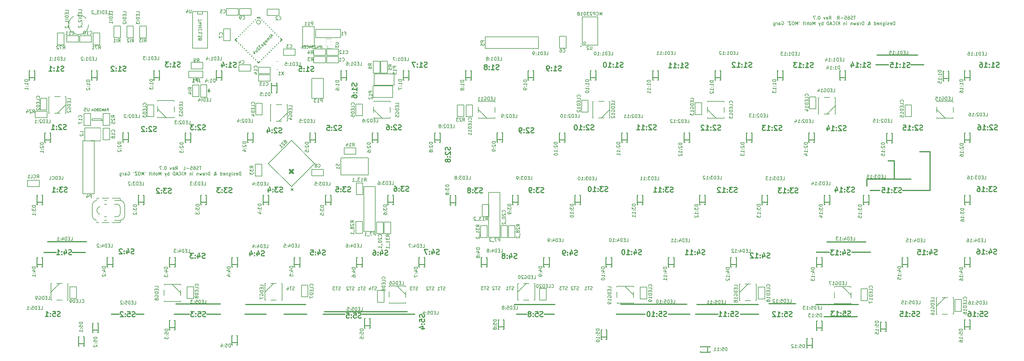
<source format=gbo>
G04 #@! TF.GenerationSoftware,KiCad,Pcbnew,(2016-12-18 revision 3ffa37c)-makepkg*
G04 #@! TF.CreationDate,2017-05-18T23:21:56-04:00*
G04 #@! TF.ProjectId,TS65,545336352E6B696361645F7063620000,0.7*
G04 #@! TF.FileFunction,Legend,Bot*
G04 #@! TF.FilePolarity,Positive*
%FSLAX46Y46*%
G04 Gerber Fmt 4.6, Leading zero omitted, Abs format (unit mm)*
G04 Created by KiCad (PCBNEW (2016-12-18 revision 3ffa37c)-makepkg) date 05/18/17 23:21:56*
%MOMM*%
%LPD*%
G01*
G04 APERTURE LIST*
%ADD10C,0.150000*%
%ADD11C,0.304800*%
%ADD12C,0.200000*%
%ADD13C,0.203200*%
%ADD14C,0.220980*%
%ADD15C,0.127000*%
%ADD16C,0.125000*%
%ADD17C,0.100000*%
%ADD18C,0.500000*%
%ADD19C,0.250000*%
%ADD20C,0.152400*%
%ADD21C,0.190500*%
%ADD22C,0.002540*%
%ADD23C,0.010000*%
%ADD24O,2.003200X3.703200*%
%ADD25R,0.903200X2.003200*%
%ADD26R,1.843200X2.403200*%
%ADD27C,0.609600*%
%ADD28C,0.609600*%
%ADD29R,2.235200X2.235200*%
%ADD30O,2.235200X2.235200*%
%ADD31R,1.203200X1.453200*%
%ADD32C,4.191010*%
%ADD33C,1.905010*%
%ADD34C,2.703200*%
%ADD35O,2.703200X2.703200*%
%ADD36O,2.403200X2.703200*%
%ADD37C,2.103200*%
%ADD38C,2.103200*%
%ADD39C,2.540000*%
%ADD40C,3.479800*%
%ADD41O,1.603200X1.603200*%
%ADD42R,1.603200X1.603200*%
%ADD43R,1.054100X1.203960*%
%ADD44C,6.203200*%
%ADD45R,1.203960X1.054100*%
%ADD46C,3.000000*%
%ADD47R,1.400000X2.051000*%
%ADD48R,2.051000X1.400000*%
%ADD49R,1.453200X1.203200*%
%ADD50R,2.003200X2.103200*%
%ADD51R,0.603200X1.553200*%
%ADD52R,2.103200X2.103200*%
%ADD53O,1.253200X2.103200*%
%ADD54R,2.854960X2.232660*%
%ADD55R,1.703200X3.803200*%
%ADD56R,1.402080X1.402080*%
%ADD57C,0.988060*%
%ADD58C,1.191260*%
%ADD59C,1.188720*%
%ADD60C,2.575560*%
%ADD61C,2.573020*%
%ADD62R,2.003200X1.303200*%
%ADD63C,2.235200*%
%ADD64R,1.953200X0.653200*%
%ADD65R,1.003200X0.753200*%
%ADD66R,1.603200X1.403200*%
%ADD67R,1.930400X2.235200*%
%ADD68O,1.930400X2.235200*%
%ADD69R,2.235200X1.930400*%
%ADD70O,2.235200X1.930400*%
%ADD71R,1.346200X0.711200*%
%ADD72R,0.853200X1.263200*%
%ADD73R,1.903200X1.903200*%
%ADD74C,1.903200*%
%ADD75R,1.203200X1.703200*%
%ADD76C,1.003200*%
%ADD77R,0.603200X1.953200*%
%ADD78R,2.203200X1.603200*%
%ADD79R,1.503200X3.453200*%
%ADD80R,2.028200X0.903200*%
%ADD81O,1.503200X2.003200*%
%ADD82R,1.628200X2.703200*%
%ADD83O,1.203200X1.603200*%
G04 APERTURE END LIST*
D10*
D11*
X233133900Y-161493200D02*
X236169200Y-161493200D01*
D12*
X94067119Y-120327680D02*
X94543309Y-120327680D01*
X94543309Y-119327680D01*
X93733785Y-119803871D02*
X93400452Y-119803871D01*
X93257595Y-120327680D02*
X93733785Y-120327680D01*
X93733785Y-119327680D01*
X93257595Y-119327680D01*
X92829023Y-120327680D02*
X92829023Y-119327680D01*
X92590928Y-119327680D01*
X92448071Y-119375300D01*
X92352833Y-119470538D01*
X92305214Y-119565776D01*
X92257595Y-119756252D01*
X92257595Y-119899109D01*
X92305214Y-120089585D01*
X92352833Y-120184823D01*
X92448071Y-120280061D01*
X92590928Y-120327680D01*
X92829023Y-120327680D01*
X91257595Y-120232442D02*
X91305214Y-120280061D01*
X91448071Y-120327680D01*
X91543309Y-120327680D01*
X91686166Y-120280061D01*
X91781404Y-120184823D01*
X91829023Y-120089585D01*
X91876642Y-119899109D01*
X91876642Y-119756252D01*
X91829023Y-119565776D01*
X91781404Y-119470538D01*
X91686166Y-119375300D01*
X91543309Y-119327680D01*
X91448071Y-119327680D01*
X91305214Y-119375300D01*
X91257595Y-119422919D01*
X90352833Y-120327680D02*
X90829023Y-120327680D01*
X90829023Y-119327680D01*
D11*
X359435400Y-111848900D02*
X356311200Y-111848900D01*
X340106000Y-122301000D02*
X340106000Y-120218200D01*
X348564200Y-114630200D02*
X346646500Y-114630200D01*
D12*
X211312276Y-154112861D02*
X211169419Y-154160480D01*
X210931323Y-154160480D01*
X210836085Y-154112861D01*
X210788466Y-154065242D01*
X210740847Y-153970004D01*
X210740847Y-153874766D01*
X210788466Y-153779528D01*
X210836085Y-153731909D01*
X210931323Y-153684290D01*
X211121799Y-153636671D01*
X211217038Y-153589052D01*
X211264657Y-153541433D01*
X211312276Y-153446195D01*
X211312276Y-153350957D01*
X211264657Y-153255719D01*
X211217038Y-153208100D01*
X211121799Y-153160480D01*
X210883704Y-153160480D01*
X210740847Y-153208100D01*
X210455133Y-153160480D02*
X209883704Y-153160480D01*
X210169419Y-154160480D02*
X210169419Y-153160480D01*
X209026561Y-154160480D02*
X209597990Y-154160480D01*
X209312276Y-154160480D02*
X209312276Y-153160480D01*
X209407514Y-153303338D01*
X209502752Y-153398576D01*
X209597990Y-153446195D01*
X207883704Y-154112861D02*
X207740847Y-154160480D01*
X207502752Y-154160480D01*
X207407514Y-154112861D01*
X207359895Y-154065242D01*
X207312276Y-153970004D01*
X207312276Y-153874766D01*
X207359895Y-153779528D01*
X207407514Y-153731909D01*
X207502752Y-153684290D01*
X207693228Y-153636671D01*
X207788466Y-153589052D01*
X207836085Y-153541433D01*
X207883704Y-153446195D01*
X207883704Y-153350957D01*
X207836085Y-153255719D01*
X207788466Y-153208100D01*
X207693228Y-153160480D01*
X207455133Y-153160480D01*
X207312276Y-153208100D01*
X207026561Y-153160480D02*
X206455133Y-153160480D01*
X206740847Y-154160480D02*
X206740847Y-153160480D01*
X206169419Y-153255719D02*
X206121799Y-153208100D01*
X206026561Y-153160480D01*
X205788466Y-153160480D01*
X205693228Y-153208100D01*
X205645609Y-153255719D01*
X205597990Y-153350957D01*
X205597990Y-153446195D01*
X205645609Y-153589052D01*
X206217038Y-154160480D01*
X205597990Y-154160480D01*
X202931323Y-154112861D02*
X202788466Y-154160480D01*
X202550371Y-154160480D01*
X202455133Y-154112861D01*
X202407514Y-154065242D01*
X202359895Y-153970004D01*
X202359895Y-153874766D01*
X202407514Y-153779528D01*
X202455133Y-153731909D01*
X202550371Y-153684290D01*
X202740847Y-153636671D01*
X202836085Y-153589052D01*
X202883704Y-153541433D01*
X202931323Y-153446195D01*
X202931323Y-153350957D01*
X202883704Y-153255719D01*
X202836085Y-153208100D01*
X202740847Y-153160480D01*
X202502752Y-153160480D01*
X202359895Y-153208100D01*
X202074180Y-153160480D02*
X201502752Y-153160480D01*
X201788466Y-154160480D02*
X201788466Y-153160480D01*
X201264657Y-153160480D02*
X200645609Y-153160480D01*
X200978942Y-153541433D01*
X200836085Y-153541433D01*
X200740847Y-153589052D01*
X200693228Y-153636671D01*
X200645609Y-153731909D01*
X200645609Y-153970004D01*
X200693228Y-154065242D01*
X200740847Y-154112861D01*
X200836085Y-154160480D01*
X201121799Y-154160480D01*
X201217038Y-154112861D01*
X201264657Y-154065242D01*
X190359895Y-154112861D02*
X190217038Y-154160480D01*
X189978942Y-154160480D01*
X189883704Y-154112861D01*
X189836085Y-154065242D01*
X189788466Y-153970004D01*
X189788466Y-153874766D01*
X189836085Y-153779528D01*
X189883704Y-153731909D01*
X189978942Y-153684290D01*
X190169419Y-153636671D01*
X190264657Y-153589052D01*
X190312276Y-153541433D01*
X190359895Y-153446195D01*
X190359895Y-153350957D01*
X190312276Y-153255719D01*
X190264657Y-153208100D01*
X190169419Y-153160480D01*
X189931323Y-153160480D01*
X189788466Y-153208100D01*
X189502752Y-153160480D02*
X188931323Y-153160480D01*
X189217038Y-154160480D02*
X189217038Y-153160480D01*
X188169419Y-153493814D02*
X188169419Y-154160480D01*
X188407514Y-153112861D02*
X188645609Y-153827147D01*
X188026561Y-153827147D01*
X186931323Y-154112861D02*
X186788466Y-154160480D01*
X186550371Y-154160480D01*
X186455133Y-154112861D01*
X186407514Y-154065242D01*
X186359895Y-153970004D01*
X186359895Y-153874766D01*
X186407514Y-153779528D01*
X186455133Y-153731909D01*
X186550371Y-153684290D01*
X186740847Y-153636671D01*
X186836085Y-153589052D01*
X186883704Y-153541433D01*
X186931323Y-153446195D01*
X186931323Y-153350957D01*
X186883704Y-153255719D01*
X186836085Y-153208100D01*
X186740847Y-153160480D01*
X186502752Y-153160480D01*
X186359895Y-153208100D01*
X186074180Y-153160480D02*
X185502752Y-153160480D01*
X185788466Y-154160480D02*
X185788466Y-153160480D01*
X184645609Y-154160480D02*
X185217038Y-154160480D01*
X184931323Y-154160480D02*
X184931323Y-153160480D01*
X185026561Y-153303338D01*
X185121799Y-153398576D01*
X185217038Y-153446195D01*
X183502752Y-154112861D02*
X183359895Y-154160480D01*
X183121799Y-154160480D01*
X183026561Y-154112861D01*
X182978942Y-154065242D01*
X182931323Y-153970004D01*
X182931323Y-153874766D01*
X182978942Y-153779528D01*
X183026561Y-153731909D01*
X183121799Y-153684290D01*
X183312276Y-153636671D01*
X183407514Y-153589052D01*
X183455133Y-153541433D01*
X183502752Y-153446195D01*
X183502752Y-153350957D01*
X183455133Y-153255719D01*
X183407514Y-153208100D01*
X183312276Y-153160480D01*
X183074180Y-153160480D01*
X182931323Y-153208100D01*
X182645609Y-153160480D02*
X182074180Y-153160480D01*
X182359895Y-154160480D02*
X182359895Y-153160480D01*
X181788466Y-153255719D02*
X181740847Y-153208100D01*
X181645609Y-153160480D01*
X181407514Y-153160480D01*
X181312276Y-153208100D01*
X181264657Y-153255719D01*
X181217038Y-153350957D01*
X181217038Y-153446195D01*
X181264657Y-153589052D01*
X181836085Y-154160480D01*
X181217038Y-154160480D01*
X179312276Y-154112861D02*
X179169419Y-154160480D01*
X178931323Y-154160480D01*
X178836085Y-154112861D01*
X178788466Y-154065242D01*
X178740847Y-153970004D01*
X178740847Y-153874766D01*
X178788466Y-153779528D01*
X178836085Y-153731909D01*
X178931323Y-153684290D01*
X179121800Y-153636671D01*
X179217038Y-153589052D01*
X179264657Y-153541433D01*
X179312276Y-153446195D01*
X179312276Y-153350957D01*
X179264657Y-153255719D01*
X179217038Y-153208100D01*
X179121800Y-153160480D01*
X178883704Y-153160480D01*
X178740847Y-153208100D01*
X178455133Y-153160480D02*
X177883704Y-153160480D01*
X178169419Y-154160480D02*
X178169419Y-153160480D01*
X177645609Y-153160480D02*
X177026561Y-153160480D01*
X177359895Y-153541433D01*
X177217038Y-153541433D01*
X177121800Y-153589052D01*
X177074180Y-153636671D01*
X177026561Y-153731909D01*
X177026561Y-153970004D01*
X177074180Y-154065242D01*
X177121800Y-154112861D01*
X177217038Y-154160480D01*
X177502752Y-154160480D01*
X177597990Y-154112861D01*
X177645609Y-154065242D01*
X165217038Y-154112861D02*
X165074180Y-154160480D01*
X164836085Y-154160480D01*
X164740847Y-154112861D01*
X164693228Y-154065242D01*
X164645609Y-153970004D01*
X164645609Y-153874766D01*
X164693228Y-153779528D01*
X164740847Y-153731909D01*
X164836085Y-153684290D01*
X165026561Y-153636671D01*
X165121800Y-153589052D01*
X165169419Y-153541433D01*
X165217038Y-153446195D01*
X165217038Y-153350957D01*
X165169419Y-153255719D01*
X165121800Y-153208100D01*
X165026561Y-153160480D01*
X164788466Y-153160480D01*
X164645609Y-153208100D01*
X164359895Y-153160480D02*
X163788466Y-153160480D01*
X164074180Y-154160480D02*
X164074180Y-153160480D01*
X163026561Y-153493814D02*
X163026561Y-154160480D01*
X163264657Y-153112861D02*
X163502752Y-153827147D01*
X162883704Y-153827147D01*
D11*
X156616400Y-161493200D02*
X150190200Y-161493200D01*
X162077400Y-161493200D02*
X169037000Y-161493200D01*
X174472600Y-160731200D02*
X199720200Y-160731200D01*
X186080400Y-161493200D02*
X202000000Y-161493200D01*
X180606700Y-161493200D02*
X174015400Y-161493200D01*
X150368000Y-158534100D02*
X168681400Y-158534100D01*
X129032000Y-158419800D02*
X142633700Y-158419800D01*
X133134100Y-161493200D02*
X128536700Y-161493200D01*
X138468100Y-161493200D02*
X142684500Y-161493200D01*
X111709200Y-161493200D02*
X109347000Y-161493200D01*
X116827300Y-161493200D02*
X119214900Y-161493200D01*
X89865200Y-139382500D02*
X101739700Y-139382500D01*
X92532200Y-142684500D02*
X88785700Y-142684500D01*
X97396300Y-142684500D02*
X101409500Y-142684500D01*
D12*
X136809952Y-116331380D02*
X136238523Y-116331380D01*
X136524238Y-117331380D02*
X136524238Y-116331380D01*
X135952809Y-117283761D02*
X135809952Y-117331380D01*
X135571857Y-117331380D01*
X135476619Y-117283761D01*
X135429000Y-117236142D01*
X135381380Y-117140904D01*
X135381380Y-117045666D01*
X135429000Y-116950428D01*
X135476619Y-116902809D01*
X135571857Y-116855190D01*
X135762333Y-116807571D01*
X135857571Y-116759952D01*
X135905190Y-116712333D01*
X135952809Y-116617095D01*
X135952809Y-116521857D01*
X135905190Y-116426619D01*
X135857571Y-116379000D01*
X135762333Y-116331380D01*
X135524238Y-116331380D01*
X135381380Y-116379000D01*
X134524238Y-116331380D02*
X134714714Y-116331380D01*
X134809952Y-116379000D01*
X134857571Y-116426619D01*
X134952809Y-116569476D01*
X135000428Y-116759952D01*
X135000428Y-117140904D01*
X134952809Y-117236142D01*
X134905190Y-117283761D01*
X134809952Y-117331380D01*
X134619476Y-117331380D01*
X134524238Y-117283761D01*
X134476619Y-117236142D01*
X134429000Y-117140904D01*
X134429000Y-116902809D01*
X134476619Y-116807571D01*
X134524238Y-116759952D01*
X134619476Y-116712333D01*
X134809952Y-116712333D01*
X134905190Y-116759952D01*
X134952809Y-116807571D01*
X135000428Y-116902809D01*
X133524238Y-116331380D02*
X134000428Y-116331380D01*
X134048047Y-116807571D01*
X134000428Y-116759952D01*
X133905190Y-116712333D01*
X133667095Y-116712333D01*
X133571857Y-116759952D01*
X133524238Y-116807571D01*
X133476619Y-116902809D01*
X133476619Y-117140904D01*
X133524238Y-117236142D01*
X133571857Y-117283761D01*
X133667095Y-117331380D01*
X133905190Y-117331380D01*
X134000428Y-117283761D01*
X134048047Y-117236142D01*
X133048047Y-116950428D02*
X132286142Y-116950428D01*
X131333761Y-117331380D02*
X131809952Y-117331380D01*
X131809952Y-116331380D01*
X128905190Y-117331380D02*
X129238523Y-116855190D01*
X129476619Y-117331380D02*
X129476619Y-116331380D01*
X129095666Y-116331380D01*
X129000428Y-116379000D01*
X128952809Y-116426619D01*
X128905190Y-116521857D01*
X128905190Y-116664714D01*
X128952809Y-116759952D01*
X129000428Y-116807571D01*
X129095666Y-116855190D01*
X129476619Y-116855190D01*
X128095666Y-117283761D02*
X128190904Y-117331380D01*
X128381380Y-117331380D01*
X128476619Y-117283761D01*
X128524238Y-117188523D01*
X128524238Y-116807571D01*
X128476619Y-116712333D01*
X128381380Y-116664714D01*
X128190904Y-116664714D01*
X128095666Y-116712333D01*
X128048047Y-116807571D01*
X128048047Y-116902809D01*
X128524238Y-116998047D01*
X127714714Y-116664714D02*
X127476619Y-117331380D01*
X127238523Y-116664714D01*
X125905190Y-116331380D02*
X125809952Y-116331380D01*
X125714714Y-116379000D01*
X125667095Y-116426619D01*
X125619476Y-116521857D01*
X125571857Y-116712333D01*
X125571857Y-116950428D01*
X125619476Y-117140904D01*
X125667095Y-117236142D01*
X125714714Y-117283761D01*
X125809952Y-117331380D01*
X125905190Y-117331380D01*
X126000428Y-117283761D01*
X126048047Y-117236142D01*
X126095666Y-117140904D01*
X126143285Y-116950428D01*
X126143285Y-116712333D01*
X126095666Y-116521857D01*
X126048047Y-116426619D01*
X126000428Y-116379000D01*
X125905190Y-116331380D01*
X125143285Y-117236142D02*
X125095666Y-117283761D01*
X125143285Y-117331380D01*
X125190904Y-117283761D01*
X125143285Y-117236142D01*
X125143285Y-117331380D01*
X124762333Y-116331380D02*
X124095666Y-116331380D01*
X124524238Y-117331380D01*
X148905190Y-119031380D02*
X148905190Y-118031380D01*
X148667095Y-118031380D01*
X148524238Y-118079000D01*
X148429000Y-118174238D01*
X148381380Y-118269476D01*
X148333761Y-118459952D01*
X148333761Y-118602809D01*
X148381380Y-118793285D01*
X148429000Y-118888523D01*
X148524238Y-118983761D01*
X148667095Y-119031380D01*
X148905190Y-119031380D01*
X147524238Y-118983761D02*
X147619476Y-119031380D01*
X147809952Y-119031380D01*
X147905190Y-118983761D01*
X147952809Y-118888523D01*
X147952809Y-118507571D01*
X147905190Y-118412333D01*
X147809952Y-118364714D01*
X147619476Y-118364714D01*
X147524238Y-118412333D01*
X147476619Y-118507571D01*
X147476619Y-118602809D01*
X147952809Y-118698047D01*
X147095666Y-118983761D02*
X147000428Y-119031380D01*
X146809952Y-119031380D01*
X146714714Y-118983761D01*
X146667095Y-118888523D01*
X146667095Y-118840904D01*
X146714714Y-118745666D01*
X146809952Y-118698047D01*
X146952809Y-118698047D01*
X147048047Y-118650428D01*
X147095666Y-118555190D01*
X147095666Y-118507571D01*
X147048047Y-118412333D01*
X146952809Y-118364714D01*
X146809952Y-118364714D01*
X146714714Y-118412333D01*
X146238523Y-119031380D02*
X146238523Y-118364714D01*
X146238523Y-118031380D02*
X146286142Y-118079000D01*
X146238523Y-118126619D01*
X146190904Y-118079000D01*
X146238523Y-118031380D01*
X146238523Y-118126619D01*
X145333761Y-118364714D02*
X145333761Y-119174238D01*
X145381380Y-119269476D01*
X145429000Y-119317095D01*
X145524238Y-119364714D01*
X145667095Y-119364714D01*
X145762333Y-119317095D01*
X145333761Y-118983761D02*
X145429000Y-119031380D01*
X145619476Y-119031380D01*
X145714714Y-118983761D01*
X145762333Y-118936142D01*
X145809952Y-118840904D01*
X145809952Y-118555190D01*
X145762333Y-118459952D01*
X145714714Y-118412333D01*
X145619476Y-118364714D01*
X145429000Y-118364714D01*
X145333761Y-118412333D01*
X144857571Y-118364714D02*
X144857571Y-119031380D01*
X144857571Y-118459952D02*
X144809952Y-118412333D01*
X144714714Y-118364714D01*
X144571857Y-118364714D01*
X144476619Y-118412333D01*
X144429000Y-118507571D01*
X144429000Y-119031380D01*
X143571857Y-118983761D02*
X143667095Y-119031380D01*
X143857571Y-119031380D01*
X143952809Y-118983761D01*
X144000428Y-118888523D01*
X144000428Y-118507571D01*
X143952809Y-118412333D01*
X143857571Y-118364714D01*
X143667095Y-118364714D01*
X143571857Y-118412333D01*
X143524238Y-118507571D01*
X143524238Y-118602809D01*
X144000428Y-118698047D01*
X142667095Y-119031380D02*
X142667095Y-118031380D01*
X142667095Y-118983761D02*
X142762333Y-119031380D01*
X142952809Y-119031380D01*
X143048047Y-118983761D01*
X143095666Y-118936142D01*
X143143285Y-118840904D01*
X143143285Y-118555190D01*
X143095666Y-118459952D01*
X143048047Y-118412333D01*
X142952809Y-118364714D01*
X142762333Y-118364714D01*
X142667095Y-118412333D01*
X140619476Y-119031380D02*
X140667095Y-119031380D01*
X140762333Y-118983761D01*
X140905190Y-118840904D01*
X141143285Y-118555190D01*
X141238523Y-118412333D01*
X141286142Y-118269476D01*
X141286142Y-118174238D01*
X141238523Y-118079000D01*
X141143285Y-118031380D01*
X141095666Y-118031380D01*
X141000428Y-118079000D01*
X140952809Y-118174238D01*
X140952809Y-118221857D01*
X141000428Y-118317095D01*
X141048047Y-118364714D01*
X141333761Y-118555190D01*
X141381380Y-118602809D01*
X141429000Y-118698047D01*
X141429000Y-118840904D01*
X141381380Y-118936142D01*
X141333761Y-118983761D01*
X141238523Y-119031380D01*
X141095666Y-119031380D01*
X141000428Y-118983761D01*
X140952809Y-118936142D01*
X140809952Y-118745666D01*
X140762333Y-118602809D01*
X140762333Y-118507571D01*
X139429000Y-119031380D02*
X139429000Y-118031380D01*
X139190904Y-118031380D01*
X139048047Y-118079000D01*
X138952809Y-118174238D01*
X138905190Y-118269476D01*
X138857571Y-118459952D01*
X138857571Y-118602809D01*
X138905190Y-118793285D01*
X138952809Y-118888523D01*
X139048047Y-118983761D01*
X139190904Y-119031380D01*
X139429000Y-119031380D01*
X138429000Y-119031380D02*
X138429000Y-118364714D01*
X138429000Y-118555190D02*
X138381380Y-118459952D01*
X138333761Y-118412333D01*
X138238523Y-118364714D01*
X138143285Y-118364714D01*
X137381380Y-119031380D02*
X137381380Y-118507571D01*
X137429000Y-118412333D01*
X137524238Y-118364714D01*
X137714714Y-118364714D01*
X137809952Y-118412333D01*
X137381380Y-118983761D02*
X137476619Y-119031380D01*
X137714714Y-119031380D01*
X137809952Y-118983761D01*
X137857571Y-118888523D01*
X137857571Y-118793285D01*
X137809952Y-118698047D01*
X137714714Y-118650428D01*
X137476619Y-118650428D01*
X137381380Y-118602809D01*
X137000428Y-118364714D02*
X136809952Y-119031380D01*
X136619476Y-118555190D01*
X136429000Y-119031380D01*
X136238523Y-118364714D01*
X135857571Y-118364714D02*
X135857571Y-119031380D01*
X135857571Y-118459952D02*
X135809952Y-118412333D01*
X135714714Y-118364714D01*
X135571857Y-118364714D01*
X135476619Y-118412333D01*
X135429000Y-118507571D01*
X135429000Y-119031380D01*
X134190904Y-119031380D02*
X134190904Y-118364714D01*
X134190904Y-118031380D02*
X134238523Y-118079000D01*
X134190904Y-118126619D01*
X134143285Y-118079000D01*
X134190904Y-118031380D01*
X134190904Y-118126619D01*
X133714714Y-118364714D02*
X133714714Y-119031380D01*
X133714714Y-118459952D02*
X133667095Y-118412333D01*
X133571857Y-118364714D01*
X133429000Y-118364714D01*
X133333761Y-118412333D01*
X133286142Y-118507571D01*
X133286142Y-119031380D01*
X132048047Y-119031380D02*
X132048047Y-118031380D01*
X131476619Y-119031380D02*
X131905190Y-118459952D01*
X131476619Y-118031380D02*
X132048047Y-118602809D01*
X131048047Y-119031380D02*
X131048047Y-118364714D01*
X131048047Y-118031380D02*
X131095666Y-118079000D01*
X131048047Y-118126619D01*
X131000428Y-118079000D01*
X131048047Y-118031380D01*
X131048047Y-118126619D01*
X130000428Y-118936142D02*
X130048047Y-118983761D01*
X130190904Y-119031380D01*
X130286142Y-119031380D01*
X130429000Y-118983761D01*
X130524238Y-118888523D01*
X130571857Y-118793285D01*
X130619476Y-118602809D01*
X130619476Y-118459952D01*
X130571857Y-118269476D01*
X130524238Y-118174238D01*
X130429000Y-118079000D01*
X130286142Y-118031380D01*
X130190904Y-118031380D01*
X130048047Y-118079000D01*
X130000428Y-118126619D01*
X129619476Y-118745666D02*
X129143285Y-118745666D01*
X129714714Y-119031380D02*
X129381380Y-118031380D01*
X129048047Y-119031380D01*
X128714714Y-119031380D02*
X128714714Y-118031380D01*
X128476619Y-118031380D01*
X128333761Y-118079000D01*
X128238523Y-118174238D01*
X128190904Y-118269476D01*
X128143285Y-118459952D01*
X128143285Y-118602809D01*
X128190904Y-118793285D01*
X128238523Y-118888523D01*
X128333761Y-118983761D01*
X128476619Y-119031380D01*
X128714714Y-119031380D01*
X126952809Y-119031380D02*
X126952809Y-118031380D01*
X126952809Y-118412333D02*
X126857571Y-118364714D01*
X126667095Y-118364714D01*
X126571857Y-118412333D01*
X126524238Y-118459952D01*
X126476619Y-118555190D01*
X126476619Y-118840904D01*
X126524238Y-118936142D01*
X126571857Y-118983761D01*
X126667095Y-119031380D01*
X126857571Y-119031380D01*
X126952809Y-118983761D01*
X126143285Y-118364714D02*
X125905190Y-119031380D01*
X125667095Y-118364714D02*
X125905190Y-119031380D01*
X126000428Y-119269476D01*
X126048047Y-119317095D01*
X126143285Y-119364714D01*
X124524238Y-119031380D02*
X124524238Y-118031380D01*
X124190904Y-118745666D01*
X123857571Y-118031380D01*
X123857571Y-119031380D01*
X123238523Y-119031380D02*
X123333761Y-118983761D01*
X123381380Y-118936142D01*
X123429000Y-118840904D01*
X123429000Y-118555190D01*
X123381380Y-118459952D01*
X123333761Y-118412333D01*
X123238523Y-118364714D01*
X123095666Y-118364714D01*
X123000428Y-118412333D01*
X122952809Y-118459952D01*
X122905190Y-118555190D01*
X122905190Y-118840904D01*
X122952809Y-118936142D01*
X123000428Y-118983761D01*
X123095666Y-119031380D01*
X123238523Y-119031380D01*
X122476619Y-119031380D02*
X122476619Y-118031380D01*
X122048047Y-119031380D02*
X122048047Y-118507571D01*
X122095666Y-118412333D01*
X122190904Y-118364714D01*
X122333761Y-118364714D01*
X122429000Y-118412333D01*
X122476619Y-118459952D01*
X121571857Y-119031380D02*
X121571857Y-118364714D01*
X121571857Y-118031380D02*
X121619476Y-118079000D01*
X121571857Y-118126619D01*
X121524238Y-118079000D01*
X121571857Y-118031380D01*
X121571857Y-118126619D01*
X121238523Y-118364714D02*
X120857571Y-118364714D01*
X121095666Y-118031380D02*
X121095666Y-118888523D01*
X121048047Y-118983761D01*
X120952809Y-119031380D01*
X120857571Y-119031380D01*
X119714714Y-118031380D02*
X119809952Y-118221857D01*
X119286142Y-119031380D02*
X119286142Y-118031380D01*
X118952809Y-118745666D01*
X118619476Y-118031380D01*
X118619476Y-119031380D01*
X117952809Y-118031380D02*
X117762333Y-118031380D01*
X117667095Y-118079000D01*
X117571857Y-118174238D01*
X117524238Y-118364714D01*
X117524238Y-118698047D01*
X117571857Y-118888523D01*
X117667095Y-118983761D01*
X117762333Y-119031380D01*
X117952809Y-119031380D01*
X118048047Y-118983761D01*
X118143285Y-118888523D01*
X118190904Y-118698047D01*
X118190904Y-118364714D01*
X118143285Y-118174238D01*
X118048047Y-118079000D01*
X117952809Y-118031380D01*
X117190904Y-118031380D02*
X116524238Y-118031380D01*
X117190904Y-119031380D01*
X116524238Y-119031380D01*
X116095666Y-118031380D02*
X116190904Y-118221857D01*
X114381380Y-118079000D02*
X114476619Y-118031380D01*
X114619476Y-118031380D01*
X114762333Y-118079000D01*
X114857571Y-118174238D01*
X114905190Y-118269476D01*
X114952809Y-118459952D01*
X114952809Y-118602809D01*
X114905190Y-118793285D01*
X114857571Y-118888523D01*
X114762333Y-118983761D01*
X114619476Y-119031380D01*
X114524238Y-119031380D01*
X114381380Y-118983761D01*
X114333761Y-118936142D01*
X114333761Y-118602809D01*
X114524238Y-118602809D01*
X113476619Y-119031380D02*
X113476619Y-118507571D01*
X113524238Y-118412333D01*
X113619476Y-118364714D01*
X113809952Y-118364714D01*
X113905190Y-118412333D01*
X113476619Y-118983761D02*
X113571857Y-119031380D01*
X113809952Y-119031380D01*
X113905190Y-118983761D01*
X113952809Y-118888523D01*
X113952809Y-118793285D01*
X113905190Y-118698047D01*
X113809952Y-118650428D01*
X113571857Y-118650428D01*
X113476619Y-118602809D01*
X113000428Y-119031380D02*
X113000428Y-118364714D01*
X113000428Y-118555190D02*
X112952809Y-118459952D01*
X112905190Y-118412333D01*
X112809952Y-118364714D01*
X112714714Y-118364714D01*
X111952809Y-118364714D02*
X111952809Y-119174238D01*
X112000428Y-119269476D01*
X112048047Y-119317095D01*
X112143285Y-119364714D01*
X112286142Y-119364714D01*
X112381380Y-119317095D01*
X111952809Y-118983761D02*
X112048047Y-119031380D01*
X112238523Y-119031380D01*
X112333761Y-118983761D01*
X112381380Y-118936142D01*
X112429000Y-118840904D01*
X112429000Y-118555190D01*
X112381380Y-118459952D01*
X112333761Y-118412333D01*
X112238523Y-118364714D01*
X112048047Y-118364714D01*
X111952809Y-118412333D01*
D11*
X346710000Y-85217000D02*
X342925400Y-85217000D01*
X353568000Y-85217000D02*
X357530400Y-85217000D01*
X343293700Y-82270600D02*
X355650800Y-82270600D01*
X348564200Y-114630200D02*
X348564200Y-120218200D01*
X340106000Y-120218200D02*
X353618800Y-120218200D01*
X359460800Y-123723400D02*
X359460800Y-111861600D01*
X351053400Y-123723400D02*
X359460800Y-123723400D01*
X344131900Y-123723400D02*
X341172800Y-123723400D01*
X327977500Y-139395200D02*
X339775800Y-139395200D01*
X328612500Y-142608300D02*
X324764400Y-142608300D01*
X335546700Y-142608300D02*
X341210900Y-142608300D01*
D12*
X256257623Y-154049361D02*
X256114766Y-154096980D01*
X255876671Y-154096980D01*
X255781433Y-154049361D01*
X255733814Y-154001742D01*
X255686195Y-153906504D01*
X255686195Y-153811266D01*
X255733814Y-153716028D01*
X255781433Y-153668409D01*
X255876671Y-153620790D01*
X256067147Y-153573171D01*
X256162385Y-153525552D01*
X256210004Y-153477933D01*
X256257623Y-153382695D01*
X256257623Y-153287457D01*
X256210004Y-153192219D01*
X256162385Y-153144600D01*
X256067147Y-153096980D01*
X255829052Y-153096980D01*
X255686195Y-153144600D01*
X255400480Y-153096980D02*
X254829052Y-153096980D01*
X255114766Y-154096980D02*
X255114766Y-153096980D01*
X253971909Y-154096980D02*
X254543338Y-154096980D01*
X254257623Y-154096980D02*
X254257623Y-153096980D01*
X254352861Y-153239838D01*
X254448100Y-153335076D01*
X254543338Y-153382695D01*
X252067147Y-154049361D02*
X251924290Y-154096980D01*
X251686195Y-154096980D01*
X251590957Y-154049361D01*
X251543338Y-154001742D01*
X251495719Y-153906504D01*
X251495719Y-153811266D01*
X251543338Y-153716028D01*
X251590957Y-153668409D01*
X251686195Y-153620790D01*
X251876671Y-153573171D01*
X251971909Y-153525552D01*
X252019528Y-153477933D01*
X252067147Y-153382695D01*
X252067147Y-153287457D01*
X252019528Y-153192219D01*
X251971909Y-153144600D01*
X251876671Y-153096980D01*
X251638576Y-153096980D01*
X251495719Y-153144600D01*
X251210004Y-153096980D02*
X250638576Y-153096980D01*
X250924290Y-154096980D02*
X250924290Y-153096980D01*
X250352861Y-153192219D02*
X250305242Y-153144600D01*
X250210004Y-153096980D01*
X249971909Y-153096980D01*
X249876671Y-153144600D01*
X249829052Y-153192219D01*
X249781433Y-153287457D01*
X249781433Y-153382695D01*
X249829052Y-153525552D01*
X250400480Y-154096980D01*
X249781433Y-154096980D01*
X248638576Y-154049361D02*
X248495719Y-154096980D01*
X248257623Y-154096980D01*
X248162385Y-154049361D01*
X248114766Y-154001742D01*
X248067147Y-153906504D01*
X248067147Y-153811266D01*
X248114766Y-153716028D01*
X248162385Y-153668409D01*
X248257623Y-153620790D01*
X248448100Y-153573171D01*
X248543338Y-153525552D01*
X248590957Y-153477933D01*
X248638576Y-153382695D01*
X248638576Y-153287457D01*
X248590957Y-153192219D01*
X248543338Y-153144600D01*
X248448100Y-153096980D01*
X248210004Y-153096980D01*
X248067147Y-153144600D01*
X247781433Y-153096980D02*
X247210004Y-153096980D01*
X247495719Y-154096980D02*
X247495719Y-153096980D01*
X246971909Y-153096980D02*
X246352861Y-153096980D01*
X246686195Y-153477933D01*
X246543338Y-153477933D01*
X246448100Y-153525552D01*
X246400480Y-153573171D01*
X246352861Y-153668409D01*
X246352861Y-153906504D01*
X246400480Y-154001742D01*
X246448100Y-154049361D01*
X246543338Y-154096980D01*
X246829052Y-154096980D01*
X246924290Y-154049361D01*
X246971909Y-154001742D01*
X232257623Y-154049361D02*
X232114766Y-154096980D01*
X231876671Y-154096980D01*
X231781433Y-154049361D01*
X231733814Y-154001742D01*
X231686195Y-153906504D01*
X231686195Y-153811266D01*
X231733814Y-153716028D01*
X231781433Y-153668409D01*
X231876671Y-153620790D01*
X232067147Y-153573171D01*
X232162385Y-153525552D01*
X232210004Y-153477933D01*
X232257623Y-153382695D01*
X232257623Y-153287457D01*
X232210004Y-153192219D01*
X232162385Y-153144600D01*
X232067147Y-153096980D01*
X231829052Y-153096980D01*
X231686195Y-153144600D01*
X231400480Y-153096980D02*
X230829052Y-153096980D01*
X231114766Y-154096980D02*
X231114766Y-153096980D01*
X229971909Y-154096980D02*
X230543338Y-154096980D01*
X230257623Y-154096980D02*
X230257623Y-153096980D01*
X230352861Y-153239838D01*
X230448100Y-153335076D01*
X230543338Y-153382695D01*
X228067147Y-154049361D02*
X227924290Y-154096980D01*
X227686195Y-154096980D01*
X227590957Y-154049361D01*
X227543338Y-154001742D01*
X227495719Y-153906504D01*
X227495719Y-153811266D01*
X227543338Y-153716028D01*
X227590957Y-153668409D01*
X227686195Y-153620790D01*
X227876671Y-153573171D01*
X227971909Y-153525552D01*
X228019528Y-153477933D01*
X228067147Y-153382695D01*
X228067147Y-153287457D01*
X228019528Y-153192219D01*
X227971909Y-153144600D01*
X227876671Y-153096980D01*
X227638576Y-153096980D01*
X227495719Y-153144600D01*
X227210004Y-153096980D02*
X226638576Y-153096980D01*
X226924290Y-154096980D02*
X226924290Y-153096980D01*
X226352861Y-153192219D02*
X226305242Y-153144600D01*
X226210004Y-153096980D01*
X225971909Y-153096980D01*
X225876671Y-153144600D01*
X225829052Y-153192219D01*
X225781433Y-153287457D01*
X225781433Y-153382695D01*
X225829052Y-153525552D01*
X226400480Y-154096980D01*
X225781433Y-154096980D01*
X224638576Y-154049361D02*
X224495719Y-154096980D01*
X224257623Y-154096980D01*
X224162385Y-154049361D01*
X224114766Y-154001742D01*
X224067147Y-153906504D01*
X224067147Y-153811266D01*
X224114766Y-153716028D01*
X224162385Y-153668409D01*
X224257623Y-153620790D01*
X224448100Y-153573171D01*
X224543338Y-153525552D01*
X224590957Y-153477933D01*
X224638576Y-153382695D01*
X224638576Y-153287457D01*
X224590957Y-153192219D01*
X224543338Y-153144600D01*
X224448100Y-153096980D01*
X224210004Y-153096980D01*
X224067147Y-153144600D01*
X223781433Y-153096980D02*
X223210004Y-153096980D01*
X223495719Y-154096980D02*
X223495719Y-153096980D01*
X222971909Y-153096980D02*
X222352861Y-153096980D01*
X222686195Y-153477933D01*
X222543338Y-153477933D01*
X222448100Y-153525552D01*
X222400480Y-153573171D01*
X222352861Y-153668409D01*
X222352861Y-153906504D01*
X222400480Y-154001742D01*
X222448100Y-154049361D01*
X222543338Y-154096980D01*
X222829052Y-154096980D01*
X222924290Y-154049361D01*
X222971909Y-154001742D01*
D11*
X241566700Y-161493200D02*
X244602000Y-161493200D01*
X232448100Y-158584900D02*
X244792500Y-158584900D01*
X279500000Y-161493200D02*
X286000000Y-161493200D01*
X263588500Y-161493200D02*
X272326100Y-161493200D01*
X264960100Y-158470600D02*
X285089600Y-158470600D01*
X310222900Y-158305500D02*
X318376300Y-158305500D01*
X327113900Y-162293300D02*
X337210400Y-162293300D01*
X324548500Y-158572200D02*
X337489800Y-158572200D01*
X288277300Y-158597600D02*
X306984400Y-158597600D01*
X287832800Y-161493200D02*
X294700000Y-161493200D01*
X301500000Y-161493200D02*
X307060600Y-161493200D01*
D12*
X336683290Y-70357580D02*
X336111861Y-70357580D01*
X336397576Y-71357580D02*
X336397576Y-70357580D01*
X335826147Y-71309961D02*
X335683290Y-71357580D01*
X335445195Y-71357580D01*
X335349957Y-71309961D01*
X335302338Y-71262342D01*
X335254719Y-71167104D01*
X335254719Y-71071866D01*
X335302338Y-70976628D01*
X335349957Y-70929009D01*
X335445195Y-70881390D01*
X335635671Y-70833771D01*
X335730909Y-70786152D01*
X335778528Y-70738533D01*
X335826147Y-70643295D01*
X335826147Y-70548057D01*
X335778528Y-70452819D01*
X335730909Y-70405200D01*
X335635671Y-70357580D01*
X335397576Y-70357580D01*
X335254719Y-70405200D01*
X334397576Y-70357580D02*
X334588052Y-70357580D01*
X334683290Y-70405200D01*
X334730909Y-70452819D01*
X334826147Y-70595676D01*
X334873766Y-70786152D01*
X334873766Y-71167104D01*
X334826147Y-71262342D01*
X334778528Y-71309961D01*
X334683290Y-71357580D01*
X334492814Y-71357580D01*
X334397576Y-71309961D01*
X334349957Y-71262342D01*
X334302338Y-71167104D01*
X334302338Y-70929009D01*
X334349957Y-70833771D01*
X334397576Y-70786152D01*
X334492814Y-70738533D01*
X334683290Y-70738533D01*
X334778528Y-70786152D01*
X334826147Y-70833771D01*
X334873766Y-70929009D01*
X333397576Y-70357580D02*
X333873766Y-70357580D01*
X333921385Y-70833771D01*
X333873766Y-70786152D01*
X333778528Y-70738533D01*
X333540433Y-70738533D01*
X333445195Y-70786152D01*
X333397576Y-70833771D01*
X333349957Y-70929009D01*
X333349957Y-71167104D01*
X333397576Y-71262342D01*
X333445195Y-71309961D01*
X333540433Y-71357580D01*
X333778528Y-71357580D01*
X333873766Y-71309961D01*
X333921385Y-71262342D01*
X332921385Y-70976628D02*
X332159480Y-70976628D01*
X331111861Y-71357580D02*
X331445195Y-70881390D01*
X331683290Y-71357580D02*
X331683290Y-70357580D01*
X331302338Y-70357580D01*
X331207100Y-70405200D01*
X331159480Y-70452819D01*
X331111861Y-70548057D01*
X331111861Y-70690914D01*
X331159480Y-70786152D01*
X331207100Y-70833771D01*
X331302338Y-70881390D01*
X331683290Y-70881390D01*
X328588052Y-71357580D02*
X328921385Y-70881390D01*
X329159480Y-71357580D02*
X329159480Y-70357580D01*
X328778528Y-70357580D01*
X328683290Y-70405200D01*
X328635671Y-70452819D01*
X328588052Y-70548057D01*
X328588052Y-70690914D01*
X328635671Y-70786152D01*
X328683290Y-70833771D01*
X328778528Y-70881390D01*
X329159480Y-70881390D01*
X327778528Y-71309961D02*
X327873766Y-71357580D01*
X328064242Y-71357580D01*
X328159480Y-71309961D01*
X328207100Y-71214723D01*
X328207100Y-70833771D01*
X328159480Y-70738533D01*
X328064242Y-70690914D01*
X327873766Y-70690914D01*
X327778528Y-70738533D01*
X327730909Y-70833771D01*
X327730909Y-70929009D01*
X328207100Y-71024247D01*
X327397576Y-70690914D02*
X327159480Y-71357580D01*
X326921385Y-70690914D01*
X325588052Y-70357580D02*
X325492814Y-70357580D01*
X325397576Y-70405200D01*
X325349957Y-70452819D01*
X325302338Y-70548057D01*
X325254719Y-70738533D01*
X325254719Y-70976628D01*
X325302338Y-71167104D01*
X325349957Y-71262342D01*
X325397576Y-71309961D01*
X325492814Y-71357580D01*
X325588052Y-71357580D01*
X325683290Y-71309961D01*
X325730909Y-71262342D01*
X325778528Y-71167104D01*
X325826147Y-70976628D01*
X325826147Y-70738533D01*
X325778528Y-70548057D01*
X325730909Y-70452819D01*
X325683290Y-70405200D01*
X325588052Y-70357580D01*
X324826147Y-71262342D02*
X324778528Y-71309961D01*
X324826147Y-71357580D01*
X324873766Y-71309961D01*
X324826147Y-71262342D01*
X324826147Y-71357580D01*
X324445195Y-70357580D02*
X323778528Y-70357580D01*
X324207100Y-71357580D01*
X348683290Y-73057580D02*
X348683290Y-72057580D01*
X348445195Y-72057580D01*
X348302338Y-72105200D01*
X348207100Y-72200438D01*
X348159480Y-72295676D01*
X348111861Y-72486152D01*
X348111861Y-72629009D01*
X348159480Y-72819485D01*
X348207100Y-72914723D01*
X348302338Y-73009961D01*
X348445195Y-73057580D01*
X348683290Y-73057580D01*
X347302338Y-73009961D02*
X347397576Y-73057580D01*
X347588052Y-73057580D01*
X347683290Y-73009961D01*
X347730909Y-72914723D01*
X347730909Y-72533771D01*
X347683290Y-72438533D01*
X347588052Y-72390914D01*
X347397576Y-72390914D01*
X347302338Y-72438533D01*
X347254719Y-72533771D01*
X347254719Y-72629009D01*
X347730909Y-72724247D01*
X346873766Y-73009961D02*
X346778528Y-73057580D01*
X346588052Y-73057580D01*
X346492814Y-73009961D01*
X346445195Y-72914723D01*
X346445195Y-72867104D01*
X346492814Y-72771866D01*
X346588052Y-72724247D01*
X346730909Y-72724247D01*
X346826147Y-72676628D01*
X346873766Y-72581390D01*
X346873766Y-72533771D01*
X346826147Y-72438533D01*
X346730909Y-72390914D01*
X346588052Y-72390914D01*
X346492814Y-72438533D01*
X346016623Y-73057580D02*
X346016623Y-72390914D01*
X346016623Y-72057580D02*
X346064242Y-72105200D01*
X346016623Y-72152819D01*
X345969004Y-72105200D01*
X346016623Y-72057580D01*
X346016623Y-72152819D01*
X345111861Y-72390914D02*
X345111861Y-73200438D01*
X345159480Y-73295676D01*
X345207100Y-73343295D01*
X345302338Y-73390914D01*
X345445195Y-73390914D01*
X345540433Y-73343295D01*
X345111861Y-73009961D02*
X345207100Y-73057580D01*
X345397576Y-73057580D01*
X345492814Y-73009961D01*
X345540433Y-72962342D01*
X345588052Y-72867104D01*
X345588052Y-72581390D01*
X345540433Y-72486152D01*
X345492814Y-72438533D01*
X345397576Y-72390914D01*
X345207100Y-72390914D01*
X345111861Y-72438533D01*
X344635671Y-72390914D02*
X344635671Y-73057580D01*
X344635671Y-72486152D02*
X344588052Y-72438533D01*
X344492814Y-72390914D01*
X344349957Y-72390914D01*
X344254719Y-72438533D01*
X344207100Y-72533771D01*
X344207100Y-73057580D01*
X343349957Y-73009961D02*
X343445195Y-73057580D01*
X343635671Y-73057580D01*
X343730909Y-73009961D01*
X343778528Y-72914723D01*
X343778528Y-72533771D01*
X343730909Y-72438533D01*
X343635671Y-72390914D01*
X343445195Y-72390914D01*
X343349957Y-72438533D01*
X343302338Y-72533771D01*
X343302338Y-72629009D01*
X343778528Y-72724247D01*
X342445195Y-73057580D02*
X342445195Y-72057580D01*
X342445195Y-73009961D02*
X342540433Y-73057580D01*
X342730909Y-73057580D01*
X342826147Y-73009961D01*
X342873766Y-72962342D01*
X342921385Y-72867104D01*
X342921385Y-72581390D01*
X342873766Y-72486152D01*
X342826147Y-72438533D01*
X342730909Y-72390914D01*
X342540433Y-72390914D01*
X342445195Y-72438533D01*
X340397576Y-73057580D02*
X340445195Y-73057580D01*
X340540433Y-73009961D01*
X340683290Y-72867104D01*
X340921385Y-72581390D01*
X341016623Y-72438533D01*
X341064242Y-72295676D01*
X341064242Y-72200438D01*
X341016623Y-72105200D01*
X340921385Y-72057580D01*
X340873766Y-72057580D01*
X340778528Y-72105200D01*
X340730909Y-72200438D01*
X340730909Y-72248057D01*
X340778528Y-72343295D01*
X340826147Y-72390914D01*
X341111861Y-72581390D01*
X341159480Y-72629009D01*
X341207100Y-72724247D01*
X341207100Y-72867104D01*
X341159480Y-72962342D01*
X341111861Y-73009961D01*
X341016623Y-73057580D01*
X340873766Y-73057580D01*
X340778528Y-73009961D01*
X340730909Y-72962342D01*
X340588052Y-72771866D01*
X340540433Y-72629009D01*
X340540433Y-72533771D01*
X339207100Y-73057580D02*
X339207100Y-72057580D01*
X338969004Y-72057580D01*
X338826147Y-72105200D01*
X338730909Y-72200438D01*
X338683290Y-72295676D01*
X338635671Y-72486152D01*
X338635671Y-72629009D01*
X338683290Y-72819485D01*
X338730909Y-72914723D01*
X338826147Y-73009961D01*
X338969004Y-73057580D01*
X339207100Y-73057580D01*
X338207100Y-73057580D02*
X338207100Y-72390914D01*
X338207100Y-72581390D02*
X338159480Y-72486152D01*
X338111861Y-72438533D01*
X338016623Y-72390914D01*
X337921385Y-72390914D01*
X337159480Y-73057580D02*
X337159480Y-72533771D01*
X337207100Y-72438533D01*
X337302338Y-72390914D01*
X337492814Y-72390914D01*
X337588052Y-72438533D01*
X337159480Y-73009961D02*
X337254719Y-73057580D01*
X337492814Y-73057580D01*
X337588052Y-73009961D01*
X337635671Y-72914723D01*
X337635671Y-72819485D01*
X337588052Y-72724247D01*
X337492814Y-72676628D01*
X337254719Y-72676628D01*
X337159480Y-72629009D01*
X336778528Y-72390914D02*
X336588052Y-73057580D01*
X336397576Y-72581390D01*
X336207100Y-73057580D01*
X336016623Y-72390914D01*
X335635671Y-72390914D02*
X335635671Y-73057580D01*
X335635671Y-72486152D02*
X335588052Y-72438533D01*
X335492814Y-72390914D01*
X335349957Y-72390914D01*
X335254719Y-72438533D01*
X335207100Y-72533771D01*
X335207100Y-73057580D01*
X333969004Y-73057580D02*
X333969004Y-72390914D01*
X333969004Y-72057580D02*
X334016623Y-72105200D01*
X333969004Y-72152819D01*
X333921385Y-72105200D01*
X333969004Y-72057580D01*
X333969004Y-72152819D01*
X333492814Y-72390914D02*
X333492814Y-73057580D01*
X333492814Y-72486152D02*
X333445195Y-72438533D01*
X333349957Y-72390914D01*
X333207100Y-72390914D01*
X333111861Y-72438533D01*
X333064242Y-72533771D01*
X333064242Y-73057580D01*
X331826147Y-73057580D02*
X331826147Y-72057580D01*
X331254719Y-73057580D02*
X331683290Y-72486152D01*
X331254719Y-72057580D02*
X331826147Y-72629009D01*
X330826147Y-73057580D02*
X330826147Y-72390914D01*
X330826147Y-72057580D02*
X330873766Y-72105200D01*
X330826147Y-72152819D01*
X330778528Y-72105200D01*
X330826147Y-72057580D01*
X330826147Y-72152819D01*
X329778528Y-72962342D02*
X329826147Y-73009961D01*
X329969004Y-73057580D01*
X330064242Y-73057580D01*
X330207100Y-73009961D01*
X330302338Y-72914723D01*
X330349957Y-72819485D01*
X330397576Y-72629009D01*
X330397576Y-72486152D01*
X330349957Y-72295676D01*
X330302338Y-72200438D01*
X330207100Y-72105200D01*
X330064242Y-72057580D01*
X329969004Y-72057580D01*
X329826147Y-72105200D01*
X329778528Y-72152819D01*
X329397576Y-72771866D02*
X328921385Y-72771866D01*
X329492814Y-73057580D02*
X329159480Y-72057580D01*
X328826147Y-73057580D01*
X328492814Y-73057580D02*
X328492814Y-72057580D01*
X328254719Y-72057580D01*
X328111861Y-72105200D01*
X328016623Y-72200438D01*
X327969004Y-72295676D01*
X327921385Y-72486152D01*
X327921385Y-72629009D01*
X327969004Y-72819485D01*
X328016623Y-72914723D01*
X328111861Y-73009961D01*
X328254719Y-73057580D01*
X328492814Y-73057580D01*
X326730909Y-73057580D02*
X326730909Y-72057580D01*
X326730909Y-72438533D02*
X326635671Y-72390914D01*
X326445195Y-72390914D01*
X326349957Y-72438533D01*
X326302338Y-72486152D01*
X326254719Y-72581390D01*
X326254719Y-72867104D01*
X326302338Y-72962342D01*
X326349957Y-73009961D01*
X326445195Y-73057580D01*
X326635671Y-73057580D01*
X326730909Y-73009961D01*
X325921385Y-72390914D02*
X325683290Y-73057580D01*
X325445195Y-72390914D02*
X325683290Y-73057580D01*
X325778528Y-73295676D01*
X325826147Y-73343295D01*
X325921385Y-73390914D01*
X324302338Y-73057580D02*
X324302338Y-72057580D01*
X323969004Y-72771866D01*
X323635671Y-72057580D01*
X323635671Y-73057580D01*
X323016623Y-73057580D02*
X323111861Y-73009961D01*
X323159480Y-72962342D01*
X323207100Y-72867104D01*
X323207100Y-72581390D01*
X323159480Y-72486152D01*
X323111861Y-72438533D01*
X323016623Y-72390914D01*
X322873766Y-72390914D01*
X322778528Y-72438533D01*
X322730909Y-72486152D01*
X322683290Y-72581390D01*
X322683290Y-72867104D01*
X322730909Y-72962342D01*
X322778528Y-73009961D01*
X322873766Y-73057580D01*
X323016623Y-73057580D01*
X322254719Y-73057580D02*
X322254719Y-72057580D01*
X321826147Y-73057580D02*
X321826147Y-72533771D01*
X321873766Y-72438533D01*
X321969004Y-72390914D01*
X322111861Y-72390914D01*
X322207100Y-72438533D01*
X322254719Y-72486152D01*
X321349957Y-73057580D02*
X321349957Y-72390914D01*
X321349957Y-72057580D02*
X321397576Y-72105200D01*
X321349957Y-72152819D01*
X321302338Y-72105200D01*
X321349957Y-72057580D01*
X321349957Y-72152819D01*
X321016623Y-72390914D02*
X320635671Y-72390914D01*
X320873766Y-72057580D02*
X320873766Y-72914723D01*
X320826147Y-73009961D01*
X320730909Y-73057580D01*
X320635671Y-73057580D01*
X319492814Y-72057580D02*
X319588052Y-72248057D01*
X319064242Y-73057580D02*
X319064242Y-72057580D01*
X318730909Y-72771866D01*
X318397576Y-72057580D01*
X318397576Y-73057580D01*
X317730909Y-72057580D02*
X317540433Y-72057580D01*
X317445195Y-72105200D01*
X317349957Y-72200438D01*
X317302338Y-72390914D01*
X317302338Y-72724247D01*
X317349957Y-72914723D01*
X317445195Y-73009961D01*
X317540433Y-73057580D01*
X317730909Y-73057580D01*
X317826147Y-73009961D01*
X317921385Y-72914723D01*
X317969004Y-72724247D01*
X317969004Y-72390914D01*
X317921385Y-72200438D01*
X317826147Y-72105200D01*
X317730909Y-72057580D01*
X316969004Y-72057580D02*
X316302338Y-72057580D01*
X316969004Y-73057580D01*
X316302338Y-73057580D01*
X315873766Y-72057580D02*
X315969004Y-72248057D01*
X314159480Y-72105200D02*
X314254719Y-72057580D01*
X314397576Y-72057580D01*
X314540433Y-72105200D01*
X314635671Y-72200438D01*
X314683290Y-72295676D01*
X314730909Y-72486152D01*
X314730909Y-72629009D01*
X314683290Y-72819485D01*
X314635671Y-72914723D01*
X314540433Y-73009961D01*
X314397576Y-73057580D01*
X314302338Y-73057580D01*
X314159480Y-73009961D01*
X314111861Y-72962342D01*
X314111861Y-72629009D01*
X314302338Y-72629009D01*
X313254719Y-73057580D02*
X313254719Y-72533771D01*
X313302338Y-72438533D01*
X313397576Y-72390914D01*
X313588052Y-72390914D01*
X313683290Y-72438533D01*
X313254719Y-73009961D02*
X313349957Y-73057580D01*
X313588052Y-73057580D01*
X313683290Y-73009961D01*
X313730909Y-72914723D01*
X313730909Y-72819485D01*
X313683290Y-72724247D01*
X313588052Y-72676628D01*
X313349957Y-72676628D01*
X313254719Y-72629009D01*
X312778528Y-73057580D02*
X312778528Y-72390914D01*
X312778528Y-72581390D02*
X312730909Y-72486152D01*
X312683290Y-72438533D01*
X312588052Y-72390914D01*
X312492814Y-72390914D01*
X311730909Y-72390914D02*
X311730909Y-73200438D01*
X311778528Y-73295676D01*
X311826147Y-73343295D01*
X311921385Y-73390914D01*
X312064242Y-73390914D01*
X312159480Y-73343295D01*
X311730909Y-73009961D02*
X311826147Y-73057580D01*
X312016623Y-73057580D01*
X312111861Y-73009961D01*
X312159480Y-72962342D01*
X312207100Y-72867104D01*
X312207100Y-72581390D01*
X312159480Y-72486152D01*
X312111861Y-72438533D01*
X312016623Y-72390914D01*
X311826147Y-72390914D01*
X311730909Y-72438533D01*
D11*
X147228558Y-77597000D02*
X154305000Y-84673442D01*
X154305000Y-84673442D02*
X161381442Y-77597000D01*
X154646250Y-70861808D02*
X161381442Y-77597000D01*
X153963750Y-70861808D02*
X147228558Y-77597000D01*
X154646250Y-70861808D02*
X153963750Y-70861808D01*
D13*
X154940000Y-72208846D02*
G75*
G03X154940000Y-72208846I-635000J0D01*
G01*
D10*
X195298000Y-95222000D02*
X189248000Y-95222000D01*
X195298000Y-91722000D02*
X189248000Y-91722000D01*
X195298000Y-95222000D02*
X195298000Y-91722000D01*
X189248000Y-95222000D02*
X189248000Y-91722000D01*
X144504000Y-70088000D02*
X148104000Y-70088000D01*
X144504000Y-68088000D02*
X148104000Y-68088000D01*
X144504000Y-70088000D02*
X144504000Y-68088000D01*
X148104000Y-70088000D02*
X148104000Y-68088000D01*
D14*
X159854900Y-91627960D02*
X158153100Y-91627960D01*
X159854900Y-90878660D02*
X159603440Y-90878660D01*
X158153100Y-90878660D02*
X158404560Y-90878660D01*
X158153100Y-93779340D02*
X158404560Y-93779340D01*
X159854900Y-93779340D02*
X159603440Y-93779340D01*
X159854900Y-93779340D02*
X159854900Y-90878660D01*
X158153100Y-93779340D02*
X158153100Y-90878660D01*
X86595200Y-127269240D02*
X88297000Y-127269240D01*
X86595200Y-128018540D02*
X86846660Y-128018540D01*
X88297000Y-128018540D02*
X88045540Y-128018540D01*
X88297000Y-125117860D02*
X88045540Y-125117860D01*
X86595200Y-125117860D02*
X86846660Y-125117860D01*
X86595200Y-125117860D02*
X86595200Y-128018540D01*
X88297000Y-125117860D02*
X88297000Y-128018540D01*
X117552200Y-127269240D02*
X119254000Y-127269240D01*
X117552200Y-128018540D02*
X117803660Y-128018540D01*
X119254000Y-128018540D02*
X119002540Y-128018540D01*
X119254000Y-125117860D02*
X119002540Y-125117860D01*
X117552200Y-125117860D02*
X117803660Y-125117860D01*
X117552200Y-125117860D02*
X117552200Y-128018540D01*
X119254000Y-125117860D02*
X119254000Y-128018540D01*
X136602200Y-127269240D02*
X138304000Y-127269240D01*
X136602200Y-128018540D02*
X136853660Y-128018540D01*
X138304000Y-128018540D02*
X138052540Y-128018540D01*
X138304000Y-125117860D02*
X138052540Y-125117860D01*
X136602200Y-125117860D02*
X136853660Y-125117860D01*
X136602200Y-125117860D02*
X136602200Y-128018540D01*
X138304000Y-125117860D02*
X138304000Y-128018540D01*
X155652200Y-127269240D02*
X157354000Y-127269240D01*
X155652200Y-128018540D02*
X155903660Y-128018540D01*
X157354000Y-128018540D02*
X157102540Y-128018540D01*
X157354000Y-125117860D02*
X157102540Y-125117860D01*
X155652200Y-125117860D02*
X155903660Y-125117860D01*
X155652200Y-125117860D02*
X155652200Y-128018540D01*
X157354000Y-125117860D02*
X157354000Y-128018540D01*
X174718200Y-127269240D02*
X176420000Y-127269240D01*
X174718200Y-128018540D02*
X174969660Y-128018540D01*
X176420000Y-128018540D02*
X176168540Y-128018540D01*
X176420000Y-125117860D02*
X176168540Y-125117860D01*
X174718200Y-125117860D02*
X174969660Y-125117860D01*
X174718200Y-125117860D02*
X174718200Y-128018540D01*
X176420000Y-125117860D02*
X176420000Y-128018540D01*
X193751200Y-127269240D02*
X195453000Y-127269240D01*
X193751200Y-128018540D02*
X194002660Y-128018540D01*
X195453000Y-128018540D02*
X195201540Y-128018540D01*
X195453000Y-125117860D02*
X195201540Y-125117860D01*
X193751200Y-125117860D02*
X194002660Y-125117860D01*
X193751200Y-125117860D02*
X193751200Y-128018540D01*
X195453000Y-125117860D02*
X195453000Y-128018540D01*
X88978200Y-108219240D02*
X90680000Y-108219240D01*
X88978200Y-108968540D02*
X89229660Y-108968540D01*
X90680000Y-108968540D02*
X90428540Y-108968540D01*
X90680000Y-106067860D02*
X90428540Y-106067860D01*
X88978200Y-106067860D02*
X89229660Y-106067860D01*
X88978200Y-106067860D02*
X88978200Y-108968540D01*
X90680000Y-106067860D02*
X90680000Y-108968540D01*
X112789200Y-108149240D02*
X114491000Y-108149240D01*
X112789200Y-108898540D02*
X113040660Y-108898540D01*
X114491000Y-108898540D02*
X114239540Y-108898540D01*
X114491000Y-105997860D02*
X114239540Y-105997860D01*
X112789200Y-105997860D02*
X113040660Y-105997860D01*
X112789200Y-105997860D02*
X112789200Y-108898540D01*
X114491000Y-105997860D02*
X114491000Y-108898540D01*
X131839200Y-108219240D02*
X133541000Y-108219240D01*
X131839200Y-108968540D02*
X132090660Y-108968540D01*
X133541000Y-108968540D02*
X133289540Y-108968540D01*
X133541000Y-106067860D02*
X133289540Y-106067860D01*
X131839200Y-106067860D02*
X132090660Y-106067860D01*
X131839200Y-106067860D02*
X131839200Y-108968540D01*
X133541000Y-106067860D02*
X133541000Y-108968540D01*
X169939200Y-108219240D02*
X171641000Y-108219240D01*
X169939200Y-108968540D02*
X170190660Y-108968540D01*
X171641000Y-108968540D02*
X171389540Y-108968540D01*
X171641000Y-106067860D02*
X171389540Y-106067860D01*
X169939200Y-106067860D02*
X170190660Y-106067860D01*
X169939200Y-106067860D02*
X169939200Y-108968540D01*
X171641000Y-106067860D02*
X171641000Y-108968540D01*
X188985200Y-108219240D02*
X190687000Y-108219240D01*
X188985200Y-108968540D02*
X189236660Y-108968540D01*
X190687000Y-108968540D02*
X190435540Y-108968540D01*
X190687000Y-106067860D02*
X190435540Y-106067860D01*
X188985200Y-106067860D02*
X189236660Y-106067860D01*
X188985200Y-106067860D02*
X188985200Y-108968540D01*
X190687000Y-106067860D02*
X190687000Y-108968540D01*
X84213700Y-89169240D02*
X85915500Y-89169240D01*
X84213700Y-89918540D02*
X84465160Y-89918540D01*
X85915500Y-89918540D02*
X85664040Y-89918540D01*
X85915500Y-87017860D02*
X85664040Y-87017860D01*
X84213700Y-87017860D02*
X84465160Y-87017860D01*
X84213700Y-87017860D02*
X84213700Y-89918540D01*
X85915500Y-87017860D02*
X85915500Y-89918540D01*
X103263700Y-89169240D02*
X104965500Y-89169240D01*
X103263700Y-89918540D02*
X103515160Y-89918540D01*
X104965500Y-89918540D02*
X104714040Y-89918540D01*
X104965500Y-87017860D02*
X104714040Y-87017860D01*
X103263700Y-87017860D02*
X103515160Y-87017860D01*
X103263700Y-87017860D02*
X103263700Y-89918540D01*
X104965500Y-87017860D02*
X104965500Y-89918540D01*
X179464200Y-89169240D02*
X181166000Y-89169240D01*
X179464200Y-89918540D02*
X179715660Y-89918540D01*
X181166000Y-89918540D02*
X180914540Y-89918540D01*
X181166000Y-87017860D02*
X180914540Y-87017860D01*
X179464200Y-87017860D02*
X179715660Y-87017860D01*
X179464200Y-87017860D02*
X179464200Y-89918540D01*
X181166000Y-87017860D02*
X181166000Y-89918540D01*
X141363700Y-89169240D02*
X143065500Y-89169240D01*
X141363700Y-89918540D02*
X141615160Y-89918540D01*
X143065500Y-89918540D02*
X142814040Y-89918540D01*
X143065500Y-87017860D02*
X142814040Y-87017860D01*
X141363700Y-87017860D02*
X141615160Y-87017860D01*
X141363700Y-87017860D02*
X141363700Y-89918540D01*
X143065500Y-87017860D02*
X143065500Y-89918540D01*
X122313700Y-89169240D02*
X124015500Y-89169240D01*
X122313700Y-89918540D02*
X122565160Y-89918540D01*
X124015500Y-89918540D02*
X123764040Y-89918540D01*
X124015500Y-87017860D02*
X123764040Y-87017860D01*
X122313700Y-87017860D02*
X122565160Y-87017860D01*
X122313700Y-87017860D02*
X122313700Y-89918540D01*
X124015500Y-87017860D02*
X124015500Y-89918540D01*
X150889200Y-108219240D02*
X152591000Y-108219240D01*
X150889200Y-108968540D02*
X151140660Y-108968540D01*
X152591000Y-108968540D02*
X152339540Y-108968540D01*
X152591000Y-106067860D02*
X152339540Y-106067860D01*
X150889200Y-106067860D02*
X151140660Y-106067860D01*
X150889200Y-106067860D02*
X150889200Y-108968540D01*
X152591000Y-106067860D02*
X152591000Y-108968540D01*
X99225100Y-170530520D02*
X100926900Y-170530520D01*
X99225100Y-171279820D02*
X99476560Y-171279820D01*
X100926900Y-171279820D02*
X100675440Y-171279820D01*
X100926900Y-168379140D02*
X100675440Y-168379140D01*
X99225100Y-168379140D02*
X99476560Y-168379140D01*
X99225100Y-168379140D02*
X99225100Y-171279820D01*
X100926900Y-168379140D02*
X100926900Y-171279820D01*
X103543100Y-166397940D02*
X105244900Y-166397940D01*
X103543100Y-167147240D02*
X103794560Y-167147240D01*
X105244900Y-167147240D02*
X104993440Y-167147240D01*
X105244900Y-164246560D02*
X104993440Y-164246560D01*
X103543100Y-164246560D02*
X103794560Y-164246560D01*
X103543100Y-164246560D02*
X103543100Y-167147240D01*
X105244900Y-164246560D02*
X105244900Y-167147240D01*
X127063500Y-165559740D02*
X128765300Y-165559740D01*
X127063500Y-166309040D02*
X127314960Y-166309040D01*
X128765300Y-166309040D02*
X128513840Y-166309040D01*
X128765300Y-163408360D02*
X128513840Y-163408360D01*
X127063500Y-163408360D02*
X127314960Y-163408360D01*
X127063500Y-163408360D02*
X127063500Y-166309040D01*
X128765300Y-163408360D02*
X128765300Y-166309040D01*
X146075400Y-170162220D02*
X147777200Y-170162220D01*
X146075400Y-170911520D02*
X146326860Y-170911520D01*
X147777200Y-170911520D02*
X147525740Y-170911520D01*
X147777200Y-168010840D02*
X147525740Y-168010840D01*
X146075400Y-168010840D02*
X146326860Y-168010840D01*
X146075400Y-168010840D02*
X146075400Y-170911520D01*
X147777200Y-168010840D02*
X147777200Y-170911520D01*
X186639200Y-164988240D02*
X188341000Y-164988240D01*
X186639200Y-165737540D02*
X186890660Y-165737540D01*
X188341000Y-165737540D02*
X188089540Y-165737540D01*
X188341000Y-162836860D02*
X188089540Y-162836860D01*
X186639200Y-162836860D02*
X186890660Y-162836860D01*
X186639200Y-162836860D02*
X186639200Y-165737540D01*
X188341000Y-162836860D02*
X188341000Y-165737540D01*
X198514200Y-89169240D02*
X200216000Y-89169240D01*
X198514200Y-89918540D02*
X198765660Y-89918540D01*
X200216000Y-89918540D02*
X199964540Y-89918540D01*
X200216000Y-87017860D02*
X199964540Y-87017860D01*
X198514200Y-87017860D02*
X198765660Y-87017860D01*
X198514200Y-87017860D02*
X198514200Y-89918540D01*
X200216000Y-87017860D02*
X200216000Y-89918540D01*
X86595200Y-146319240D02*
X88297000Y-146319240D01*
X86595200Y-147068540D02*
X86846660Y-147068540D01*
X88297000Y-147068540D02*
X88045540Y-147068540D01*
X88297000Y-144167860D02*
X88045540Y-144167860D01*
X86595200Y-144167860D02*
X86846660Y-144167860D01*
X86595200Y-144167860D02*
X86595200Y-147068540D01*
X88297000Y-144167860D02*
X88297000Y-147068540D01*
X108028200Y-146319240D02*
X109730000Y-146319240D01*
X108028200Y-147068540D02*
X108279660Y-147068540D01*
X109730000Y-147068540D02*
X109478540Y-147068540D01*
X109730000Y-144167860D02*
X109478540Y-144167860D01*
X108028200Y-144167860D02*
X108279660Y-144167860D01*
X108028200Y-144167860D02*
X108028200Y-147068540D01*
X109730000Y-144167860D02*
X109730000Y-147068540D01*
X127076200Y-146319240D02*
X128778000Y-146319240D01*
X127076200Y-147068540D02*
X127327660Y-147068540D01*
X128778000Y-147068540D02*
X128526540Y-147068540D01*
X128778000Y-144167860D02*
X128526540Y-144167860D01*
X127076200Y-144167860D02*
X127327660Y-144167860D01*
X127076200Y-144167860D02*
X127076200Y-147068540D01*
X128778000Y-144167860D02*
X128778000Y-147068540D01*
X146126200Y-146319240D02*
X147828000Y-146319240D01*
X146126200Y-147068540D02*
X146377660Y-147068540D01*
X147828000Y-147068540D02*
X147576540Y-147068540D01*
X147828000Y-144167860D02*
X147576540Y-144167860D01*
X146126200Y-144167860D02*
X146377660Y-144167860D01*
X146126200Y-144167860D02*
X146126200Y-147068540D01*
X147828000Y-144167860D02*
X147828000Y-147068540D01*
X165178200Y-146319240D02*
X166880000Y-146319240D01*
X165178200Y-147068540D02*
X165429660Y-147068540D01*
X166880000Y-147068540D02*
X166628540Y-147068540D01*
X166880000Y-144167860D02*
X166628540Y-144167860D01*
X165178200Y-144167860D02*
X165429660Y-144167860D01*
X165178200Y-144167860D02*
X165178200Y-147068540D01*
X166880000Y-144167860D02*
X166880000Y-147068540D01*
X184226200Y-146319240D02*
X185928000Y-146319240D01*
X184226200Y-147068540D02*
X184477660Y-147068540D01*
X185928000Y-147068540D02*
X185676540Y-147068540D01*
X185928000Y-144167860D02*
X185676540Y-144167860D01*
X184226200Y-144167860D02*
X184477660Y-144167860D01*
X184226200Y-144167860D02*
X184226200Y-147068540D01*
X185928000Y-144167860D02*
X185928000Y-147068540D01*
X203276200Y-146319240D02*
X204978000Y-146319240D01*
X203276200Y-147068540D02*
X203527660Y-147068540D01*
X204978000Y-147068540D02*
X204726540Y-147068540D01*
X204978000Y-144167860D02*
X204726540Y-144167860D01*
X203276200Y-144167860D02*
X203527660Y-144167860D01*
X203276200Y-144167860D02*
X203276200Y-147068540D01*
X204978000Y-144167860D02*
X204978000Y-147068540D01*
X293764200Y-89169240D02*
X295466000Y-89169240D01*
X293764200Y-89918540D02*
X294015660Y-89918540D01*
X295466000Y-89918540D02*
X295214540Y-89918540D01*
X295466000Y-87017860D02*
X295214540Y-87017860D01*
X293764200Y-87017860D02*
X294015660Y-87017860D01*
X293764200Y-87017860D02*
X293764200Y-89918540D01*
X295466000Y-87017860D02*
X295466000Y-89918540D01*
X212801200Y-127396240D02*
X214503000Y-127396240D01*
X212801200Y-128145540D02*
X213052660Y-128145540D01*
X214503000Y-128145540D02*
X214251540Y-128145540D01*
X214503000Y-125244860D02*
X214251540Y-125244860D01*
X212801200Y-125244860D02*
X213052660Y-125244860D01*
X212801200Y-125244860D02*
X212801200Y-128145540D01*
X214503000Y-125244860D02*
X214503000Y-128145540D01*
X231852200Y-127269240D02*
X233554000Y-127269240D01*
X231852200Y-128018540D02*
X232103660Y-128018540D01*
X233554000Y-128018540D02*
X233302540Y-128018540D01*
X233554000Y-125117860D02*
X233302540Y-125117860D01*
X231852200Y-125117860D02*
X232103660Y-125117860D01*
X231852200Y-125117860D02*
X231852200Y-128018540D01*
X233554000Y-125117860D02*
X233554000Y-128018540D01*
X250902700Y-127269240D02*
X252604500Y-127269240D01*
X250902700Y-128018540D02*
X251154160Y-128018540D01*
X252604500Y-128018540D02*
X252353040Y-128018540D01*
X252604500Y-125117860D02*
X252353040Y-125117860D01*
X250902700Y-125117860D02*
X251154160Y-125117860D01*
X250902700Y-125117860D02*
X250902700Y-128018540D01*
X252604500Y-125117860D02*
X252604500Y-128018540D01*
X269952200Y-127269240D02*
X271654000Y-127269240D01*
X269952200Y-128018540D02*
X270203660Y-128018540D01*
X271654000Y-128018540D02*
X271402540Y-128018540D01*
X271654000Y-125117860D02*
X271402540Y-125117860D01*
X269952200Y-125117860D02*
X270203660Y-125117860D01*
X269952200Y-125117860D02*
X269952200Y-128018540D01*
X271654000Y-125117860D02*
X271654000Y-128018540D01*
X289018200Y-127269240D02*
X290720000Y-127269240D01*
X289018200Y-128018540D02*
X289269660Y-128018540D01*
X290720000Y-128018540D02*
X290468540Y-128018540D01*
X290720000Y-125117860D02*
X290468540Y-125117860D01*
X289018200Y-125117860D02*
X289269660Y-125117860D01*
X289018200Y-125117860D02*
X289018200Y-128018540D01*
X290720000Y-125117860D02*
X290720000Y-128018540D01*
X308068200Y-127269240D02*
X309770000Y-127269240D01*
X308068200Y-128018540D02*
X308319660Y-128018540D01*
X309770000Y-128018540D02*
X309518540Y-128018540D01*
X309770000Y-125117860D02*
X309518540Y-125117860D01*
X308068200Y-125117860D02*
X308319660Y-125117860D01*
X308068200Y-125117860D02*
X308068200Y-128018540D01*
X309770000Y-125117860D02*
X309770000Y-128018540D01*
X208068200Y-108219240D02*
X209770000Y-108219240D01*
X208068200Y-108968540D02*
X208319660Y-108968540D01*
X209770000Y-108968540D02*
X209518540Y-108968540D01*
X209770000Y-106067860D02*
X209518540Y-106067860D01*
X208068200Y-106067860D02*
X208319660Y-106067860D01*
X208068200Y-106067860D02*
X208068200Y-108968540D01*
X209770000Y-106067860D02*
X209770000Y-108968540D01*
X227089200Y-108149240D02*
X228791000Y-108149240D01*
X227089200Y-108898540D02*
X227340660Y-108898540D01*
X228791000Y-108898540D02*
X228539540Y-108898540D01*
X228791000Y-105997860D02*
X228539540Y-105997860D01*
X227089200Y-105997860D02*
X227340660Y-105997860D01*
X227089200Y-105997860D02*
X227089200Y-108898540D01*
X228791000Y-105997860D02*
X228791000Y-108898540D01*
X246139200Y-108219240D02*
X247841000Y-108219240D01*
X246139200Y-108968540D02*
X246390660Y-108968540D01*
X247841000Y-108968540D02*
X247589540Y-108968540D01*
X247841000Y-106067860D02*
X247589540Y-106067860D01*
X246139200Y-106067860D02*
X246390660Y-106067860D01*
X246139200Y-106067860D02*
X246139200Y-108968540D01*
X247841000Y-106067860D02*
X247841000Y-108968540D01*
X284239200Y-108219240D02*
X285941000Y-108219240D01*
X284239200Y-108968540D02*
X284490660Y-108968540D01*
X285941000Y-108968540D02*
X285689540Y-108968540D01*
X285941000Y-106067860D02*
X285689540Y-106067860D01*
X284239200Y-106067860D02*
X284490660Y-106067860D01*
X284239200Y-106067860D02*
X284239200Y-108968540D01*
X285941000Y-106067860D02*
X285941000Y-108968540D01*
X303289200Y-108219240D02*
X304991000Y-108219240D01*
X303289200Y-108968540D02*
X303540660Y-108968540D01*
X304991000Y-108968540D02*
X304739540Y-108968540D01*
X304991000Y-106067860D02*
X304739540Y-106067860D01*
X303289200Y-106067860D02*
X303540660Y-106067860D01*
X303289200Y-106067860D02*
X303289200Y-108968540D01*
X304991000Y-106067860D02*
X304991000Y-108968540D01*
X217563700Y-89169240D02*
X219265500Y-89169240D01*
X217563700Y-89918540D02*
X217815160Y-89918540D01*
X219265500Y-89918540D02*
X219014040Y-89918540D01*
X219265500Y-87017860D02*
X219014040Y-87017860D01*
X217563700Y-87017860D02*
X217815160Y-87017860D01*
X217563700Y-87017860D02*
X217563700Y-89918540D01*
X219265500Y-87017860D02*
X219265500Y-89918540D01*
X236613700Y-89169240D02*
X238315500Y-89169240D01*
X236613700Y-89918540D02*
X236865160Y-89918540D01*
X238315500Y-89918540D02*
X238064040Y-89918540D01*
X238315500Y-87017860D02*
X238064040Y-87017860D01*
X236613700Y-87017860D02*
X236865160Y-87017860D01*
X236613700Y-87017860D02*
X236613700Y-89918540D01*
X238315500Y-87017860D02*
X238315500Y-89918540D01*
X312814200Y-89169240D02*
X314516000Y-89169240D01*
X312814200Y-89918540D02*
X313065660Y-89918540D01*
X314516000Y-89918540D02*
X314264540Y-89918540D01*
X314516000Y-87017860D02*
X314264540Y-87017860D01*
X312814200Y-87017860D02*
X313065660Y-87017860D01*
X312814200Y-87017860D02*
X312814200Y-89918540D01*
X314516000Y-87017860D02*
X314516000Y-89918540D01*
X274713700Y-89169240D02*
X276415500Y-89169240D01*
X274713700Y-89918540D02*
X274965160Y-89918540D01*
X276415500Y-89918540D02*
X276164040Y-89918540D01*
X276415500Y-87017860D02*
X276164040Y-87017860D01*
X274713700Y-87017860D02*
X274965160Y-87017860D01*
X274713700Y-87017860D02*
X274713700Y-89918540D01*
X276415500Y-87017860D02*
X276415500Y-89918540D01*
X255663700Y-89169240D02*
X257365500Y-89169240D01*
X255663700Y-89918540D02*
X255915160Y-89918540D01*
X257365500Y-89918540D02*
X257114040Y-89918540D01*
X257365500Y-87017860D02*
X257114040Y-87017860D01*
X255663700Y-87017860D02*
X255915160Y-87017860D01*
X255663700Y-87017860D02*
X255663700Y-89918540D01*
X257365500Y-87017860D02*
X257365500Y-89918540D01*
X265189200Y-108219240D02*
X266891000Y-108219240D01*
X265189200Y-108968540D02*
X265440660Y-108968540D01*
X266891000Y-108968540D02*
X266639540Y-108968540D01*
X266891000Y-106067860D02*
X266639540Y-106067860D01*
X265189200Y-106067860D02*
X265440660Y-106067860D01*
X265189200Y-106067860D02*
X265189200Y-108968540D01*
X266891000Y-106067860D02*
X266891000Y-108968540D01*
X227507800Y-165343840D02*
X229209600Y-165343840D01*
X227507800Y-166093140D02*
X227759260Y-166093140D01*
X229209600Y-166093140D02*
X228958140Y-166093140D01*
X229209600Y-163192460D02*
X228958140Y-163192460D01*
X227507800Y-163192460D02*
X227759260Y-163192460D01*
X227507800Y-163192460D02*
X227507800Y-166093140D01*
X229209600Y-163192460D02*
X229209600Y-166093140D01*
X258953000Y-168468040D02*
X260654800Y-168468040D01*
X258953000Y-169217340D02*
X259204460Y-169217340D01*
X260654800Y-169217340D02*
X260403340Y-169217340D01*
X260654800Y-166316660D02*
X260403340Y-166316660D01*
X258953000Y-166316660D02*
X259204460Y-166316660D01*
X258953000Y-166316660D02*
X258953000Y-169217340D01*
X260654800Y-166316660D02*
X260654800Y-169217340D01*
X321754500Y-171033440D02*
X323456300Y-171033440D01*
X321754500Y-171782740D02*
X322005960Y-171782740D01*
X323456300Y-171782740D02*
X323204840Y-171782740D01*
X323456300Y-168882060D02*
X323204840Y-168882060D01*
X321754500Y-168882060D02*
X322005960Y-168882060D01*
X321754500Y-168882060D02*
X321754500Y-171782740D01*
X323456300Y-168882060D02*
X323456300Y-171782740D01*
X291442140Y-173101000D02*
X291442140Y-171399200D01*
X292191440Y-173101000D02*
X292191440Y-172849540D01*
X292191440Y-171399200D02*
X292191440Y-171650660D01*
X289290760Y-171399200D02*
X289290760Y-171650660D01*
X289290760Y-173101000D02*
X289290760Y-172849540D01*
X289290760Y-173101000D02*
X292191440Y-173101000D01*
X289290760Y-171399200D02*
X292191440Y-171399200D01*
X324739000Y-165699440D02*
X326440800Y-165699440D01*
X324739000Y-166448740D02*
X324990460Y-166448740D01*
X326440800Y-166448740D02*
X326189340Y-166448740D01*
X326440800Y-163548060D02*
X326189340Y-163548060D01*
X324739000Y-163548060D02*
X324990460Y-163548060D01*
X324739000Y-163548060D02*
X324739000Y-166448740D01*
X326440800Y-163548060D02*
X326440800Y-166448740D01*
X222328200Y-146319240D02*
X224030000Y-146319240D01*
X222328200Y-147068540D02*
X222579660Y-147068540D01*
X224030000Y-147068540D02*
X223778540Y-147068540D01*
X224030000Y-144167860D02*
X223778540Y-144167860D01*
X222328200Y-144167860D02*
X222579660Y-144167860D01*
X222328200Y-144167860D02*
X222328200Y-147068540D01*
X224030000Y-144167860D02*
X224030000Y-147068540D01*
X241378200Y-146319240D02*
X243080000Y-146319240D01*
X241378200Y-147068540D02*
X241629660Y-147068540D01*
X243080000Y-147068540D02*
X242828540Y-147068540D01*
X243080000Y-144167860D02*
X242828540Y-144167860D01*
X241378200Y-144167860D02*
X241629660Y-144167860D01*
X241378200Y-144167860D02*
X241378200Y-147068540D01*
X243080000Y-144167860D02*
X243080000Y-147068540D01*
X260426200Y-146319240D02*
X262128000Y-146319240D01*
X260426200Y-147068540D02*
X260677660Y-147068540D01*
X262128000Y-147068540D02*
X261876540Y-147068540D01*
X262128000Y-144167860D02*
X261876540Y-144167860D01*
X260426200Y-144167860D02*
X260677660Y-144167860D01*
X260426200Y-144167860D02*
X260426200Y-147068540D01*
X262128000Y-144167860D02*
X262128000Y-147068540D01*
X279476200Y-146319240D02*
X281178000Y-146319240D01*
X279476200Y-147068540D02*
X279727660Y-147068540D01*
X281178000Y-147068540D02*
X280926540Y-147068540D01*
X281178000Y-144167860D02*
X280926540Y-144167860D01*
X279476200Y-144167860D02*
X279727660Y-144167860D01*
X279476200Y-144167860D02*
X279476200Y-147068540D01*
X281178000Y-144167860D02*
X281178000Y-147068540D01*
X298528200Y-146319240D02*
X300230000Y-146319240D01*
X298528200Y-147068540D02*
X298779660Y-147068540D01*
X300230000Y-147068540D02*
X299978540Y-147068540D01*
X300230000Y-144167860D02*
X299978540Y-144167860D01*
X298528200Y-144167860D02*
X298779660Y-144167860D01*
X298528200Y-144167860D02*
X298528200Y-147068540D01*
X300230000Y-144167860D02*
X300230000Y-147068540D01*
X324720200Y-146319240D02*
X326422000Y-146319240D01*
X324720200Y-147068540D02*
X324971660Y-147068540D01*
X326422000Y-147068540D02*
X326170540Y-147068540D01*
X326422000Y-144167860D02*
X326170540Y-144167860D01*
X324720200Y-144167860D02*
X324971660Y-144167860D01*
X324720200Y-144167860D02*
X324720200Y-147068540D01*
X326422000Y-144167860D02*
X326422000Y-147068540D01*
X350914200Y-146319240D02*
X352616000Y-146319240D01*
X350914200Y-147068540D02*
X351165660Y-147068540D01*
X352616000Y-147068540D02*
X352364540Y-147068540D01*
X352616000Y-144167860D02*
X352364540Y-144167860D01*
X350914200Y-144167860D02*
X351165660Y-144167860D01*
X350914200Y-144167860D02*
X350914200Y-147068540D01*
X352616000Y-144167860D02*
X352616000Y-147068540D01*
X322339200Y-108219240D02*
X324041000Y-108219240D01*
X322339200Y-108968540D02*
X322590660Y-108968540D01*
X324041000Y-108968540D02*
X323789540Y-108968540D01*
X324041000Y-106067860D02*
X323789540Y-106067860D01*
X322339200Y-106067860D02*
X322590660Y-106067860D01*
X322339200Y-106067860D02*
X322339200Y-108968540D01*
X324041000Y-106067860D02*
X324041000Y-108968540D01*
X369964200Y-146319240D02*
X371666000Y-146319240D01*
X369964200Y-147068540D02*
X370215660Y-147068540D01*
X371666000Y-147068540D02*
X371414540Y-147068540D01*
X371666000Y-144167860D02*
X371414540Y-144167860D01*
X369964200Y-144167860D02*
X370215660Y-144167860D01*
X369964200Y-144167860D02*
X369964200Y-147068540D01*
X371666000Y-144167860D02*
X371666000Y-147068540D01*
X369964200Y-89169240D02*
X371666000Y-89169240D01*
X369964200Y-89918540D02*
X370215660Y-89918540D01*
X371666000Y-89918540D02*
X371414540Y-89918540D01*
X371666000Y-87017860D02*
X371414540Y-87017860D01*
X369964200Y-87017860D02*
X370215660Y-87017860D01*
X369964200Y-87017860D02*
X369964200Y-89918540D01*
X371666000Y-87017860D02*
X371666000Y-89918540D01*
X363397800Y-89385140D02*
X365099600Y-89385140D01*
X363397800Y-90134440D02*
X363649260Y-90134440D01*
X365099600Y-90134440D02*
X364848140Y-90134440D01*
X365099600Y-87233760D02*
X364848140Y-87233760D01*
X363397800Y-87233760D02*
X363649260Y-87233760D01*
X363397800Y-87233760D02*
X363397800Y-90134440D01*
X365099600Y-87233760D02*
X365099600Y-90134440D01*
X369964200Y-108219240D02*
X371666000Y-108219240D01*
X369964200Y-108968540D02*
X370215660Y-108968540D01*
X371666000Y-108968540D02*
X371414540Y-108968540D01*
X371666000Y-106067860D02*
X371414540Y-106067860D01*
X369964200Y-106067860D02*
X370215660Y-106067860D01*
X369964200Y-106067860D02*
X369964200Y-108968540D01*
X371666000Y-106067860D02*
X371666000Y-108968540D01*
X346141200Y-108346240D02*
X347843000Y-108346240D01*
X346141200Y-109095540D02*
X346392660Y-109095540D01*
X347843000Y-109095540D02*
X347591540Y-109095540D01*
X347843000Y-106194860D02*
X347591540Y-106194860D01*
X346141200Y-106194860D02*
X346392660Y-106194860D01*
X346141200Y-106194860D02*
X346141200Y-109095540D01*
X347843000Y-106194860D02*
X347843000Y-109095540D01*
X369964200Y-127269240D02*
X371666000Y-127269240D01*
X369964200Y-128018540D02*
X370215660Y-128018540D01*
X371666000Y-128018540D02*
X371414540Y-128018540D01*
X371666000Y-125117860D02*
X371414540Y-125117860D01*
X369964200Y-125117860D02*
X370215660Y-125117860D01*
X369964200Y-125117860D02*
X369964200Y-128018540D01*
X371666000Y-125117860D02*
X371666000Y-128018540D01*
X339018200Y-127269240D02*
X340720000Y-127269240D01*
X339018200Y-128018540D02*
X339269660Y-128018540D01*
X340720000Y-128018540D02*
X340468540Y-128018540D01*
X340720000Y-125117860D02*
X340468540Y-125117860D01*
X339018200Y-125117860D02*
X339269660Y-125117860D01*
X339018200Y-125117860D02*
X339018200Y-128018540D01*
X340720000Y-125117860D02*
X340720000Y-128018540D01*
X331868200Y-89169240D02*
X333570000Y-89169240D01*
X331868200Y-89918540D02*
X332119660Y-89918540D01*
X333570000Y-89918540D02*
X333318540Y-89918540D01*
X333570000Y-87017860D02*
X333318540Y-87017860D01*
X331868200Y-87017860D02*
X332119660Y-87017860D01*
X331868200Y-87017860D02*
X331868200Y-89918540D01*
X333570000Y-87017860D02*
X333570000Y-89918540D01*
X369964200Y-165369240D02*
X371666000Y-165369240D01*
X369964200Y-166118540D02*
X370215660Y-166118540D01*
X371666000Y-166118540D02*
X371414540Y-166118540D01*
X371666000Y-163217860D02*
X371414540Y-163217860D01*
X369964200Y-163217860D02*
X370215660Y-163217860D01*
X369964200Y-163217860D02*
X369964200Y-166118540D01*
X371666000Y-163217860D02*
X371666000Y-166118540D01*
X344258900Y-166016940D02*
X345960700Y-166016940D01*
X344258900Y-166766240D02*
X344510360Y-166766240D01*
X345960700Y-166766240D02*
X345709240Y-166766240D01*
X345960700Y-163865560D02*
X345709240Y-163865560D01*
X344258900Y-163865560D02*
X344510360Y-163865560D01*
X344258900Y-163865560D02*
X344258900Y-166766240D01*
X345960700Y-163865560D02*
X345960700Y-166766240D01*
X327068200Y-127269240D02*
X328770000Y-127269240D01*
X327068200Y-128018540D02*
X327319660Y-128018540D01*
X328770000Y-128018540D02*
X328518540Y-128018540D01*
X328770000Y-125117860D02*
X328518540Y-125117860D01*
X327068200Y-125117860D02*
X327319660Y-125117860D01*
X327068200Y-125117860D02*
X327068200Y-128018540D01*
X328770000Y-125117860D02*
X328770000Y-128018540D01*
D13*
X90474800Y-95046800D02*
X90220800Y-95046800D01*
X90220800Y-95046800D02*
X90220800Y-95097600D01*
X90220800Y-95097600D02*
X90225880Y-95097600D01*
X90225880Y-95097600D02*
X90225880Y-100048060D01*
X90225880Y-100048060D02*
X90457020Y-100048060D01*
X95156020Y-95026480D02*
X95427800Y-95026480D01*
X95427800Y-95026480D02*
X95427800Y-95077280D01*
X95427800Y-95077280D02*
X95430340Y-95077280D01*
X95430340Y-95077280D02*
X95430340Y-100045520D01*
X95430340Y-100045520D02*
X95204280Y-100045520D01*
X93726000Y-94996000D02*
X92024200Y-94996000D01*
X91973400Y-100076000D02*
X92837000Y-100076000D01*
X92837000Y-100076000D02*
X93700600Y-100076000D01*
X92837000Y-100076000D02*
X95377000Y-97536000D01*
X128489200Y-96443800D02*
X128489200Y-96189800D01*
X128489200Y-96189800D02*
X128438400Y-96189800D01*
X128438400Y-96189800D02*
X128438400Y-96194880D01*
X128438400Y-96194880D02*
X123487940Y-96194880D01*
X123487940Y-96194880D02*
X123487940Y-96426020D01*
X128509520Y-101125020D02*
X128509520Y-101396800D01*
X128509520Y-101396800D02*
X128458720Y-101396800D01*
X128458720Y-101396800D02*
X128458720Y-101399340D01*
X128458720Y-101399340D02*
X123490480Y-101399340D01*
X123490480Y-101399340D02*
X123490480Y-101173280D01*
X128540000Y-99695000D02*
X128540000Y-97993200D01*
X123460000Y-97942400D02*
X123460000Y-98806000D01*
X123460000Y-98806000D02*
X123460000Y-99669600D01*
X123460000Y-98806000D02*
X126000000Y-101346000D01*
X158165800Y-97459800D02*
X157911800Y-97459800D01*
X157911800Y-97459800D02*
X157911800Y-97510600D01*
X157911800Y-97510600D02*
X157916880Y-97510600D01*
X157916880Y-97510600D02*
X157916880Y-102461060D01*
X157916880Y-102461060D02*
X158148020Y-102461060D01*
X162847020Y-97439480D02*
X163118800Y-97439480D01*
X163118800Y-97439480D02*
X163118800Y-97490280D01*
X163118800Y-97490280D02*
X163121340Y-97490280D01*
X163121340Y-97490280D02*
X163121340Y-102458520D01*
X163121340Y-102458520D02*
X162895280Y-102458520D01*
X161417000Y-97409000D02*
X159715200Y-97409000D01*
X159664400Y-102489000D02*
X160528000Y-102489000D01*
X160528000Y-102489000D02*
X161391600Y-102489000D01*
X160528000Y-102489000D02*
X163068000Y-99949000D01*
X194489200Y-96637800D02*
X194489200Y-96383800D01*
X194489200Y-96383800D02*
X194438400Y-96383800D01*
X194438400Y-96383800D02*
X194438400Y-96388880D01*
X194438400Y-96388880D02*
X189487940Y-96388880D01*
X189487940Y-96388880D02*
X189487940Y-96620020D01*
X194509520Y-101319020D02*
X194509520Y-101590800D01*
X194509520Y-101590800D02*
X194458720Y-101590800D01*
X194458720Y-101590800D02*
X194458720Y-101593340D01*
X194458720Y-101593340D02*
X189490480Y-101593340D01*
X189490480Y-101593340D02*
X189490480Y-101367280D01*
X194540000Y-99889000D02*
X194540000Y-98187200D01*
X189460000Y-98136400D02*
X189460000Y-99000000D01*
X189460000Y-99000000D02*
X189460000Y-99863600D01*
X189460000Y-99000000D02*
X192000000Y-101540000D01*
X194233800Y-157862200D02*
X194233800Y-158116200D01*
X194233800Y-158116200D02*
X194284600Y-158116200D01*
X194284600Y-158116200D02*
X194284600Y-158111120D01*
X194284600Y-158111120D02*
X199235060Y-158111120D01*
X199235060Y-158111120D02*
X199235060Y-157879980D01*
X194213480Y-153180980D02*
X194213480Y-152909200D01*
X194213480Y-152909200D02*
X194264280Y-152909200D01*
X194264280Y-152909200D02*
X194264280Y-152906660D01*
X194264280Y-152906660D02*
X199232520Y-152906660D01*
X199232520Y-152906660D02*
X199232520Y-153132720D01*
X194183000Y-154611000D02*
X194183000Y-156312800D01*
X199263000Y-156363600D02*
X199263000Y-155500000D01*
X199263000Y-155500000D02*
X199263000Y-154636400D01*
X199263000Y-155500000D02*
X196723000Y-152960000D01*
X161239200Y-157175200D02*
X161493200Y-157175200D01*
X161493200Y-157175200D02*
X161493200Y-157124400D01*
X161493200Y-157124400D02*
X161488120Y-157124400D01*
X161488120Y-157124400D02*
X161488120Y-152173940D01*
X161488120Y-152173940D02*
X161256980Y-152173940D01*
X156557980Y-157195520D02*
X156286200Y-157195520D01*
X156286200Y-157195520D02*
X156286200Y-157144720D01*
X156286200Y-157144720D02*
X156283660Y-157144720D01*
X156283660Y-157144720D02*
X156283660Y-152176480D01*
X156283660Y-152176480D02*
X156509720Y-152176480D01*
X157988000Y-157226000D02*
X159689800Y-157226000D01*
X159740600Y-152146000D02*
X158877000Y-152146000D01*
X158877000Y-152146000D02*
X158013400Y-152146000D01*
X158877000Y-152146000D02*
X156337000Y-154686000D01*
X125510800Y-157362200D02*
X125510800Y-157616200D01*
X125510800Y-157616200D02*
X125561600Y-157616200D01*
X125561600Y-157616200D02*
X125561600Y-157611120D01*
X125561600Y-157611120D02*
X130512060Y-157611120D01*
X130512060Y-157611120D02*
X130512060Y-157379980D01*
X125490480Y-152680980D02*
X125490480Y-152409200D01*
X125490480Y-152409200D02*
X125541280Y-152409200D01*
X125541280Y-152409200D02*
X125541280Y-152406660D01*
X125541280Y-152406660D02*
X130509520Y-152406660D01*
X130509520Y-152406660D02*
X130509520Y-152632720D01*
X125460000Y-154111000D02*
X125460000Y-155812800D01*
X130540000Y-155863600D02*
X130540000Y-155000000D01*
X130540000Y-155000000D02*
X130540000Y-154136400D01*
X130540000Y-155000000D02*
X128000000Y-152460000D01*
X95834200Y-157175200D02*
X96088200Y-157175200D01*
X96088200Y-157175200D02*
X96088200Y-157124400D01*
X96088200Y-157124400D02*
X96083120Y-157124400D01*
X96083120Y-157124400D02*
X96083120Y-152173940D01*
X96083120Y-152173940D02*
X95851980Y-152173940D01*
X91152980Y-157195520D02*
X90881200Y-157195520D01*
X90881200Y-157195520D02*
X90881200Y-157144720D01*
X90881200Y-157144720D02*
X90878660Y-157144720D01*
X90878660Y-157144720D02*
X90878660Y-152176480D01*
X90878660Y-152176480D02*
X91104720Y-152176480D01*
X92583000Y-157226000D02*
X94284800Y-157226000D01*
X94335600Y-152146000D02*
X93472000Y-152146000D01*
X93472000Y-152146000D02*
X92608400Y-152146000D01*
X93472000Y-152146000D02*
X90932000Y-154686000D01*
X226489200Y-96637800D02*
X226489200Y-96383800D01*
X226489200Y-96383800D02*
X226438400Y-96383800D01*
X226438400Y-96383800D02*
X226438400Y-96388880D01*
X226438400Y-96388880D02*
X221487940Y-96388880D01*
X221487940Y-96388880D02*
X221487940Y-96620020D01*
X226509520Y-101319020D02*
X226509520Y-101590800D01*
X226509520Y-101590800D02*
X226458720Y-101590800D01*
X226458720Y-101590800D02*
X226458720Y-101593340D01*
X226458720Y-101593340D02*
X221490480Y-101593340D01*
X221490480Y-101593340D02*
X221490480Y-101367280D01*
X226540000Y-99889000D02*
X226540000Y-98187200D01*
X221460000Y-98136400D02*
X221460000Y-99000000D01*
X221460000Y-99000000D02*
X221460000Y-99863600D01*
X221460000Y-99000000D02*
X224000000Y-101540000D01*
X256637800Y-96510800D02*
X256383800Y-96510800D01*
X256383800Y-96510800D02*
X256383800Y-96561600D01*
X256383800Y-96561600D02*
X256388880Y-96561600D01*
X256388880Y-96561600D02*
X256388880Y-101512060D01*
X256388880Y-101512060D02*
X256620020Y-101512060D01*
X261319020Y-96490480D02*
X261590800Y-96490480D01*
X261590800Y-96490480D02*
X261590800Y-96541280D01*
X261590800Y-96541280D02*
X261593340Y-96541280D01*
X261593340Y-96541280D02*
X261593340Y-101509520D01*
X261593340Y-101509520D02*
X261367280Y-101509520D01*
X259889000Y-96460000D02*
X258187200Y-96460000D01*
X258136400Y-101540000D02*
X259000000Y-101540000D01*
X259000000Y-101540000D02*
X259863600Y-101540000D01*
X259000000Y-101540000D02*
X261540000Y-99000000D01*
X296489200Y-96637800D02*
X296489200Y-96383800D01*
X296489200Y-96383800D02*
X296438400Y-96383800D01*
X296438400Y-96383800D02*
X296438400Y-96388880D01*
X296438400Y-96388880D02*
X291487940Y-96388880D01*
X291487940Y-96388880D02*
X291487940Y-96620020D01*
X296509520Y-101319020D02*
X296509520Y-101590800D01*
X296509520Y-101590800D02*
X296458720Y-101590800D01*
X296458720Y-101590800D02*
X296458720Y-101593340D01*
X296458720Y-101593340D02*
X291490480Y-101593340D01*
X291490480Y-101593340D02*
X291490480Y-101367280D01*
X296540000Y-99889000D02*
X296540000Y-98187200D01*
X291460000Y-98136400D02*
X291460000Y-99000000D01*
X291460000Y-99000000D02*
X291460000Y-99863600D01*
X291460000Y-99000000D02*
X294000000Y-101540000D01*
X325551800Y-95300800D02*
X325297800Y-95300800D01*
X325297800Y-95300800D02*
X325297800Y-95351600D01*
X325297800Y-95351600D02*
X325302880Y-95351600D01*
X325302880Y-95351600D02*
X325302880Y-100302060D01*
X325302880Y-100302060D02*
X325534020Y-100302060D01*
X330233020Y-95280480D02*
X330504800Y-95280480D01*
X330504800Y-95280480D02*
X330504800Y-95331280D01*
X330504800Y-95331280D02*
X330507340Y-95331280D01*
X330507340Y-95331280D02*
X330507340Y-100299520D01*
X330507340Y-100299520D02*
X330281280Y-100299520D01*
X328803000Y-95250000D02*
X327101200Y-95250000D01*
X327050400Y-100330000D02*
X327914000Y-100330000D01*
X327914000Y-100330000D02*
X328777600Y-100330000D01*
X327914000Y-100330000D02*
X330454000Y-97790000D01*
X366489200Y-96637800D02*
X366489200Y-96383800D01*
X366489200Y-96383800D02*
X366438400Y-96383800D01*
X366438400Y-96383800D02*
X366438400Y-96388880D01*
X366438400Y-96388880D02*
X361487940Y-96388880D01*
X361487940Y-96388880D02*
X361487940Y-96620020D01*
X366509520Y-101319020D02*
X366509520Y-101590800D01*
X366509520Y-101590800D02*
X366458720Y-101590800D01*
X366458720Y-101590800D02*
X366458720Y-101593340D01*
X366458720Y-101593340D02*
X361490480Y-101593340D01*
X361490480Y-101593340D02*
X361490480Y-101367280D01*
X366540000Y-99889000D02*
X366540000Y-98187200D01*
X361460000Y-98136400D02*
X361460000Y-99000000D01*
X361460000Y-99000000D02*
X361460000Y-99863600D01*
X361460000Y-99000000D02*
X364000000Y-101540000D01*
X366362200Y-161489200D02*
X366616200Y-161489200D01*
X366616200Y-161489200D02*
X366616200Y-161438400D01*
X366616200Y-161438400D02*
X366611120Y-161438400D01*
X366611120Y-161438400D02*
X366611120Y-156487940D01*
X366611120Y-156487940D02*
X366379980Y-156487940D01*
X361680980Y-161509520D02*
X361409200Y-161509520D01*
X361409200Y-161509520D02*
X361409200Y-161458720D01*
X361409200Y-161458720D02*
X361406660Y-161458720D01*
X361406660Y-161458720D02*
X361406660Y-156490480D01*
X361406660Y-156490480D02*
X361632720Y-156490480D01*
X363111000Y-161540000D02*
X364812800Y-161540000D01*
X364863600Y-156460000D02*
X364000000Y-156460000D01*
X364000000Y-156460000D02*
X363136400Y-156460000D01*
X364000000Y-156460000D02*
X361460000Y-159000000D01*
X330250800Y-158064200D02*
X330250800Y-158318200D01*
X330250800Y-158318200D02*
X330301600Y-158318200D01*
X330301600Y-158318200D02*
X330301600Y-158313120D01*
X330301600Y-158313120D02*
X335252060Y-158313120D01*
X335252060Y-158313120D02*
X335252060Y-158081980D01*
X330230480Y-153382980D02*
X330230480Y-153111200D01*
X330230480Y-153111200D02*
X330281280Y-153111200D01*
X330281280Y-153111200D02*
X330281280Y-153108660D01*
X330281280Y-153108660D02*
X335249520Y-153108660D01*
X335249520Y-153108660D02*
X335249520Y-153334720D01*
X330200000Y-154813000D02*
X330200000Y-156514800D01*
X335280000Y-156565600D02*
X335280000Y-155702000D01*
X335280000Y-155702000D02*
X335280000Y-154838400D01*
X335280000Y-155702000D02*
X332740000Y-153162000D01*
X306146200Y-157302200D02*
X306400200Y-157302200D01*
X306400200Y-157302200D02*
X306400200Y-157251400D01*
X306400200Y-157251400D02*
X306395120Y-157251400D01*
X306395120Y-157251400D02*
X306395120Y-152300940D01*
X306395120Y-152300940D02*
X306163980Y-152300940D01*
X301464980Y-157322520D02*
X301193200Y-157322520D01*
X301193200Y-157322520D02*
X301193200Y-157271720D01*
X301193200Y-157271720D02*
X301190660Y-157271720D01*
X301190660Y-157271720D02*
X301190660Y-152303480D01*
X301190660Y-152303480D02*
X301416720Y-152303480D01*
X302895000Y-157353000D02*
X304596800Y-157353000D01*
X304647600Y-152273000D02*
X303784000Y-152273000D01*
X303784000Y-152273000D02*
X302920400Y-152273000D01*
X303784000Y-152273000D02*
X301244000Y-154813000D01*
X263829800Y-157937200D02*
X263829800Y-158191200D01*
X263829800Y-158191200D02*
X263880600Y-158191200D01*
X263880600Y-158191200D02*
X263880600Y-158186120D01*
X263880600Y-158186120D02*
X268831060Y-158186120D01*
X268831060Y-158186120D02*
X268831060Y-157954980D01*
X263809480Y-153255980D02*
X263809480Y-152984200D01*
X263809480Y-152984200D02*
X263860280Y-152984200D01*
X263860280Y-152984200D02*
X263860280Y-152981660D01*
X263860280Y-152981660D02*
X268828520Y-152981660D01*
X268828520Y-152981660D02*
X268828520Y-153207720D01*
X263779000Y-154686000D02*
X263779000Y-156387800D01*
X268859000Y-156438600D02*
X268859000Y-155575000D01*
X268859000Y-155575000D02*
X268859000Y-154711400D01*
X268859000Y-155575000D02*
X266319000Y-153035000D01*
X238455200Y-157175200D02*
X238709200Y-157175200D01*
X238709200Y-157175200D02*
X238709200Y-157124400D01*
X238709200Y-157124400D02*
X238704120Y-157124400D01*
X238704120Y-157124400D02*
X238704120Y-152173940D01*
X238704120Y-152173940D02*
X238472980Y-152173940D01*
X233773980Y-157195520D02*
X233502200Y-157195520D01*
X233502200Y-157195520D02*
X233502200Y-157144720D01*
X233502200Y-157144720D02*
X233499660Y-157144720D01*
X233499660Y-157144720D02*
X233499660Y-152176480D01*
X233499660Y-152176480D02*
X233725720Y-152176480D01*
X235204000Y-157226000D02*
X236905800Y-157226000D01*
X236956600Y-152146000D02*
X236093000Y-152146000D01*
X236093000Y-152146000D02*
X235229400Y-152146000D01*
X236093000Y-152146000D02*
X233553000Y-154686000D01*
D10*
X87287000Y-120539000D02*
X83687000Y-120539000D01*
X87287000Y-122539000D02*
X83687000Y-122539000D01*
X87287000Y-120539000D02*
X87287000Y-122539000D01*
X83687000Y-120539000D02*
X83687000Y-122539000D01*
X217027000Y-101114000D02*
X217027000Y-97514000D01*
X215027000Y-101114000D02*
X215027000Y-97514000D01*
X217027000Y-101114000D02*
X215027000Y-101114000D01*
X217027000Y-97514000D02*
X215027000Y-97514000D01*
X224647000Y-131610000D02*
X224647000Y-128010000D01*
X222647000Y-131610000D02*
X222647000Y-128010000D01*
X224647000Y-131610000D02*
X222647000Y-131610000D01*
X224647000Y-128010000D02*
X222647000Y-128010000D01*
X242173000Y-157248000D02*
X242173000Y-153648000D01*
X240173000Y-157248000D02*
X240173000Y-153648000D01*
X242173000Y-157248000D02*
X240173000Y-157248000D01*
X242173000Y-153648000D02*
X240173000Y-153648000D01*
X272907000Y-156867000D02*
X272907000Y-153267000D01*
X270907000Y-156867000D02*
X270907000Y-153267000D01*
X272907000Y-156867000D02*
X270907000Y-156867000D01*
X272907000Y-153267000D02*
X270907000Y-153267000D01*
X308975000Y-156867000D02*
X308975000Y-153267000D01*
X306975000Y-156867000D02*
X306975000Y-153267000D01*
X308975000Y-156867000D02*
X306975000Y-156867000D01*
X308975000Y-153267000D02*
X306975000Y-153267000D01*
X340344000Y-157375000D02*
X340344000Y-153775000D01*
X338344000Y-157375000D02*
X338344000Y-153775000D01*
X340344000Y-157375000D02*
X338344000Y-157375000D01*
X340344000Y-153775000D02*
X338344000Y-153775000D01*
X369046000Y-160677000D02*
X369046000Y-157077000D01*
X367046000Y-160677000D02*
X367046000Y-157077000D01*
X369046000Y-160677000D02*
X367046000Y-160677000D01*
X369046000Y-157077000D02*
X367046000Y-157077000D01*
X353806000Y-101114000D02*
X353806000Y-97514000D01*
X351806000Y-101114000D02*
X351806000Y-97514000D01*
X353806000Y-101114000D02*
X351806000Y-101114000D01*
X353806000Y-97514000D02*
X351806000Y-97514000D01*
X324596000Y-98701000D02*
X324596000Y-95101000D01*
X322596000Y-98701000D02*
X322596000Y-95101000D01*
X324596000Y-98701000D02*
X322596000Y-98701000D01*
X324596000Y-95101000D02*
X322596000Y-95101000D01*
X289671000Y-100479000D02*
X289671000Y-96879000D01*
X287671000Y-100479000D02*
X287671000Y-96879000D01*
X289671000Y-100479000D02*
X287671000Y-100479000D01*
X289671000Y-96879000D02*
X287671000Y-96879000D01*
X255000000Y-99717000D02*
X255000000Y-96117000D01*
X253000000Y-99717000D02*
X253000000Y-96117000D01*
X255000000Y-99717000D02*
X253000000Y-99717000D01*
X255000000Y-96117000D02*
X253000000Y-96117000D01*
X219694000Y-101114000D02*
X219694000Y-97514000D01*
X217694000Y-101114000D02*
X217694000Y-97514000D01*
X219694000Y-101114000D02*
X217694000Y-101114000D01*
X219694000Y-97514000D02*
X217694000Y-97514000D01*
X98663000Y-156740000D02*
X98663000Y-153140000D01*
X96663000Y-156740000D02*
X96663000Y-153140000D01*
X98663000Y-156740000D02*
X96663000Y-156740000D01*
X98663000Y-153140000D02*
X96663000Y-153140000D01*
X134477000Y-156740000D02*
X134477000Y-153140000D01*
X132477000Y-156740000D02*
X132477000Y-153140000D01*
X134477000Y-156740000D02*
X132477000Y-156740000D01*
X134477000Y-153140000D02*
X132477000Y-153140000D01*
X169402000Y-156232000D02*
X169402000Y-152632000D01*
X167402000Y-156232000D02*
X167402000Y-152632000D01*
X169402000Y-156232000D02*
X167402000Y-156232000D01*
X169402000Y-152632000D02*
X167402000Y-152632000D01*
X192643000Y-157883000D02*
X192643000Y-154283000D01*
X190643000Y-157883000D02*
X190643000Y-154283000D01*
X192643000Y-157883000D02*
X190643000Y-157883000D01*
X192643000Y-154283000D02*
X190643000Y-154283000D01*
X186039000Y-100860000D02*
X186039000Y-97260000D01*
X184039000Y-100860000D02*
X184039000Y-97260000D01*
X186039000Y-100860000D02*
X184039000Y-100860000D01*
X186039000Y-97260000D02*
X184039000Y-97260000D01*
X155432000Y-100606000D02*
X155432000Y-97006000D01*
X153432000Y-100606000D02*
X153432000Y-97006000D01*
X155432000Y-100606000D02*
X153432000Y-100606000D01*
X155432000Y-97006000D02*
X153432000Y-97006000D01*
X122285000Y-101114000D02*
X122285000Y-97514000D01*
X120285000Y-101114000D02*
X120285000Y-97514000D01*
X122285000Y-101114000D02*
X120285000Y-101114000D01*
X122285000Y-97514000D02*
X120285000Y-97514000D01*
X89646000Y-99082000D02*
X89646000Y-95482000D01*
X87646000Y-99082000D02*
X87646000Y-95482000D01*
X89646000Y-99082000D02*
X87646000Y-99082000D01*
X89646000Y-95482000D02*
X87646000Y-95482000D01*
X228362000Y-134471000D02*
X228362000Y-138071000D01*
X230362000Y-134471000D02*
X230362000Y-138071000D01*
X228362000Y-134471000D02*
X230362000Y-134471000D01*
X228362000Y-138071000D02*
X230362000Y-138071000D01*
X246269000Y-76559000D02*
X246269000Y-80159000D01*
X248269000Y-76559000D02*
X248269000Y-80159000D01*
X246269000Y-76559000D02*
X248269000Y-76559000D01*
X246269000Y-80159000D02*
X248269000Y-80159000D01*
X164338000Y-108371932D02*
X171409068Y-115443000D01*
X171409068Y-115443000D02*
X164338000Y-122514068D01*
X164338000Y-122514068D02*
X157266932Y-115443000D01*
X157266932Y-115443000D02*
X164338000Y-108371932D01*
X175111000Y-84693000D02*
X178711000Y-84693000D01*
X175111000Y-82693000D02*
X178711000Y-82693000D01*
X175111000Y-84693000D02*
X175111000Y-82693000D01*
X178711000Y-84693000D02*
X178711000Y-82693000D01*
X156950000Y-70215000D02*
X160550000Y-70215000D01*
X156950000Y-68215000D02*
X160550000Y-68215000D01*
X156950000Y-70215000D02*
X156950000Y-68215000D01*
X160550000Y-70215000D02*
X160550000Y-68215000D01*
X165503000Y-80407000D02*
X161903000Y-80407000D01*
X165503000Y-82407000D02*
X161903000Y-82407000D01*
X165503000Y-80407000D02*
X165503000Y-82407000D01*
X161903000Y-80407000D02*
X161903000Y-82407000D01*
X148314000Y-87233000D02*
X151914000Y-87233000D01*
X148314000Y-85233000D02*
X151914000Y-85233000D01*
X148314000Y-87233000D02*
X148314000Y-85233000D01*
X151914000Y-87233000D02*
X151914000Y-85233000D01*
X145653000Y-77873000D02*
X145653000Y-74273000D01*
X143653000Y-77873000D02*
X143653000Y-74273000D01*
X145653000Y-77873000D02*
X143653000Y-77873000D01*
X145653000Y-74273000D02*
X143653000Y-74273000D01*
X174139000Y-117237000D02*
X170539000Y-117237000D01*
X174139000Y-119237000D02*
X170539000Y-119237000D01*
X174139000Y-117237000D02*
X174139000Y-119237000D01*
X170539000Y-117237000D02*
X170539000Y-119237000D01*
X152041000Y-68088000D02*
X148441000Y-68088000D01*
X152041000Y-70088000D02*
X148441000Y-70088000D01*
X152041000Y-68088000D02*
X152041000Y-70088000D01*
X148441000Y-68088000D02*
X148441000Y-70088000D01*
X103273000Y-76343000D02*
X99673000Y-76343000D01*
X103273000Y-78343000D02*
X99673000Y-78343000D01*
X103273000Y-76343000D02*
X103273000Y-78343000D01*
X99673000Y-76343000D02*
X99673000Y-78343000D01*
X95736000Y-78343000D02*
X99336000Y-78343000D01*
X95736000Y-76343000D02*
X99336000Y-76343000D01*
X95736000Y-78343000D02*
X95736000Y-76343000D01*
X99336000Y-78343000D02*
X99336000Y-76343000D01*
X175111000Y-82407000D02*
X178711000Y-82407000D01*
X175111000Y-80407000D02*
X178711000Y-80407000D01*
X175111000Y-82407000D02*
X175111000Y-80407000D01*
X178711000Y-82407000D02*
X178711000Y-80407000D01*
X154283000Y-90281000D02*
X157883000Y-90281000D01*
X154283000Y-88281000D02*
X157883000Y-88281000D01*
X154283000Y-90281000D02*
X154283000Y-88281000D01*
X157883000Y-90281000D02*
X157883000Y-88281000D01*
X154283000Y-87995000D02*
X157883000Y-87995000D01*
X154283000Y-85995000D02*
X157883000Y-85995000D01*
X154283000Y-87995000D02*
X154283000Y-85995000D01*
X157883000Y-87995000D02*
X157883000Y-85995000D01*
X100981000Y-100181000D02*
X100981000Y-103781000D01*
X102981000Y-100181000D02*
X102981000Y-103781000D01*
X100981000Y-100181000D02*
X102981000Y-100181000D01*
X100981000Y-103781000D02*
X102981000Y-103781000D01*
X108823000Y-108226000D02*
X108823000Y-104626000D01*
X106823000Y-108226000D02*
X106823000Y-104626000D01*
X108823000Y-108226000D02*
X106823000Y-108226000D01*
X108823000Y-104626000D02*
X106823000Y-104626000D01*
X190389000Y-133328000D02*
X190389000Y-136928000D01*
X192389000Y-133328000D02*
X192389000Y-136928000D01*
X190389000Y-133328000D02*
X192389000Y-133328000D01*
X190389000Y-136928000D02*
X192389000Y-136928000D01*
X179324000Y-76962000D02*
X171704000Y-76962000D01*
X179324000Y-74422000D02*
X179324000Y-76962000D01*
X171704000Y-74422000D02*
X179324000Y-74422000D01*
X171704000Y-76962000D02*
X171704000Y-74422000D01*
X101232000Y-104553000D02*
X101232000Y-108553000D01*
X106032000Y-104553000D02*
X101232000Y-104553000D01*
X106032000Y-108553000D02*
X106032000Y-104553000D01*
X101232000Y-108553000D02*
X106032000Y-108553000D01*
X139128500Y-92456000D02*
X139128500Y-93916500D01*
X139278500Y-93245000D02*
X139028500Y-93245000D01*
X139028500Y-93245000D02*
X139178500Y-93095000D01*
X138778500Y-92995000D02*
X139478500Y-92995000D01*
X139128500Y-92995000D02*
X138778500Y-93345000D01*
X138778500Y-93345000D02*
X139478500Y-93345000D01*
X139478500Y-93345000D02*
X139128500Y-92995000D01*
X136591000Y-95118000D02*
X138491000Y-95118000D01*
X138491000Y-95118000D02*
X138491000Y-91318000D01*
X138491000Y-91318000D02*
X136591000Y-91318000D01*
X136591000Y-91318000D02*
X136591000Y-95118000D01*
D15*
X111061500Y-127889000D02*
X106375200Y-127889000D01*
X111061500Y-131699000D02*
X106375200Y-131699000D01*
X105194100Y-129070100D02*
X106375200Y-127889000D01*
X105194100Y-130517900D02*
X106375200Y-131699000D01*
X105194100Y-130517900D02*
G75*
G02X105194100Y-129070100I723900J723900D01*
G01*
X112014000Y-126060200D02*
X112014000Y-126746000D01*
X112014000Y-126060200D02*
X104902000Y-126060200D01*
X104902000Y-126060200D02*
X104902000Y-126746000D01*
X112014000Y-133527800D02*
X112014000Y-132842000D01*
X104902000Y-133527800D02*
X104902000Y-132842000D01*
X112014000Y-133527800D02*
X104902000Y-133527800D01*
X112014000Y-130746500D02*
X112014000Y-128841500D01*
X111061500Y-127889000D02*
G75*
G02X112014000Y-128841500I0J-952500D01*
G01*
X112014000Y-130746500D02*
G75*
G02X111061500Y-131699000I-952500J0D01*
G01*
X113411000Y-131318000D02*
X113411000Y-128270000D01*
X103505000Y-128270000D02*
X103505000Y-131318000D01*
X105029000Y-132842000D02*
X111887000Y-132842000D01*
X105029000Y-126746000D02*
X111887000Y-126746000D01*
X113411000Y-131318000D02*
G75*
G02X111887000Y-132842000I-1524000J0D01*
G01*
X111887000Y-126746000D02*
G75*
G02X113411000Y-128270000I0J-1524000D01*
G01*
X103505000Y-128270000D02*
G75*
G02X105029000Y-126746000I1524000J0D01*
G01*
X105029000Y-132842000D02*
G75*
G02X103505000Y-131318000I0J1524000D01*
G01*
D10*
X174774000Y-82693000D02*
X171174000Y-82693000D01*
X174774000Y-84693000D02*
X171174000Y-84693000D01*
X174774000Y-82693000D02*
X174774000Y-84693000D01*
X171174000Y-82693000D02*
X171174000Y-84693000D01*
X174774000Y-80407000D02*
X171174000Y-80407000D01*
X174774000Y-82407000D02*
X171174000Y-82407000D01*
X174774000Y-80407000D02*
X174774000Y-82407000D01*
X171174000Y-80407000D02*
X171174000Y-82407000D01*
X193659000Y-87779000D02*
X193659000Y-84179000D01*
X191659000Y-87779000D02*
X191659000Y-84179000D01*
X193659000Y-87779000D02*
X191659000Y-87779000D01*
X193659000Y-84179000D02*
X191659000Y-84179000D01*
X191373000Y-87779000D02*
X191373000Y-84179000D01*
X189373000Y-87779000D02*
X189373000Y-84179000D01*
X191373000Y-87779000D02*
X189373000Y-87779000D01*
X191373000Y-84179000D02*
X189373000Y-84179000D01*
X186166000Y-124990000D02*
X186166000Y-121390000D01*
X184166000Y-124990000D02*
X184166000Y-121390000D01*
X186166000Y-124990000D02*
X184166000Y-124990000D01*
X186166000Y-121390000D02*
X184166000Y-121390000D01*
X180445000Y-112633000D02*
X184045000Y-112633000D01*
X180445000Y-110633000D02*
X184045000Y-110633000D01*
X180445000Y-112633000D02*
X180445000Y-110633000D01*
X184045000Y-112633000D02*
X184045000Y-110633000D01*
X89684000Y-99457000D02*
X86084000Y-99457000D01*
X89684000Y-101457000D02*
X86084000Y-101457000D01*
X89684000Y-99457000D02*
X89684000Y-101457000D01*
X86084000Y-99457000D02*
X86084000Y-101457000D01*
X108823000Y-103781000D02*
X108823000Y-100181000D01*
X106823000Y-103781000D02*
X106823000Y-100181000D01*
X108823000Y-103781000D02*
X106823000Y-103781000D01*
X108823000Y-100181000D02*
X106823000Y-100181000D01*
X184039000Y-133201000D02*
X184039000Y-136801000D01*
X186039000Y-133201000D02*
X186039000Y-136801000D01*
X184039000Y-133201000D02*
X186039000Y-133201000D01*
X184039000Y-136801000D02*
X186039000Y-136801000D01*
X230648000Y-134471000D02*
X230648000Y-138071000D01*
X232648000Y-134471000D02*
X232648000Y-138071000D01*
X230648000Y-134471000D02*
X232648000Y-134471000D01*
X230648000Y-138071000D02*
X232648000Y-138071000D01*
X194675000Y-136928000D02*
X194675000Y-133328000D01*
X192675000Y-136928000D02*
X192675000Y-133328000D01*
X194675000Y-136928000D02*
X192675000Y-136928000D01*
X194675000Y-133328000D02*
X192675000Y-133328000D01*
X224139000Y-138071000D02*
X224139000Y-134471000D01*
X222139000Y-138071000D02*
X222139000Y-134471000D01*
X224139000Y-138071000D02*
X222139000Y-138071000D01*
X224139000Y-134471000D02*
X222139000Y-134471000D01*
X153305000Y-115675000D02*
X153305000Y-119275000D01*
X155305000Y-115675000D02*
X155305000Y-119275000D01*
X153305000Y-115675000D02*
X155305000Y-115675000D01*
X153305000Y-119275000D02*
X155305000Y-119275000D01*
X105775000Y-79143000D02*
X105775000Y-75543000D01*
X103775000Y-79143000D02*
X103775000Y-75543000D01*
X105775000Y-79143000D02*
X103775000Y-79143000D01*
X105775000Y-75543000D02*
X103775000Y-75543000D01*
X92853000Y-75543000D02*
X92853000Y-79143000D01*
X94853000Y-75543000D02*
X94853000Y-79143000D01*
X92853000Y-75543000D02*
X94853000Y-75543000D01*
X92853000Y-79143000D02*
X94853000Y-79143000D01*
X110125000Y-73384000D02*
X110125000Y-76984000D01*
X112125000Y-73384000D02*
X112125000Y-76984000D01*
X110125000Y-73384000D02*
X112125000Y-73384000D01*
X110125000Y-76984000D02*
X112125000Y-76984000D01*
X114062000Y-73384000D02*
X114062000Y-76984000D01*
X116062000Y-73384000D02*
X116062000Y-76984000D01*
X114062000Y-73384000D02*
X116062000Y-73384000D01*
X114062000Y-76984000D02*
X116062000Y-76984000D01*
X117999000Y-73400000D02*
X117999000Y-77000000D01*
X119999000Y-73400000D02*
X119999000Y-77000000D01*
X117999000Y-73400000D02*
X119999000Y-73400000D01*
X117999000Y-77000000D02*
X119999000Y-77000000D01*
X136128000Y-95018000D02*
X136128000Y-91418000D01*
X134128000Y-95018000D02*
X134128000Y-91418000D01*
X136128000Y-95018000D02*
X134128000Y-95018000D01*
X136128000Y-91418000D02*
X134128000Y-91418000D01*
D15*
X179442000Y-118932000D02*
X187842000Y-118932000D01*
X187842000Y-118932000D02*
X187842000Y-113732000D01*
X187842000Y-113732000D02*
X179442000Y-113732000D01*
X179442000Y-113732000D02*
X179442000Y-118932000D01*
D10*
X102314000Y-73025000D02*
G75*
G03X102314000Y-73025000I-3000000J0D01*
G01*
X254228601Y-78562200D02*
G75*
G03X254228601Y-78562200I-340777J0D01*
G01*
X253149000Y-70605000D02*
X253149000Y-79255000D01*
X253149000Y-79255000D02*
X257899000Y-79255000D01*
X253149000Y-70605000D02*
X257899000Y-70605000D01*
X257899000Y-70605000D02*
X257899000Y-79255000D01*
X252951188Y-79629000D02*
G75*
G03X252951188Y-79629000I-170388J0D01*
G01*
D16*
X175541205Y-79730600D02*
G75*
G03X175541205Y-79730600I-179605J0D01*
G01*
X176391000Y-80190000D02*
X176391000Y-77290000D01*
X176391000Y-77290000D02*
X174891000Y-77290000D01*
X174891000Y-77290000D02*
X174891000Y-80190000D01*
X174891000Y-80190000D02*
X176391000Y-80190000D01*
X174776600Y-80467200D02*
G75*
G03X174776600Y-80467200I-50000J0D01*
G01*
D17*
X161620000Y-85621000D02*
X161620000Y-85321000D01*
X159670000Y-86721000D02*
X160370000Y-86721000D01*
X158420000Y-85321000D02*
X158420000Y-85621000D01*
X159670000Y-84271000D02*
X160370000Y-84271000D01*
D10*
X223548000Y-76736000D02*
X239776000Y-76708000D01*
X223548000Y-80236000D02*
X239776000Y-80236000D01*
X223548000Y-76736000D02*
X223548000Y-80236000D01*
X239776000Y-76736000D02*
X239776000Y-80236000D01*
X186464000Y-136243000D02*
X186464000Y-122543000D01*
X189964000Y-136243000D02*
X189964000Y-122543000D01*
X186464000Y-136243000D02*
X189964000Y-136243000D01*
X186464000Y-122543000D02*
X189964000Y-122543000D01*
X224564000Y-138021000D02*
X224564000Y-124321000D01*
X228064000Y-138021000D02*
X228064000Y-124321000D01*
X224564000Y-138021000D02*
X228064000Y-138021000D01*
X224564000Y-124321000D02*
X228064000Y-124321000D01*
X171295000Y-73561000D02*
X171295000Y-79611000D01*
X167795000Y-73561000D02*
X167795000Y-79611000D01*
X171295000Y-73561000D02*
X167795000Y-73561000D01*
X171295000Y-79611000D02*
X167795000Y-79611000D01*
X170589000Y-95476000D02*
X170589000Y-89426000D01*
X174089000Y-95476000D02*
X174089000Y-89426000D01*
X170589000Y-95476000D02*
X174089000Y-95476000D01*
X170589000Y-89426000D02*
X174089000Y-89426000D01*
X189639000Y-88039000D02*
X195689000Y-88039000D01*
X189639000Y-91539000D02*
X195689000Y-91539000D01*
X189639000Y-88039000D02*
X189639000Y-91539000D01*
X195689000Y-88039000D02*
X195689000Y-91539000D01*
X100612000Y-124686000D02*
X100584000Y-108458000D01*
X104112000Y-124686000D02*
X104112000Y-108458000D01*
X100612000Y-124686000D02*
X104112000Y-124686000D01*
X100612000Y-108458000D02*
X104112000Y-108458000D01*
X135636000Y-68961000D02*
X135636000Y-69723000D01*
X135636000Y-69723000D02*
X137160000Y-69723000D01*
X137160000Y-69723000D02*
X137160000Y-68961000D01*
X134112000Y-80137000D02*
X138684000Y-80137000D01*
X138684000Y-80137000D02*
X138684000Y-68961000D01*
X138684000Y-68961000D02*
X134112000Y-68961000D01*
X134112000Y-68961000D02*
X134112000Y-80137000D01*
X106702000Y-102281000D02*
G75*
G03X106702000Y-102281000I-100000J0D01*
G01*
X106352000Y-101731000D02*
X106352000Y-102231000D01*
X103452000Y-101731000D02*
X106352000Y-101731000D01*
X103452000Y-102231000D02*
X103452000Y-101731000D01*
X106352000Y-102231000D02*
X103452000Y-102231000D01*
X133696300Y-86509100D02*
X137296300Y-86509100D01*
X133696300Y-84509100D02*
X137296300Y-84509100D01*
X133696300Y-86509100D02*
X133696300Y-84509100D01*
X137296300Y-86509100D02*
X137296300Y-84509100D01*
D12*
X137299700Y-87210900D02*
X132981700Y-87210900D01*
X132981700Y-87210900D02*
X132981700Y-89242900D01*
X132981700Y-89242900D02*
X137299700Y-89242900D01*
X137299700Y-89242900D02*
X137299700Y-87210900D01*
D13*
X158561277Y-76246930D02*
X158258231Y-76549976D01*
X158803713Y-76368149D02*
X157955185Y-75943884D01*
X158379449Y-76792413D01*
X157833967Y-76489367D02*
X157591530Y-76731803D01*
X157530921Y-76368149D02*
X158076404Y-76913631D01*
X158106708Y-77004545D01*
X158076404Y-77095458D01*
X158015794Y-77156067D01*
X157803662Y-77368200D02*
X157379398Y-76943935D01*
X157440008Y-77004545D02*
X157379398Y-77004545D01*
X157288485Y-77034849D01*
X157197571Y-77125763D01*
X157167266Y-77216677D01*
X157197571Y-77307590D01*
X157530921Y-77640941D01*
X157197571Y-77307590D02*
X157106657Y-77277286D01*
X157015743Y-77307590D01*
X156924830Y-77398504D01*
X156894525Y-77489418D01*
X156924830Y-77580332D01*
X157258180Y-77913682D01*
X156682393Y-78428860D02*
X156773307Y-78398555D01*
X156894525Y-78277337D01*
X156924830Y-78186423D01*
X156894525Y-78095509D01*
X156652089Y-77853073D01*
X156561175Y-77822768D01*
X156470261Y-77853073D01*
X156349043Y-77974291D01*
X156318738Y-78065205D01*
X156349043Y-78156119D01*
X156409652Y-78216728D01*
X156773307Y-77974291D01*
X155712647Y-78610687D02*
X156227824Y-79125865D01*
X156318738Y-79156170D01*
X156379347Y-79156170D01*
X156470261Y-79125865D01*
X156561175Y-79034951D01*
X156591479Y-78944038D01*
X156106606Y-79004647D02*
X156197520Y-78974342D01*
X156318738Y-78853124D01*
X156349043Y-78762210D01*
X156349043Y-78701601D01*
X156318738Y-78610687D01*
X156136911Y-78428860D01*
X156045997Y-78398555D01*
X155985388Y-78398555D01*
X155894474Y-78428860D01*
X155773256Y-78550078D01*
X155742951Y-78640992D01*
X155561124Y-79610738D02*
X155227773Y-79277388D01*
X155197469Y-79186474D01*
X155227773Y-79095560D01*
X155348992Y-78974342D01*
X155439905Y-78944038D01*
X155530819Y-79580434D02*
X155621733Y-79550129D01*
X155773256Y-79398606D01*
X155803560Y-79307692D01*
X155773256Y-79216779D01*
X155712647Y-79156170D01*
X155621733Y-79125865D01*
X155530819Y-79156170D01*
X155379296Y-79307692D01*
X155288383Y-79337997D01*
X154682291Y-79216779D02*
X154288332Y-79610738D01*
X154742900Y-79641043D01*
X154651986Y-79731956D01*
X154621682Y-79822870D01*
X154621682Y-79883479D01*
X154651986Y-79974393D01*
X154803509Y-80125916D01*
X154894423Y-80156221D01*
X154955032Y-80156221D01*
X155045946Y-80125916D01*
X155227773Y-79944089D01*
X155258078Y-79853175D01*
X155258078Y-79792566D01*
X154106504Y-79913784D02*
X154045895Y-79913784D01*
X153954981Y-79944089D01*
X153803458Y-80095611D01*
X153773154Y-80186525D01*
X153773154Y-80247134D01*
X153803458Y-80338048D01*
X153864067Y-80398657D01*
X153985286Y-80459266D01*
X154712596Y-80459266D01*
X154318636Y-80853226D01*
X153348890Y-80974444D02*
X153773154Y-81398708D01*
X153621631Y-80701703D02*
X153954981Y-81035053D01*
X153985286Y-81125967D01*
X153954981Y-81216881D01*
X153864067Y-81307794D01*
X153773154Y-81338099D01*
X153712545Y-81338099D01*
X152773103Y-81550231D02*
X153197367Y-81974495D01*
X152682189Y-81156272D02*
X153288281Y-81459317D01*
X152894321Y-81853277D01*
D10*
X188971180Y-93273714D02*
X187971180Y-93273714D01*
X187971180Y-93654666D01*
X188018800Y-93749904D01*
X188066419Y-93797523D01*
X188161657Y-93845142D01*
X188304514Y-93845142D01*
X188399752Y-93797523D01*
X188447371Y-93749904D01*
X188494990Y-93654666D01*
X188494990Y-93273714D01*
X188971180Y-94797523D02*
X188971180Y-94226095D01*
X188971180Y-94511809D02*
X187971180Y-94511809D01*
X188114038Y-94416571D01*
X188209276Y-94321333D01*
X188256895Y-94226095D01*
X188066419Y-95178476D02*
X188018800Y-95226095D01*
X187971180Y-95321333D01*
X187971180Y-95559428D01*
X188018800Y-95654666D01*
X188066419Y-95702285D01*
X188161657Y-95749904D01*
X188256895Y-95749904D01*
X188399752Y-95702285D01*
X188971180Y-95130857D01*
X188971180Y-95749904D01*
X143536966Y-69330842D02*
X143584585Y-69378461D01*
X143727442Y-69426080D01*
X143822680Y-69426080D01*
X143965538Y-69378461D01*
X144060776Y-69283223D01*
X144108395Y-69187985D01*
X144156014Y-68997509D01*
X144156014Y-68854652D01*
X144108395Y-68664176D01*
X144060776Y-68568938D01*
X143965538Y-68473700D01*
X143822680Y-68426080D01*
X143727442Y-68426080D01*
X143584585Y-68473700D01*
X143536966Y-68521319D01*
X142632204Y-68426080D02*
X143108395Y-68426080D01*
X143156014Y-68902271D01*
X143108395Y-68854652D01*
X143013157Y-68807033D01*
X142775061Y-68807033D01*
X142679823Y-68854652D01*
X142632204Y-68902271D01*
X142584585Y-68997509D01*
X142584585Y-69235604D01*
X142632204Y-69330842D01*
X142679823Y-69378461D01*
X142775061Y-69426080D01*
X143013157Y-69426080D01*
X143108395Y-69378461D01*
X143156014Y-69330842D01*
D11*
X295469128Y-105188657D02*
X295251414Y-105261228D01*
X294888557Y-105261228D01*
X294743414Y-105188657D01*
X294670842Y-105116085D01*
X294598271Y-104970942D01*
X294598271Y-104825800D01*
X294670842Y-104680657D01*
X294743414Y-104608085D01*
X294888557Y-104535514D01*
X295178842Y-104462942D01*
X295323985Y-104390371D01*
X295396557Y-104317800D01*
X295469128Y-104172657D01*
X295469128Y-104027514D01*
X295396557Y-103882371D01*
X295323985Y-103809800D01*
X295178842Y-103737228D01*
X294815985Y-103737228D01*
X294598271Y-103809800D01*
X294017700Y-103882371D02*
X293945128Y-103809800D01*
X293799985Y-103737228D01*
X293437128Y-103737228D01*
X293291985Y-103809800D01*
X293219414Y-103882371D01*
X293146842Y-104027514D01*
X293146842Y-104172657D01*
X293219414Y-104390371D01*
X294090271Y-105261228D01*
X293146842Y-105261228D01*
X292493700Y-105116085D02*
X292421128Y-105188657D01*
X292493700Y-105261228D01*
X292566271Y-105188657D01*
X292493700Y-105116085D01*
X292493700Y-105261228D01*
X292493700Y-104317800D02*
X292421128Y-104390371D01*
X292493700Y-104462942D01*
X292566271Y-104390371D01*
X292493700Y-104317800D01*
X292493700Y-104462942D01*
X290969700Y-105261228D02*
X291840557Y-105261228D01*
X291405128Y-105261228D02*
X291405128Y-103737228D01*
X291550271Y-103954942D01*
X291695414Y-104100085D01*
X291840557Y-104172657D01*
X290389128Y-103882371D02*
X290316557Y-103809800D01*
X290171414Y-103737228D01*
X289808557Y-103737228D01*
X289663414Y-103809800D01*
X289590842Y-103882371D01*
X289518271Y-104027514D01*
X289518271Y-104172657D01*
X289590842Y-104390371D01*
X290461700Y-105261228D01*
X289518271Y-105261228D01*
X265624128Y-85948157D02*
X265406414Y-86020728D01*
X265043557Y-86020728D01*
X264898414Y-85948157D01*
X264825842Y-85875585D01*
X264753271Y-85730442D01*
X264753271Y-85585300D01*
X264825842Y-85440157D01*
X264898414Y-85367585D01*
X265043557Y-85295014D01*
X265333842Y-85222442D01*
X265478985Y-85149871D01*
X265551557Y-85077300D01*
X265624128Y-84932157D01*
X265624128Y-84787014D01*
X265551557Y-84641871D01*
X265478985Y-84569300D01*
X265333842Y-84496728D01*
X264970985Y-84496728D01*
X264753271Y-84569300D01*
X263301842Y-86020728D02*
X264172700Y-86020728D01*
X263737271Y-86020728D02*
X263737271Y-84496728D01*
X263882414Y-84714442D01*
X264027557Y-84859585D01*
X264172700Y-84932157D01*
X262648700Y-85875585D02*
X262576128Y-85948157D01*
X262648700Y-86020728D01*
X262721271Y-85948157D01*
X262648700Y-85875585D01*
X262648700Y-86020728D01*
X262648700Y-85077300D02*
X262576128Y-85149871D01*
X262648700Y-85222442D01*
X262721271Y-85149871D01*
X262648700Y-85077300D01*
X262648700Y-85222442D01*
X261124700Y-86020728D02*
X261995557Y-86020728D01*
X261560128Y-86020728D02*
X261560128Y-84496728D01*
X261705271Y-84714442D01*
X261850414Y-84859585D01*
X261995557Y-84932157D01*
X260181271Y-84496728D02*
X260036128Y-84496728D01*
X259890985Y-84569300D01*
X259818414Y-84641871D01*
X259745842Y-84787014D01*
X259673271Y-85077300D01*
X259673271Y-85440157D01*
X259745842Y-85730442D01*
X259818414Y-85875585D01*
X259890985Y-85948157D01*
X260036128Y-86020728D01*
X260181271Y-86020728D01*
X260326414Y-85948157D01*
X260398985Y-85875585D01*
X260471557Y-85730442D01*
X260544128Y-85440157D01*
X260544128Y-85077300D01*
X260471557Y-84787014D01*
X260398985Y-84641871D01*
X260326414Y-84569300D01*
X260181271Y-84496728D01*
X317300428Y-162186257D02*
X317082714Y-162258828D01*
X316719857Y-162258828D01*
X316574714Y-162186257D01*
X316502142Y-162113685D01*
X316429571Y-161968542D01*
X316429571Y-161823400D01*
X316502142Y-161678257D01*
X316574714Y-161605685D01*
X316719857Y-161533114D01*
X317010142Y-161460542D01*
X317155285Y-161387971D01*
X317227857Y-161315400D01*
X317300428Y-161170257D01*
X317300428Y-161025114D01*
X317227857Y-160879971D01*
X317155285Y-160807400D01*
X317010142Y-160734828D01*
X316647285Y-160734828D01*
X316429571Y-160807400D01*
X315050714Y-160734828D02*
X315776428Y-160734828D01*
X315849000Y-161460542D01*
X315776428Y-161387971D01*
X315631285Y-161315400D01*
X315268428Y-161315400D01*
X315123285Y-161387971D01*
X315050714Y-161460542D01*
X314978142Y-161605685D01*
X314978142Y-161968542D01*
X315050714Y-162113685D01*
X315123285Y-162186257D01*
X315268428Y-162258828D01*
X315631285Y-162258828D01*
X315776428Y-162186257D01*
X315849000Y-162113685D01*
X314325000Y-162113685D02*
X314252428Y-162186257D01*
X314325000Y-162258828D01*
X314397571Y-162186257D01*
X314325000Y-162113685D01*
X314325000Y-162258828D01*
X314325000Y-161315400D02*
X314252428Y-161387971D01*
X314325000Y-161460542D01*
X314397571Y-161387971D01*
X314325000Y-161315400D01*
X314325000Y-161460542D01*
X312801000Y-162258828D02*
X313671857Y-162258828D01*
X313236428Y-162258828D02*
X313236428Y-160734828D01*
X313381571Y-160952542D01*
X313526714Y-161097685D01*
X313671857Y-161170257D01*
X312220428Y-160879971D02*
X312147857Y-160807400D01*
X312002714Y-160734828D01*
X311639857Y-160734828D01*
X311494714Y-160807400D01*
X311422142Y-160879971D01*
X311349571Y-161025114D01*
X311349571Y-161170257D01*
X311422142Y-161387971D01*
X312293000Y-162258828D01*
X311349571Y-162258828D01*
X171147014Y-87230857D02*
X170929300Y-87303428D01*
X170566442Y-87303428D01*
X170421300Y-87230857D01*
X170348728Y-87158285D01*
X170276157Y-87013142D01*
X170276157Y-86868000D01*
X170348728Y-86722857D01*
X170421300Y-86650285D01*
X170566442Y-86577714D01*
X170856728Y-86505142D01*
X171001871Y-86432571D01*
X171074442Y-86360000D01*
X171147014Y-86214857D01*
X171147014Y-86069714D01*
X171074442Y-85924571D01*
X171001871Y-85852000D01*
X170856728Y-85779428D01*
X170493871Y-85779428D01*
X170276157Y-85852000D01*
X168824728Y-87303428D02*
X169695585Y-87303428D01*
X169260157Y-87303428D02*
X169260157Y-85779428D01*
X169405300Y-85997142D01*
X169550442Y-86142285D01*
X169695585Y-86214857D01*
X168171585Y-87158285D02*
X168099014Y-87230857D01*
X168171585Y-87303428D01*
X168244157Y-87230857D01*
X168171585Y-87158285D01*
X168171585Y-87303428D01*
X168171585Y-86360000D02*
X168099014Y-86432571D01*
X168171585Y-86505142D01*
X168244157Y-86432571D01*
X168171585Y-86360000D01*
X168171585Y-86505142D01*
X166720157Y-85779428D02*
X167445871Y-85779428D01*
X167518442Y-86505142D01*
X167445871Y-86432571D01*
X167300728Y-86360000D01*
X166937871Y-86360000D01*
X166792728Y-86432571D01*
X166720157Y-86505142D01*
X166647585Y-86650285D01*
X166647585Y-87013142D01*
X166720157Y-87158285D01*
X166792728Y-87230857D01*
X166937871Y-87303428D01*
X167300728Y-87303428D01*
X167445871Y-87230857D01*
X167518442Y-87158285D01*
X161393414Y-106014157D02*
X161175700Y-106086728D01*
X160812842Y-106086728D01*
X160667700Y-106014157D01*
X160595128Y-105941585D01*
X160522557Y-105796442D01*
X160522557Y-105651300D01*
X160595128Y-105506157D01*
X160667700Y-105433585D01*
X160812842Y-105361014D01*
X161103128Y-105288442D01*
X161248271Y-105215871D01*
X161320842Y-105143300D01*
X161393414Y-104998157D01*
X161393414Y-104853014D01*
X161320842Y-104707871D01*
X161248271Y-104635300D01*
X161103128Y-104562728D01*
X160740271Y-104562728D01*
X160522557Y-104635300D01*
X159941985Y-104707871D02*
X159869414Y-104635300D01*
X159724271Y-104562728D01*
X159361414Y-104562728D01*
X159216271Y-104635300D01*
X159143700Y-104707871D01*
X159071128Y-104853014D01*
X159071128Y-104998157D01*
X159143700Y-105215871D01*
X160014557Y-106086728D01*
X159071128Y-106086728D01*
X158417985Y-105941585D02*
X158345414Y-106014157D01*
X158417985Y-106086728D01*
X158490557Y-106014157D01*
X158417985Y-105941585D01*
X158417985Y-106086728D01*
X158417985Y-105143300D02*
X158345414Y-105215871D01*
X158417985Y-105288442D01*
X158490557Y-105215871D01*
X158417985Y-105143300D01*
X158417985Y-105288442D01*
X157039128Y-105070728D02*
X157039128Y-106086728D01*
X157401985Y-104490157D02*
X157764842Y-105578728D01*
X156821414Y-105578728D01*
X138101614Y-162186257D02*
X137883900Y-162258828D01*
X137521042Y-162258828D01*
X137375900Y-162186257D01*
X137303328Y-162113685D01*
X137230757Y-161968542D01*
X137230757Y-161823400D01*
X137303328Y-161678257D01*
X137375900Y-161605685D01*
X137521042Y-161533114D01*
X137811328Y-161460542D01*
X137956471Y-161387971D01*
X138029042Y-161315400D01*
X138101614Y-161170257D01*
X138101614Y-161025114D01*
X138029042Y-160879971D01*
X137956471Y-160807400D01*
X137811328Y-160734828D01*
X137448471Y-160734828D01*
X137230757Y-160807400D01*
X135851900Y-160734828D02*
X136577614Y-160734828D01*
X136650185Y-161460542D01*
X136577614Y-161387971D01*
X136432471Y-161315400D01*
X136069614Y-161315400D01*
X135924471Y-161387971D01*
X135851900Y-161460542D01*
X135779328Y-161605685D01*
X135779328Y-161968542D01*
X135851900Y-162113685D01*
X135924471Y-162186257D01*
X136069614Y-162258828D01*
X136432471Y-162258828D01*
X136577614Y-162186257D01*
X136650185Y-162113685D01*
X135126185Y-162113685D02*
X135053614Y-162186257D01*
X135126185Y-162258828D01*
X135198757Y-162186257D01*
X135126185Y-162113685D01*
X135126185Y-162258828D01*
X135126185Y-161315400D02*
X135053614Y-161387971D01*
X135126185Y-161460542D01*
X135198757Y-161387971D01*
X135126185Y-161315400D01*
X135126185Y-161460542D01*
X134545614Y-160734828D02*
X133602185Y-160734828D01*
X134110185Y-161315400D01*
X133892471Y-161315400D01*
X133747328Y-161387971D01*
X133674757Y-161460542D01*
X133602185Y-161605685D01*
X133602185Y-161968542D01*
X133674757Y-162113685D01*
X133747328Y-162186257D01*
X133892471Y-162258828D01*
X134327900Y-162258828D01*
X134473042Y-162186257D01*
X134545614Y-162113685D01*
X93689714Y-162160857D02*
X93472000Y-162233428D01*
X93109142Y-162233428D01*
X92964000Y-162160857D01*
X92891428Y-162088285D01*
X92818857Y-161943142D01*
X92818857Y-161798000D01*
X92891428Y-161652857D01*
X92964000Y-161580285D01*
X93109142Y-161507714D01*
X93399428Y-161435142D01*
X93544571Y-161362571D01*
X93617142Y-161290000D01*
X93689714Y-161144857D01*
X93689714Y-160999714D01*
X93617142Y-160854571D01*
X93544571Y-160782000D01*
X93399428Y-160709428D01*
X93036571Y-160709428D01*
X92818857Y-160782000D01*
X91440000Y-160709428D02*
X92165714Y-160709428D01*
X92238285Y-161435142D01*
X92165714Y-161362571D01*
X92020571Y-161290000D01*
X91657714Y-161290000D01*
X91512571Y-161362571D01*
X91440000Y-161435142D01*
X91367428Y-161580285D01*
X91367428Y-161943142D01*
X91440000Y-162088285D01*
X91512571Y-162160857D01*
X91657714Y-162233428D01*
X92020571Y-162233428D01*
X92165714Y-162160857D01*
X92238285Y-162088285D01*
X90714285Y-162088285D02*
X90641714Y-162160857D01*
X90714285Y-162233428D01*
X90786857Y-162160857D01*
X90714285Y-162088285D01*
X90714285Y-162233428D01*
X90714285Y-161290000D02*
X90641714Y-161362571D01*
X90714285Y-161435142D01*
X90786857Y-161362571D01*
X90714285Y-161290000D01*
X90714285Y-161435142D01*
X89190285Y-162233428D02*
X90061142Y-162233428D01*
X89625714Y-162233428D02*
X89625714Y-160709428D01*
X89770857Y-160927142D01*
X89916000Y-161072285D01*
X90061142Y-161144857D01*
X95543914Y-104972757D02*
X95326200Y-105045328D01*
X94963342Y-105045328D01*
X94818200Y-104972757D01*
X94745628Y-104900185D01*
X94673057Y-104755042D01*
X94673057Y-104609900D01*
X94745628Y-104464757D01*
X94818200Y-104392185D01*
X94963342Y-104319614D01*
X95253628Y-104247042D01*
X95398771Y-104174471D01*
X95471342Y-104101900D01*
X95543914Y-103956757D01*
X95543914Y-103811614D01*
X95471342Y-103666471D01*
X95398771Y-103593900D01*
X95253628Y-103521328D01*
X94890771Y-103521328D01*
X94673057Y-103593900D01*
X94092485Y-103666471D02*
X94019914Y-103593900D01*
X93874771Y-103521328D01*
X93511914Y-103521328D01*
X93366771Y-103593900D01*
X93294200Y-103666471D01*
X93221628Y-103811614D01*
X93221628Y-103956757D01*
X93294200Y-104174471D01*
X94165057Y-105045328D01*
X93221628Y-105045328D01*
X92568485Y-104900185D02*
X92495914Y-104972757D01*
X92568485Y-105045328D01*
X92641057Y-104972757D01*
X92568485Y-104900185D01*
X92568485Y-105045328D01*
X92568485Y-104101900D02*
X92495914Y-104174471D01*
X92568485Y-104247042D01*
X92641057Y-104174471D01*
X92568485Y-104101900D01*
X92568485Y-104247042D01*
X91044485Y-105045328D02*
X91915342Y-105045328D01*
X91479914Y-105045328D02*
X91479914Y-103521328D01*
X91625057Y-103739042D01*
X91770200Y-103884185D01*
X91915342Y-103956757D01*
X184246157Y-90866685D02*
X184318728Y-91084400D01*
X184318728Y-91447257D01*
X184246157Y-91592400D01*
X184173585Y-91664971D01*
X184028442Y-91737542D01*
X183883300Y-91737542D01*
X183738157Y-91664971D01*
X183665585Y-91592400D01*
X183593014Y-91447257D01*
X183520442Y-91156971D01*
X183447871Y-91011828D01*
X183375300Y-90939257D01*
X183230157Y-90866685D01*
X183085014Y-90866685D01*
X182939871Y-90939257D01*
X182867300Y-91011828D01*
X182794728Y-91156971D01*
X182794728Y-91519828D01*
X182867300Y-91737542D01*
X184318728Y-93188971D02*
X184318728Y-92318114D01*
X184318728Y-92753542D02*
X182794728Y-92753542D01*
X183012442Y-92608400D01*
X183157585Y-92463257D01*
X183230157Y-92318114D01*
X184173585Y-93842114D02*
X184246157Y-93914685D01*
X184318728Y-93842114D01*
X184246157Y-93769542D01*
X184173585Y-93842114D01*
X184318728Y-93842114D01*
X183375300Y-93842114D02*
X183447871Y-93914685D01*
X183520442Y-93842114D01*
X183447871Y-93769542D01*
X183375300Y-93842114D01*
X183520442Y-93842114D01*
X182794728Y-95220971D02*
X182794728Y-94930685D01*
X182867300Y-94785542D01*
X182939871Y-94712971D01*
X183157585Y-94567828D01*
X183447871Y-94495257D01*
X184028442Y-94495257D01*
X184173585Y-94567828D01*
X184246157Y-94640400D01*
X184318728Y-94785542D01*
X184318728Y-95075828D01*
X184246157Y-95220971D01*
X184173585Y-95293542D01*
X184028442Y-95366114D01*
X183665585Y-95366114D01*
X183520442Y-95293542D01*
X183447871Y-95220971D01*
X183375300Y-95075828D01*
X183375300Y-94785542D01*
X183447871Y-94640400D01*
X183520442Y-94567828D01*
X183665585Y-94495257D01*
X209487814Y-143187057D02*
X209270100Y-143259628D01*
X208907242Y-143259628D01*
X208762100Y-143187057D01*
X208689528Y-143114485D01*
X208616957Y-142969342D01*
X208616957Y-142824200D01*
X208689528Y-142679057D01*
X208762100Y-142606485D01*
X208907242Y-142533914D01*
X209197528Y-142461342D01*
X209342671Y-142388771D01*
X209415242Y-142316200D01*
X209487814Y-142171057D01*
X209487814Y-142025914D01*
X209415242Y-141880771D01*
X209342671Y-141808200D01*
X209197528Y-141735628D01*
X208834671Y-141735628D01*
X208616957Y-141808200D01*
X207310671Y-142243628D02*
X207310671Y-143259628D01*
X207673528Y-141663057D02*
X208036385Y-142751628D01*
X207092957Y-142751628D01*
X206512385Y-143114485D02*
X206439814Y-143187057D01*
X206512385Y-143259628D01*
X206584957Y-143187057D01*
X206512385Y-143114485D01*
X206512385Y-143259628D01*
X206512385Y-142316200D02*
X206439814Y-142388771D01*
X206512385Y-142461342D01*
X206584957Y-142388771D01*
X206512385Y-142316200D01*
X206512385Y-142461342D01*
X205931814Y-141735628D02*
X204915814Y-141735628D01*
X205568957Y-143259628D01*
X204972557Y-161580285D02*
X205045128Y-161798000D01*
X205045128Y-162160857D01*
X204972557Y-162306000D01*
X204899985Y-162378571D01*
X204754842Y-162451142D01*
X204609700Y-162451142D01*
X204464557Y-162378571D01*
X204391985Y-162306000D01*
X204319414Y-162160857D01*
X204246842Y-161870571D01*
X204174271Y-161725428D01*
X204101700Y-161652857D01*
X203956557Y-161580285D01*
X203811414Y-161580285D01*
X203666271Y-161652857D01*
X203593700Y-161725428D01*
X203521128Y-161870571D01*
X203521128Y-162233428D01*
X203593700Y-162451142D01*
X203521128Y-163830000D02*
X203521128Y-163104285D01*
X204246842Y-163031714D01*
X204174271Y-163104285D01*
X204101700Y-163249428D01*
X204101700Y-163612285D01*
X204174271Y-163757428D01*
X204246842Y-163830000D01*
X204391985Y-163902571D01*
X204754842Y-163902571D01*
X204899985Y-163830000D01*
X204972557Y-163757428D01*
X205045128Y-163612285D01*
X205045128Y-163249428D01*
X204972557Y-163104285D01*
X204899985Y-163031714D01*
X204899985Y-164555714D02*
X204972557Y-164628285D01*
X205045128Y-164555714D01*
X204972557Y-164483142D01*
X204899985Y-164555714D01*
X205045128Y-164555714D01*
X204101700Y-164555714D02*
X204174271Y-164628285D01*
X204246842Y-164555714D01*
X204174271Y-164483142D01*
X204101700Y-164555714D01*
X204246842Y-164555714D01*
X204029128Y-165934571D02*
X205045128Y-165934571D01*
X203448557Y-165571714D02*
X204537128Y-165208857D01*
X204537128Y-166152285D01*
X193753014Y-143441057D02*
X193535300Y-143513628D01*
X193172442Y-143513628D01*
X193027300Y-143441057D01*
X192954728Y-143368485D01*
X192882157Y-143223342D01*
X192882157Y-143078200D01*
X192954728Y-142933057D01*
X193027300Y-142860485D01*
X193172442Y-142787914D01*
X193462728Y-142715342D01*
X193607871Y-142642771D01*
X193680442Y-142570200D01*
X193753014Y-142425057D01*
X193753014Y-142279914D01*
X193680442Y-142134771D01*
X193607871Y-142062200D01*
X193462728Y-141989628D01*
X193099871Y-141989628D01*
X192882157Y-142062200D01*
X191575871Y-142497628D02*
X191575871Y-143513628D01*
X191938728Y-141917057D02*
X192301585Y-143005628D01*
X191358157Y-143005628D01*
X190777585Y-143368485D02*
X190705014Y-143441057D01*
X190777585Y-143513628D01*
X190850157Y-143441057D01*
X190777585Y-143368485D01*
X190777585Y-143513628D01*
X190777585Y-142570200D02*
X190705014Y-142642771D01*
X190777585Y-142715342D01*
X190850157Y-142642771D01*
X190777585Y-142570200D01*
X190777585Y-142715342D01*
X189398728Y-141989628D02*
X189689014Y-141989628D01*
X189834157Y-142062200D01*
X189906728Y-142134771D01*
X190051871Y-142352485D01*
X190124442Y-142642771D01*
X190124442Y-143223342D01*
X190051871Y-143368485D01*
X189979300Y-143441057D01*
X189834157Y-143513628D01*
X189543871Y-143513628D01*
X189398728Y-143441057D01*
X189326157Y-143368485D01*
X189253585Y-143223342D01*
X189253585Y-142860485D01*
X189326157Y-142715342D01*
X189398728Y-142642771D01*
X189543871Y-142570200D01*
X189834157Y-142570200D01*
X189979300Y-142642771D01*
X190051871Y-142715342D01*
X190124442Y-142860485D01*
X174664914Y-143364857D02*
X174447200Y-143437428D01*
X174084342Y-143437428D01*
X173939200Y-143364857D01*
X173866628Y-143292285D01*
X173794057Y-143147142D01*
X173794057Y-143002000D01*
X173866628Y-142856857D01*
X173939200Y-142784285D01*
X174084342Y-142711714D01*
X174374628Y-142639142D01*
X174519771Y-142566571D01*
X174592342Y-142494000D01*
X174664914Y-142348857D01*
X174664914Y-142203714D01*
X174592342Y-142058571D01*
X174519771Y-141986000D01*
X174374628Y-141913428D01*
X174011771Y-141913428D01*
X173794057Y-141986000D01*
X172487771Y-142421428D02*
X172487771Y-143437428D01*
X172850628Y-141840857D02*
X173213485Y-142929428D01*
X172270057Y-142929428D01*
X171689485Y-143292285D02*
X171616914Y-143364857D01*
X171689485Y-143437428D01*
X171762057Y-143364857D01*
X171689485Y-143292285D01*
X171689485Y-143437428D01*
X171689485Y-142494000D02*
X171616914Y-142566571D01*
X171689485Y-142639142D01*
X171762057Y-142566571D01*
X171689485Y-142494000D01*
X171689485Y-142639142D01*
X170238057Y-141913428D02*
X170963771Y-141913428D01*
X171036342Y-142639142D01*
X170963771Y-142566571D01*
X170818628Y-142494000D01*
X170455771Y-142494000D01*
X170310628Y-142566571D01*
X170238057Y-142639142D01*
X170165485Y-142784285D01*
X170165485Y-143147142D01*
X170238057Y-143292285D01*
X170310628Y-143364857D01*
X170455771Y-143437428D01*
X170818628Y-143437428D01*
X170963771Y-143364857D01*
X171036342Y-143292285D01*
X116232214Y-143009257D02*
X116014500Y-143081828D01*
X115651642Y-143081828D01*
X115506500Y-143009257D01*
X115433928Y-142936685D01*
X115361357Y-142791542D01*
X115361357Y-142646400D01*
X115433928Y-142501257D01*
X115506500Y-142428685D01*
X115651642Y-142356114D01*
X115941928Y-142283542D01*
X116087071Y-142210971D01*
X116159642Y-142138400D01*
X116232214Y-141993257D01*
X116232214Y-141848114D01*
X116159642Y-141702971D01*
X116087071Y-141630400D01*
X115941928Y-141557828D01*
X115579071Y-141557828D01*
X115361357Y-141630400D01*
X114055071Y-142065828D02*
X114055071Y-143081828D01*
X114417928Y-141485257D02*
X114780785Y-142573828D01*
X113837357Y-142573828D01*
X113256785Y-142936685D02*
X113184214Y-143009257D01*
X113256785Y-143081828D01*
X113329357Y-143009257D01*
X113256785Y-142936685D01*
X113256785Y-143081828D01*
X113256785Y-142138400D02*
X113184214Y-142210971D01*
X113256785Y-142283542D01*
X113329357Y-142210971D01*
X113256785Y-142138400D01*
X113256785Y-142283542D01*
X112603642Y-141702971D02*
X112531071Y-141630400D01*
X112385928Y-141557828D01*
X112023071Y-141557828D01*
X111877928Y-141630400D01*
X111805357Y-141702971D01*
X111732785Y-141848114D01*
X111732785Y-141993257D01*
X111805357Y-142210971D01*
X112676214Y-143081828D01*
X111732785Y-143081828D01*
X97156814Y-143288657D02*
X96939100Y-143361228D01*
X96576242Y-143361228D01*
X96431100Y-143288657D01*
X96358528Y-143216085D01*
X96285957Y-143070942D01*
X96285957Y-142925800D01*
X96358528Y-142780657D01*
X96431100Y-142708085D01*
X96576242Y-142635514D01*
X96866528Y-142562942D01*
X97011671Y-142490371D01*
X97084242Y-142417800D01*
X97156814Y-142272657D01*
X97156814Y-142127514D01*
X97084242Y-141982371D01*
X97011671Y-141909800D01*
X96866528Y-141837228D01*
X96503671Y-141837228D01*
X96285957Y-141909800D01*
X94979671Y-142345228D02*
X94979671Y-143361228D01*
X95342528Y-141764657D02*
X95705385Y-142853228D01*
X94761957Y-142853228D01*
X94181385Y-143216085D02*
X94108814Y-143288657D01*
X94181385Y-143361228D01*
X94253957Y-143288657D01*
X94181385Y-143216085D01*
X94181385Y-143361228D01*
X94181385Y-142417800D02*
X94108814Y-142490371D01*
X94181385Y-142562942D01*
X94253957Y-142490371D01*
X94181385Y-142417800D01*
X94181385Y-142562942D01*
X92657385Y-143361228D02*
X93528242Y-143361228D01*
X93092814Y-143361228D02*
X93092814Y-141837228D01*
X93237957Y-142054942D01*
X93383100Y-142200085D01*
X93528242Y-142272657D01*
X137923814Y-144330057D02*
X137706100Y-144402628D01*
X137343242Y-144402628D01*
X137198100Y-144330057D01*
X137125528Y-144257485D01*
X137052957Y-144112342D01*
X137052957Y-143967200D01*
X137125528Y-143822057D01*
X137198100Y-143749485D01*
X137343242Y-143676914D01*
X137633528Y-143604342D01*
X137778671Y-143531771D01*
X137851242Y-143459200D01*
X137923814Y-143314057D01*
X137923814Y-143168914D01*
X137851242Y-143023771D01*
X137778671Y-142951200D01*
X137633528Y-142878628D01*
X137270671Y-142878628D01*
X137052957Y-142951200D01*
X135746671Y-143386628D02*
X135746671Y-144402628D01*
X136109528Y-142806057D02*
X136472385Y-143894628D01*
X135528957Y-143894628D01*
X134948385Y-144257485D02*
X134875814Y-144330057D01*
X134948385Y-144402628D01*
X135020957Y-144330057D01*
X134948385Y-144257485D01*
X134948385Y-144402628D01*
X134948385Y-143459200D02*
X134875814Y-143531771D01*
X134948385Y-143604342D01*
X135020957Y-143531771D01*
X134948385Y-143459200D01*
X134948385Y-143604342D01*
X134367814Y-142878628D02*
X133424385Y-142878628D01*
X133932385Y-143459200D01*
X133714671Y-143459200D01*
X133569528Y-143531771D01*
X133496957Y-143604342D01*
X133424385Y-143749485D01*
X133424385Y-144112342D01*
X133496957Y-144257485D01*
X133569528Y-144330057D01*
X133714671Y-144402628D01*
X134150100Y-144402628D01*
X134295242Y-144330057D01*
X134367814Y-144257485D01*
X156046714Y-143631557D02*
X155829000Y-143704128D01*
X155466142Y-143704128D01*
X155321000Y-143631557D01*
X155248428Y-143558985D01*
X155175857Y-143413842D01*
X155175857Y-143268700D01*
X155248428Y-143123557D01*
X155321000Y-143050985D01*
X155466142Y-142978414D01*
X155756428Y-142905842D01*
X155901571Y-142833271D01*
X155974142Y-142760700D01*
X156046714Y-142615557D01*
X156046714Y-142470414D01*
X155974142Y-142325271D01*
X155901571Y-142252700D01*
X155756428Y-142180128D01*
X155393571Y-142180128D01*
X155175857Y-142252700D01*
X153869571Y-142688128D02*
X153869571Y-143704128D01*
X154232428Y-142107557D02*
X154595285Y-143196128D01*
X153651857Y-143196128D01*
X153071285Y-143558985D02*
X152998714Y-143631557D01*
X153071285Y-143704128D01*
X153143857Y-143631557D01*
X153071285Y-143558985D01*
X153071285Y-143704128D01*
X153071285Y-142760700D02*
X152998714Y-142833271D01*
X153071285Y-142905842D01*
X153143857Y-142833271D01*
X153071285Y-142760700D01*
X153071285Y-142905842D01*
X151692428Y-142688128D02*
X151692428Y-143704128D01*
X152055285Y-142107557D02*
X152418142Y-143196128D01*
X151474714Y-143196128D01*
X127611414Y-124454557D02*
X127393700Y-124527128D01*
X127030842Y-124527128D01*
X126885700Y-124454557D01*
X126813128Y-124381985D01*
X126740557Y-124236842D01*
X126740557Y-124091700D01*
X126813128Y-123946557D01*
X126885700Y-123873985D01*
X127030842Y-123801414D01*
X127321128Y-123728842D01*
X127466271Y-123656271D01*
X127538842Y-123583700D01*
X127611414Y-123438557D01*
X127611414Y-123293414D01*
X127538842Y-123148271D01*
X127466271Y-123075700D01*
X127321128Y-123003128D01*
X126958271Y-123003128D01*
X126740557Y-123075700D01*
X126232557Y-123003128D02*
X125289128Y-123003128D01*
X125797128Y-123583700D01*
X125579414Y-123583700D01*
X125434271Y-123656271D01*
X125361700Y-123728842D01*
X125289128Y-123873985D01*
X125289128Y-124236842D01*
X125361700Y-124381985D01*
X125434271Y-124454557D01*
X125579414Y-124527128D01*
X126014842Y-124527128D01*
X126159985Y-124454557D01*
X126232557Y-124381985D01*
X124635985Y-124381985D02*
X124563414Y-124454557D01*
X124635985Y-124527128D01*
X124708557Y-124454557D01*
X124635985Y-124381985D01*
X124635985Y-124527128D01*
X124635985Y-123583700D02*
X124563414Y-123656271D01*
X124635985Y-123728842D01*
X124708557Y-123656271D01*
X124635985Y-123583700D01*
X124635985Y-123728842D01*
X123982842Y-123148271D02*
X123910271Y-123075700D01*
X123765128Y-123003128D01*
X123402271Y-123003128D01*
X123257128Y-123075700D01*
X123184557Y-123148271D01*
X123111985Y-123293414D01*
X123111985Y-123438557D01*
X123184557Y-123656271D01*
X124055414Y-124527128D01*
X123111985Y-124527128D01*
X95810614Y-124098957D02*
X95592900Y-124171528D01*
X95230042Y-124171528D01*
X95084900Y-124098957D01*
X95012328Y-124026385D01*
X94939757Y-123881242D01*
X94939757Y-123736100D01*
X95012328Y-123590957D01*
X95084900Y-123518385D01*
X95230042Y-123445814D01*
X95520328Y-123373242D01*
X95665471Y-123300671D01*
X95738042Y-123228100D01*
X95810614Y-123082957D01*
X95810614Y-122937814D01*
X95738042Y-122792671D01*
X95665471Y-122720100D01*
X95520328Y-122647528D01*
X95157471Y-122647528D01*
X94939757Y-122720100D01*
X94431757Y-122647528D02*
X93488328Y-122647528D01*
X93996328Y-123228100D01*
X93778614Y-123228100D01*
X93633471Y-123300671D01*
X93560900Y-123373242D01*
X93488328Y-123518385D01*
X93488328Y-123881242D01*
X93560900Y-124026385D01*
X93633471Y-124098957D01*
X93778614Y-124171528D01*
X94214042Y-124171528D01*
X94359185Y-124098957D01*
X94431757Y-124026385D01*
X92835185Y-124026385D02*
X92762614Y-124098957D01*
X92835185Y-124171528D01*
X92907757Y-124098957D01*
X92835185Y-124026385D01*
X92835185Y-124171528D01*
X92835185Y-123228100D02*
X92762614Y-123300671D01*
X92835185Y-123373242D01*
X92907757Y-123300671D01*
X92835185Y-123228100D01*
X92835185Y-123373242D01*
X91311185Y-124171528D02*
X92182042Y-124171528D01*
X91746614Y-124171528D02*
X91746614Y-122647528D01*
X91891757Y-122865242D01*
X92036900Y-123010385D01*
X92182042Y-123082957D01*
X146140714Y-124289457D02*
X145923000Y-124362028D01*
X145560142Y-124362028D01*
X145415000Y-124289457D01*
X145342428Y-124216885D01*
X145269857Y-124071742D01*
X145269857Y-123926600D01*
X145342428Y-123781457D01*
X145415000Y-123708885D01*
X145560142Y-123636314D01*
X145850428Y-123563742D01*
X145995571Y-123491171D01*
X146068142Y-123418600D01*
X146140714Y-123273457D01*
X146140714Y-123128314D01*
X146068142Y-122983171D01*
X145995571Y-122910600D01*
X145850428Y-122838028D01*
X145487571Y-122838028D01*
X145269857Y-122910600D01*
X144761857Y-122838028D02*
X143818428Y-122838028D01*
X144326428Y-123418600D01*
X144108714Y-123418600D01*
X143963571Y-123491171D01*
X143891000Y-123563742D01*
X143818428Y-123708885D01*
X143818428Y-124071742D01*
X143891000Y-124216885D01*
X143963571Y-124289457D01*
X144108714Y-124362028D01*
X144544142Y-124362028D01*
X144689285Y-124289457D01*
X144761857Y-124216885D01*
X143165285Y-124216885D02*
X143092714Y-124289457D01*
X143165285Y-124362028D01*
X143237857Y-124289457D01*
X143165285Y-124216885D01*
X143165285Y-124362028D01*
X143165285Y-123418600D02*
X143092714Y-123491171D01*
X143165285Y-123563742D01*
X143237857Y-123491171D01*
X143165285Y-123418600D01*
X143165285Y-123563742D01*
X142584714Y-122838028D02*
X141641285Y-122838028D01*
X142149285Y-123418600D01*
X141931571Y-123418600D01*
X141786428Y-123491171D01*
X141713857Y-123563742D01*
X141641285Y-123708885D01*
X141641285Y-124071742D01*
X141713857Y-124216885D01*
X141786428Y-124289457D01*
X141931571Y-124362028D01*
X142367000Y-124362028D01*
X142512142Y-124289457D01*
X142584714Y-124216885D01*
X161647414Y-124124357D02*
X161429700Y-124196928D01*
X161066842Y-124196928D01*
X160921700Y-124124357D01*
X160849128Y-124051785D01*
X160776557Y-123906642D01*
X160776557Y-123761500D01*
X160849128Y-123616357D01*
X160921700Y-123543785D01*
X161066842Y-123471214D01*
X161357128Y-123398642D01*
X161502271Y-123326071D01*
X161574842Y-123253500D01*
X161647414Y-123108357D01*
X161647414Y-122963214D01*
X161574842Y-122818071D01*
X161502271Y-122745500D01*
X161357128Y-122672928D01*
X160994271Y-122672928D01*
X160776557Y-122745500D01*
X160268557Y-122672928D02*
X159325128Y-122672928D01*
X159833128Y-123253500D01*
X159615414Y-123253500D01*
X159470271Y-123326071D01*
X159397700Y-123398642D01*
X159325128Y-123543785D01*
X159325128Y-123906642D01*
X159397700Y-124051785D01*
X159470271Y-124124357D01*
X159615414Y-124196928D01*
X160050842Y-124196928D01*
X160195985Y-124124357D01*
X160268557Y-124051785D01*
X158671985Y-124051785D02*
X158599414Y-124124357D01*
X158671985Y-124196928D01*
X158744557Y-124124357D01*
X158671985Y-124051785D01*
X158671985Y-124196928D01*
X158671985Y-123253500D02*
X158599414Y-123326071D01*
X158671985Y-123398642D01*
X158744557Y-123326071D01*
X158671985Y-123253500D01*
X158671985Y-123398642D01*
X157293128Y-123180928D02*
X157293128Y-124196928D01*
X157655985Y-122600357D02*
X158018842Y-123688928D01*
X157075414Y-123688928D01*
X200166514Y-123883057D02*
X199948800Y-123955628D01*
X199585942Y-123955628D01*
X199440800Y-123883057D01*
X199368228Y-123810485D01*
X199295657Y-123665342D01*
X199295657Y-123520200D01*
X199368228Y-123375057D01*
X199440800Y-123302485D01*
X199585942Y-123229914D01*
X199876228Y-123157342D01*
X200021371Y-123084771D01*
X200093942Y-123012200D01*
X200166514Y-122867057D01*
X200166514Y-122721914D01*
X200093942Y-122576771D01*
X200021371Y-122504200D01*
X199876228Y-122431628D01*
X199513371Y-122431628D01*
X199295657Y-122504200D01*
X198787657Y-122431628D02*
X197844228Y-122431628D01*
X198352228Y-123012200D01*
X198134514Y-123012200D01*
X197989371Y-123084771D01*
X197916800Y-123157342D01*
X197844228Y-123302485D01*
X197844228Y-123665342D01*
X197916800Y-123810485D01*
X197989371Y-123883057D01*
X198134514Y-123955628D01*
X198569942Y-123955628D01*
X198715085Y-123883057D01*
X198787657Y-123810485D01*
X197191085Y-123810485D02*
X197118514Y-123883057D01*
X197191085Y-123955628D01*
X197263657Y-123883057D01*
X197191085Y-123810485D01*
X197191085Y-123955628D01*
X197191085Y-123012200D02*
X197118514Y-123084771D01*
X197191085Y-123157342D01*
X197263657Y-123084771D01*
X197191085Y-123012200D01*
X197191085Y-123157342D01*
X195812228Y-122431628D02*
X196102514Y-122431628D01*
X196247657Y-122504200D01*
X196320228Y-122576771D01*
X196465371Y-122794485D01*
X196537942Y-123084771D01*
X196537942Y-123665342D01*
X196465371Y-123810485D01*
X196392800Y-123883057D01*
X196247657Y-123955628D01*
X195957371Y-123955628D01*
X195812228Y-123883057D01*
X195739657Y-123810485D01*
X195667085Y-123665342D01*
X195667085Y-123302485D01*
X195739657Y-123157342D01*
X195812228Y-123084771D01*
X195957371Y-123012200D01*
X196247657Y-123012200D01*
X196392800Y-123084771D01*
X196465371Y-123157342D01*
X196537942Y-123302485D01*
X138038114Y-105048957D02*
X137820400Y-105121528D01*
X137457542Y-105121528D01*
X137312400Y-105048957D01*
X137239828Y-104976385D01*
X137167257Y-104831242D01*
X137167257Y-104686100D01*
X137239828Y-104540957D01*
X137312400Y-104468385D01*
X137457542Y-104395814D01*
X137747828Y-104323242D01*
X137892971Y-104250671D01*
X137965542Y-104178100D01*
X138038114Y-104032957D01*
X138038114Y-103887814D01*
X137965542Y-103742671D01*
X137892971Y-103670100D01*
X137747828Y-103597528D01*
X137384971Y-103597528D01*
X137167257Y-103670100D01*
X136586685Y-103742671D02*
X136514114Y-103670100D01*
X136368971Y-103597528D01*
X136006114Y-103597528D01*
X135860971Y-103670100D01*
X135788400Y-103742671D01*
X135715828Y-103887814D01*
X135715828Y-104032957D01*
X135788400Y-104250671D01*
X136659257Y-105121528D01*
X135715828Y-105121528D01*
X135062685Y-104976385D02*
X134990114Y-105048957D01*
X135062685Y-105121528D01*
X135135257Y-105048957D01*
X135062685Y-104976385D01*
X135062685Y-105121528D01*
X135062685Y-104178100D02*
X134990114Y-104250671D01*
X135062685Y-104323242D01*
X135135257Y-104250671D01*
X135062685Y-104178100D01*
X135062685Y-104323242D01*
X134482114Y-103597528D02*
X133538685Y-103597528D01*
X134046685Y-104178100D01*
X133828971Y-104178100D01*
X133683828Y-104250671D01*
X133611257Y-104323242D01*
X133538685Y-104468385D01*
X133538685Y-104831242D01*
X133611257Y-104976385D01*
X133683828Y-105048957D01*
X133828971Y-105121528D01*
X134264400Y-105121528D01*
X134409542Y-105048957D01*
X134482114Y-104976385D01*
X179656014Y-105264857D02*
X179438300Y-105337428D01*
X179075442Y-105337428D01*
X178930300Y-105264857D01*
X178857728Y-105192285D01*
X178785157Y-105047142D01*
X178785157Y-104902000D01*
X178857728Y-104756857D01*
X178930300Y-104684285D01*
X179075442Y-104611714D01*
X179365728Y-104539142D01*
X179510871Y-104466571D01*
X179583442Y-104394000D01*
X179656014Y-104248857D01*
X179656014Y-104103714D01*
X179583442Y-103958571D01*
X179510871Y-103886000D01*
X179365728Y-103813428D01*
X179002871Y-103813428D01*
X178785157Y-103886000D01*
X178204585Y-103958571D02*
X178132014Y-103886000D01*
X177986871Y-103813428D01*
X177624014Y-103813428D01*
X177478871Y-103886000D01*
X177406300Y-103958571D01*
X177333728Y-104103714D01*
X177333728Y-104248857D01*
X177406300Y-104466571D01*
X178277157Y-105337428D01*
X177333728Y-105337428D01*
X176680585Y-105192285D02*
X176608014Y-105264857D01*
X176680585Y-105337428D01*
X176753157Y-105264857D01*
X176680585Y-105192285D01*
X176680585Y-105337428D01*
X176680585Y-104394000D02*
X176608014Y-104466571D01*
X176680585Y-104539142D01*
X176753157Y-104466571D01*
X176680585Y-104394000D01*
X176680585Y-104539142D01*
X175229157Y-103813428D02*
X175954871Y-103813428D01*
X176027442Y-104539142D01*
X175954871Y-104466571D01*
X175809728Y-104394000D01*
X175446871Y-104394000D01*
X175301728Y-104466571D01*
X175229157Y-104539142D01*
X175156585Y-104684285D01*
X175156585Y-105047142D01*
X175229157Y-105192285D01*
X175301728Y-105264857D01*
X175446871Y-105337428D01*
X175809728Y-105337428D01*
X175954871Y-105264857D01*
X176027442Y-105192285D01*
X205805314Y-85897357D02*
X205587600Y-85969928D01*
X205224742Y-85969928D01*
X205079600Y-85897357D01*
X205007028Y-85824785D01*
X204934457Y-85679642D01*
X204934457Y-85534500D01*
X205007028Y-85389357D01*
X205079600Y-85316785D01*
X205224742Y-85244214D01*
X205515028Y-85171642D01*
X205660171Y-85099071D01*
X205732742Y-85026500D01*
X205805314Y-84881357D01*
X205805314Y-84736214D01*
X205732742Y-84591071D01*
X205660171Y-84518500D01*
X205515028Y-84445928D01*
X205152171Y-84445928D01*
X204934457Y-84518500D01*
X203483028Y-85969928D02*
X204353885Y-85969928D01*
X203918457Y-85969928D02*
X203918457Y-84445928D01*
X204063600Y-84663642D01*
X204208742Y-84808785D01*
X204353885Y-84881357D01*
X202829885Y-85824785D02*
X202757314Y-85897357D01*
X202829885Y-85969928D01*
X202902457Y-85897357D01*
X202829885Y-85824785D01*
X202829885Y-85969928D01*
X202829885Y-85026500D02*
X202757314Y-85099071D01*
X202829885Y-85171642D01*
X202902457Y-85099071D01*
X202829885Y-85026500D01*
X202829885Y-85171642D01*
X202249314Y-84445928D02*
X201233314Y-84445928D01*
X201886457Y-85969928D01*
X197893214Y-105087057D02*
X197675500Y-105159628D01*
X197312642Y-105159628D01*
X197167500Y-105087057D01*
X197094928Y-105014485D01*
X197022357Y-104869342D01*
X197022357Y-104724200D01*
X197094928Y-104579057D01*
X197167500Y-104506485D01*
X197312642Y-104433914D01*
X197602928Y-104361342D01*
X197748071Y-104288771D01*
X197820642Y-104216200D01*
X197893214Y-104071057D01*
X197893214Y-103925914D01*
X197820642Y-103780771D01*
X197748071Y-103708200D01*
X197602928Y-103635628D01*
X197240071Y-103635628D01*
X197022357Y-103708200D01*
X196441785Y-103780771D02*
X196369214Y-103708200D01*
X196224071Y-103635628D01*
X195861214Y-103635628D01*
X195716071Y-103708200D01*
X195643500Y-103780771D01*
X195570928Y-103925914D01*
X195570928Y-104071057D01*
X195643500Y-104288771D01*
X196514357Y-105159628D01*
X195570928Y-105159628D01*
X194917785Y-105014485D02*
X194845214Y-105087057D01*
X194917785Y-105159628D01*
X194990357Y-105087057D01*
X194917785Y-105014485D01*
X194917785Y-105159628D01*
X194917785Y-104216200D02*
X194845214Y-104288771D01*
X194917785Y-104361342D01*
X194990357Y-104288771D01*
X194917785Y-104216200D01*
X194917785Y-104361342D01*
X193538928Y-103635628D02*
X193829214Y-103635628D01*
X193974357Y-103708200D01*
X194046928Y-103780771D01*
X194192071Y-103998485D01*
X194264642Y-104288771D01*
X194264642Y-104869342D01*
X194192071Y-105014485D01*
X194119500Y-105087057D01*
X193974357Y-105159628D01*
X193684071Y-105159628D01*
X193538928Y-105087057D01*
X193466357Y-105014485D01*
X193393785Y-104869342D01*
X193393785Y-104506485D01*
X193466357Y-104361342D01*
X193538928Y-104288771D01*
X193684071Y-104216200D01*
X193974357Y-104216200D01*
X194119500Y-104288771D01*
X194192071Y-104361342D01*
X194264642Y-104506485D01*
X182399214Y-124060857D02*
X182181500Y-124133428D01*
X181818642Y-124133428D01*
X181673500Y-124060857D01*
X181600928Y-123988285D01*
X181528357Y-123843142D01*
X181528357Y-123698000D01*
X181600928Y-123552857D01*
X181673500Y-123480285D01*
X181818642Y-123407714D01*
X182108928Y-123335142D01*
X182254071Y-123262571D01*
X182326642Y-123190000D01*
X182399214Y-123044857D01*
X182399214Y-122899714D01*
X182326642Y-122754571D01*
X182254071Y-122682000D01*
X182108928Y-122609428D01*
X181746071Y-122609428D01*
X181528357Y-122682000D01*
X181020357Y-122609428D02*
X180076928Y-122609428D01*
X180584928Y-123190000D01*
X180367214Y-123190000D01*
X180222071Y-123262571D01*
X180149500Y-123335142D01*
X180076928Y-123480285D01*
X180076928Y-123843142D01*
X180149500Y-123988285D01*
X180222071Y-124060857D01*
X180367214Y-124133428D01*
X180802642Y-124133428D01*
X180947785Y-124060857D01*
X181020357Y-123988285D01*
X179423785Y-123988285D02*
X179351214Y-124060857D01*
X179423785Y-124133428D01*
X179496357Y-124060857D01*
X179423785Y-123988285D01*
X179423785Y-124133428D01*
X179423785Y-123190000D02*
X179351214Y-123262571D01*
X179423785Y-123335142D01*
X179496357Y-123262571D01*
X179423785Y-123190000D01*
X179423785Y-123335142D01*
X177972357Y-122609428D02*
X178698071Y-122609428D01*
X178770642Y-123335142D01*
X178698071Y-123262571D01*
X178552928Y-123190000D01*
X178190071Y-123190000D01*
X178044928Y-123262571D01*
X177972357Y-123335142D01*
X177899785Y-123480285D01*
X177899785Y-123843142D01*
X177972357Y-123988285D01*
X178044928Y-124060857D01*
X178190071Y-124133428D01*
X178552928Y-124133428D01*
X178698071Y-124060857D01*
X178770642Y-123988285D01*
X123077514Y-105569657D02*
X122859800Y-105642228D01*
X122496942Y-105642228D01*
X122351800Y-105569657D01*
X122279228Y-105497085D01*
X122206657Y-105351942D01*
X122206657Y-105206800D01*
X122279228Y-105061657D01*
X122351800Y-104989085D01*
X122496942Y-104916514D01*
X122787228Y-104843942D01*
X122932371Y-104771371D01*
X123004942Y-104698800D01*
X123077514Y-104553657D01*
X123077514Y-104408514D01*
X123004942Y-104263371D01*
X122932371Y-104190800D01*
X122787228Y-104118228D01*
X122424371Y-104118228D01*
X122206657Y-104190800D01*
X121626085Y-104263371D02*
X121553514Y-104190800D01*
X121408371Y-104118228D01*
X121045514Y-104118228D01*
X120900371Y-104190800D01*
X120827800Y-104263371D01*
X120755228Y-104408514D01*
X120755228Y-104553657D01*
X120827800Y-104771371D01*
X121698657Y-105642228D01*
X120755228Y-105642228D01*
X120102085Y-105497085D02*
X120029514Y-105569657D01*
X120102085Y-105642228D01*
X120174657Y-105569657D01*
X120102085Y-105497085D01*
X120102085Y-105642228D01*
X120102085Y-104698800D02*
X120029514Y-104771371D01*
X120102085Y-104843942D01*
X120174657Y-104771371D01*
X120102085Y-104698800D01*
X120102085Y-104843942D01*
X119448942Y-104263371D02*
X119376371Y-104190800D01*
X119231228Y-104118228D01*
X118868371Y-104118228D01*
X118723228Y-104190800D01*
X118650657Y-104263371D01*
X118578085Y-104408514D01*
X118578085Y-104553657D01*
X118650657Y-104771371D01*
X119521514Y-105642228D01*
X118578085Y-105642228D01*
X185599614Y-162605357D02*
X185381900Y-162677928D01*
X185019042Y-162677928D01*
X184873900Y-162605357D01*
X184801328Y-162532785D01*
X184728757Y-162387642D01*
X184728757Y-162242500D01*
X184801328Y-162097357D01*
X184873900Y-162024785D01*
X185019042Y-161952214D01*
X185309328Y-161879642D01*
X185454471Y-161807071D01*
X185527042Y-161734500D01*
X185599614Y-161589357D01*
X185599614Y-161444214D01*
X185527042Y-161299071D01*
X185454471Y-161226500D01*
X185309328Y-161153928D01*
X184946471Y-161153928D01*
X184728757Y-161226500D01*
X183349900Y-161153928D02*
X184075614Y-161153928D01*
X184148185Y-161879642D01*
X184075614Y-161807071D01*
X183930471Y-161734500D01*
X183567614Y-161734500D01*
X183422471Y-161807071D01*
X183349900Y-161879642D01*
X183277328Y-162024785D01*
X183277328Y-162387642D01*
X183349900Y-162532785D01*
X183422471Y-162605357D01*
X183567614Y-162677928D01*
X183930471Y-162677928D01*
X184075614Y-162605357D01*
X184148185Y-162532785D01*
X182624185Y-162532785D02*
X182551614Y-162605357D01*
X182624185Y-162677928D01*
X182696757Y-162605357D01*
X182624185Y-162532785D01*
X182624185Y-162677928D01*
X182624185Y-161734500D02*
X182551614Y-161807071D01*
X182624185Y-161879642D01*
X182696757Y-161807071D01*
X182624185Y-161734500D01*
X182624185Y-161879642D01*
X181172757Y-161153928D02*
X181898471Y-161153928D01*
X181971042Y-161879642D01*
X181898471Y-161807071D01*
X181753328Y-161734500D01*
X181390471Y-161734500D01*
X181245328Y-161807071D01*
X181172757Y-161879642D01*
X181100185Y-162024785D01*
X181100185Y-162387642D01*
X181172757Y-162532785D01*
X181245328Y-162605357D01*
X181390471Y-162677928D01*
X181753328Y-162677928D01*
X181898471Y-162605357D01*
X181971042Y-162532785D01*
X116524314Y-162249757D02*
X116306600Y-162322328D01*
X115943742Y-162322328D01*
X115798600Y-162249757D01*
X115726028Y-162177185D01*
X115653457Y-162032042D01*
X115653457Y-161886900D01*
X115726028Y-161741757D01*
X115798600Y-161669185D01*
X115943742Y-161596614D01*
X116234028Y-161524042D01*
X116379171Y-161451471D01*
X116451742Y-161378900D01*
X116524314Y-161233757D01*
X116524314Y-161088614D01*
X116451742Y-160943471D01*
X116379171Y-160870900D01*
X116234028Y-160798328D01*
X115871171Y-160798328D01*
X115653457Y-160870900D01*
X114274600Y-160798328D02*
X115000314Y-160798328D01*
X115072885Y-161524042D01*
X115000314Y-161451471D01*
X114855171Y-161378900D01*
X114492314Y-161378900D01*
X114347171Y-161451471D01*
X114274600Y-161524042D01*
X114202028Y-161669185D01*
X114202028Y-162032042D01*
X114274600Y-162177185D01*
X114347171Y-162249757D01*
X114492314Y-162322328D01*
X114855171Y-162322328D01*
X115000314Y-162249757D01*
X115072885Y-162177185D01*
X113548885Y-162177185D02*
X113476314Y-162249757D01*
X113548885Y-162322328D01*
X113621457Y-162249757D01*
X113548885Y-162177185D01*
X113548885Y-162322328D01*
X113548885Y-161378900D02*
X113476314Y-161451471D01*
X113548885Y-161524042D01*
X113621457Y-161451471D01*
X113548885Y-161378900D01*
X113548885Y-161524042D01*
X112895742Y-160943471D02*
X112823171Y-160870900D01*
X112678028Y-160798328D01*
X112315171Y-160798328D01*
X112170028Y-160870900D01*
X112097457Y-160943471D01*
X112024885Y-161088614D01*
X112024885Y-161233757D01*
X112097457Y-161451471D01*
X112968314Y-162322328D01*
X112024885Y-162322328D01*
X278959128Y-162173557D02*
X278741414Y-162246128D01*
X278378557Y-162246128D01*
X278233414Y-162173557D01*
X278160842Y-162100985D01*
X278088271Y-161955842D01*
X278088271Y-161810700D01*
X278160842Y-161665557D01*
X278233414Y-161592985D01*
X278378557Y-161520414D01*
X278668842Y-161447842D01*
X278813985Y-161375271D01*
X278886557Y-161302700D01*
X278959128Y-161157557D01*
X278959128Y-161012414D01*
X278886557Y-160867271D01*
X278813985Y-160794700D01*
X278668842Y-160722128D01*
X278305985Y-160722128D01*
X278088271Y-160794700D01*
X276709414Y-160722128D02*
X277435128Y-160722128D01*
X277507700Y-161447842D01*
X277435128Y-161375271D01*
X277289985Y-161302700D01*
X276927128Y-161302700D01*
X276781985Y-161375271D01*
X276709414Y-161447842D01*
X276636842Y-161592985D01*
X276636842Y-161955842D01*
X276709414Y-162100985D01*
X276781985Y-162173557D01*
X276927128Y-162246128D01*
X277289985Y-162246128D01*
X277435128Y-162173557D01*
X277507700Y-162100985D01*
X275983700Y-162100985D02*
X275911128Y-162173557D01*
X275983700Y-162246128D01*
X276056271Y-162173557D01*
X275983700Y-162100985D01*
X275983700Y-162246128D01*
X275983700Y-161302700D02*
X275911128Y-161375271D01*
X275983700Y-161447842D01*
X276056271Y-161375271D01*
X275983700Y-161302700D01*
X275983700Y-161447842D01*
X274459700Y-162246128D02*
X275330557Y-162246128D01*
X274895128Y-162246128D02*
X274895128Y-160722128D01*
X275040271Y-160939842D01*
X275185414Y-161084985D01*
X275330557Y-161157557D01*
X273516271Y-160722128D02*
X273371128Y-160722128D01*
X273225985Y-160794700D01*
X273153414Y-160867271D01*
X273080842Y-161012414D01*
X273008271Y-161302700D01*
X273008271Y-161665557D01*
X273080842Y-161955842D01*
X273153414Y-162100985D01*
X273225985Y-162173557D01*
X273371128Y-162246128D01*
X273516271Y-162246128D01*
X273661414Y-162173557D01*
X273733985Y-162100985D01*
X273806557Y-161955842D01*
X273879128Y-161665557D01*
X273879128Y-161302700D01*
X273806557Y-161012414D01*
X273733985Y-160867271D01*
X273661414Y-160794700D01*
X273516271Y-160722128D01*
X241149414Y-162186257D02*
X240931700Y-162258828D01*
X240568842Y-162258828D01*
X240423700Y-162186257D01*
X240351128Y-162113685D01*
X240278557Y-161968542D01*
X240278557Y-161823400D01*
X240351128Y-161678257D01*
X240423700Y-161605685D01*
X240568842Y-161533114D01*
X240859128Y-161460542D01*
X241004271Y-161387971D01*
X241076842Y-161315400D01*
X241149414Y-161170257D01*
X241149414Y-161025114D01*
X241076842Y-160879971D01*
X241004271Y-160807400D01*
X240859128Y-160734828D01*
X240496271Y-160734828D01*
X240278557Y-160807400D01*
X238899700Y-160734828D02*
X239625414Y-160734828D01*
X239697985Y-161460542D01*
X239625414Y-161387971D01*
X239480271Y-161315400D01*
X239117414Y-161315400D01*
X238972271Y-161387971D01*
X238899700Y-161460542D01*
X238827128Y-161605685D01*
X238827128Y-161968542D01*
X238899700Y-162113685D01*
X238972271Y-162186257D01*
X239117414Y-162258828D01*
X239480271Y-162258828D01*
X239625414Y-162186257D01*
X239697985Y-162113685D01*
X238173985Y-162113685D02*
X238101414Y-162186257D01*
X238173985Y-162258828D01*
X238246557Y-162186257D01*
X238173985Y-162113685D01*
X238173985Y-162258828D01*
X238173985Y-161315400D02*
X238101414Y-161387971D01*
X238173985Y-161460542D01*
X238246557Y-161387971D01*
X238173985Y-161315400D01*
X238173985Y-161460542D01*
X237230557Y-161387971D02*
X237375700Y-161315400D01*
X237448271Y-161242828D01*
X237520842Y-161097685D01*
X237520842Y-161025114D01*
X237448271Y-160879971D01*
X237375700Y-160807400D01*
X237230557Y-160734828D01*
X236940271Y-160734828D01*
X236795128Y-160807400D01*
X236722557Y-160879971D01*
X236649985Y-161025114D01*
X236649985Y-161097685D01*
X236722557Y-161242828D01*
X236795128Y-161315400D01*
X236940271Y-161387971D01*
X237230557Y-161387971D01*
X237375700Y-161460542D01*
X237448271Y-161533114D01*
X237520842Y-161678257D01*
X237520842Y-161968542D01*
X237448271Y-162113685D01*
X237375700Y-162186257D01*
X237230557Y-162258828D01*
X236940271Y-162258828D01*
X236795128Y-162186257D01*
X236722557Y-162113685D01*
X236649985Y-161968542D01*
X236649985Y-161678257D01*
X236722557Y-161533114D01*
X236795128Y-161460542D01*
X236940271Y-161387971D01*
X304968728Y-85948157D02*
X304751014Y-86020728D01*
X304388157Y-86020728D01*
X304243014Y-85948157D01*
X304170442Y-85875585D01*
X304097871Y-85730442D01*
X304097871Y-85585300D01*
X304170442Y-85440157D01*
X304243014Y-85367585D01*
X304388157Y-85295014D01*
X304678442Y-85222442D01*
X304823585Y-85149871D01*
X304896157Y-85077300D01*
X304968728Y-84932157D01*
X304968728Y-84787014D01*
X304896157Y-84641871D01*
X304823585Y-84569300D01*
X304678442Y-84496728D01*
X304315585Y-84496728D01*
X304097871Y-84569300D01*
X302646442Y-86020728D02*
X303517300Y-86020728D01*
X303081871Y-86020728D02*
X303081871Y-84496728D01*
X303227014Y-84714442D01*
X303372157Y-84859585D01*
X303517300Y-84932157D01*
X301993300Y-85875585D02*
X301920728Y-85948157D01*
X301993300Y-86020728D01*
X302065871Y-85948157D01*
X301993300Y-85875585D01*
X301993300Y-86020728D01*
X301993300Y-85077300D02*
X301920728Y-85149871D01*
X301993300Y-85222442D01*
X302065871Y-85149871D01*
X301993300Y-85077300D01*
X301993300Y-85222442D01*
X300469300Y-86020728D02*
X301340157Y-86020728D01*
X300904728Y-86020728D02*
X300904728Y-84496728D01*
X301049871Y-84714442D01*
X301195014Y-84859585D01*
X301340157Y-84932157D01*
X299888728Y-84641871D02*
X299816157Y-84569300D01*
X299671014Y-84496728D01*
X299308157Y-84496728D01*
X299163014Y-84569300D01*
X299090442Y-84641871D01*
X299017871Y-84787014D01*
X299017871Y-84932157D01*
X299090442Y-85149871D01*
X299961300Y-86020728D01*
X299017871Y-86020728D01*
X275809528Y-105036257D02*
X275591814Y-105108828D01*
X275228957Y-105108828D01*
X275083814Y-105036257D01*
X275011242Y-104963685D01*
X274938671Y-104818542D01*
X274938671Y-104673400D01*
X275011242Y-104528257D01*
X275083814Y-104455685D01*
X275228957Y-104383114D01*
X275519242Y-104310542D01*
X275664385Y-104237971D01*
X275736957Y-104165400D01*
X275809528Y-104020257D01*
X275809528Y-103875114D01*
X275736957Y-103729971D01*
X275664385Y-103657400D01*
X275519242Y-103584828D01*
X275156385Y-103584828D01*
X274938671Y-103657400D01*
X274358100Y-103729971D02*
X274285528Y-103657400D01*
X274140385Y-103584828D01*
X273777528Y-103584828D01*
X273632385Y-103657400D01*
X273559814Y-103729971D01*
X273487242Y-103875114D01*
X273487242Y-104020257D01*
X273559814Y-104237971D01*
X274430671Y-105108828D01*
X273487242Y-105108828D01*
X272834100Y-104963685D02*
X272761528Y-105036257D01*
X272834100Y-105108828D01*
X272906671Y-105036257D01*
X272834100Y-104963685D01*
X272834100Y-105108828D01*
X272834100Y-104165400D02*
X272761528Y-104237971D01*
X272834100Y-104310542D01*
X272906671Y-104237971D01*
X272834100Y-104165400D01*
X272834100Y-104310542D01*
X271310100Y-105108828D02*
X272180957Y-105108828D01*
X271745528Y-105108828D02*
X271745528Y-103584828D01*
X271890671Y-103802542D01*
X272035814Y-103947685D01*
X272180957Y-104020257D01*
X269858671Y-105108828D02*
X270729528Y-105108828D01*
X270294100Y-105108828D02*
X270294100Y-103584828D01*
X270439242Y-103802542D01*
X270584385Y-103947685D01*
X270729528Y-104020257D01*
X212833857Y-110462785D02*
X212906428Y-110680500D01*
X212906428Y-111043357D01*
X212833857Y-111188500D01*
X212761285Y-111261071D01*
X212616142Y-111333642D01*
X212471000Y-111333642D01*
X212325857Y-111261071D01*
X212253285Y-111188500D01*
X212180714Y-111043357D01*
X212108142Y-110753071D01*
X212035571Y-110607928D01*
X211963000Y-110535357D01*
X211817857Y-110462785D01*
X211672714Y-110462785D01*
X211527571Y-110535357D01*
X211455000Y-110607928D01*
X211382428Y-110753071D01*
X211382428Y-111115928D01*
X211455000Y-111333642D01*
X211527571Y-111914214D02*
X211455000Y-111986785D01*
X211382428Y-112131928D01*
X211382428Y-112494785D01*
X211455000Y-112639928D01*
X211527571Y-112712500D01*
X211672714Y-112785071D01*
X211817857Y-112785071D01*
X212035571Y-112712500D01*
X212906428Y-111841642D01*
X212906428Y-112785071D01*
X212761285Y-113438214D02*
X212833857Y-113510785D01*
X212906428Y-113438214D01*
X212833857Y-113365642D01*
X212761285Y-113438214D01*
X212906428Y-113438214D01*
X211963000Y-113438214D02*
X212035571Y-113510785D01*
X212108142Y-113438214D01*
X212035571Y-113365642D01*
X211963000Y-113438214D01*
X212108142Y-113438214D01*
X212035571Y-114381642D02*
X211963000Y-114236500D01*
X211890428Y-114163928D01*
X211745285Y-114091357D01*
X211672714Y-114091357D01*
X211527571Y-114163928D01*
X211455000Y-114236500D01*
X211382428Y-114381642D01*
X211382428Y-114671928D01*
X211455000Y-114817071D01*
X211527571Y-114889642D01*
X211672714Y-114962214D01*
X211745285Y-114962214D01*
X211890428Y-114889642D01*
X211963000Y-114817071D01*
X212035571Y-114671928D01*
X212035571Y-114381642D01*
X212108142Y-114236500D01*
X212180714Y-114163928D01*
X212325857Y-114091357D01*
X212616142Y-114091357D01*
X212761285Y-114163928D01*
X212833857Y-114236500D01*
X212906428Y-114381642D01*
X212906428Y-114671928D01*
X212833857Y-114817071D01*
X212761285Y-114889642D01*
X212616142Y-114962214D01*
X212325857Y-114962214D01*
X212180714Y-114889642D01*
X212108142Y-114817071D01*
X212035571Y-114671928D01*
X285563128Y-86138657D02*
X285345414Y-86211228D01*
X284982557Y-86211228D01*
X284837414Y-86138657D01*
X284764842Y-86066085D01*
X284692271Y-85920942D01*
X284692271Y-85775800D01*
X284764842Y-85630657D01*
X284837414Y-85558085D01*
X284982557Y-85485514D01*
X285272842Y-85412942D01*
X285417985Y-85340371D01*
X285490557Y-85267800D01*
X285563128Y-85122657D01*
X285563128Y-84977514D01*
X285490557Y-84832371D01*
X285417985Y-84759800D01*
X285272842Y-84687228D01*
X284909985Y-84687228D01*
X284692271Y-84759800D01*
X283240842Y-86211228D02*
X284111700Y-86211228D01*
X283676271Y-86211228D02*
X283676271Y-84687228D01*
X283821414Y-84904942D01*
X283966557Y-85050085D01*
X284111700Y-85122657D01*
X282587700Y-86066085D02*
X282515128Y-86138657D01*
X282587700Y-86211228D01*
X282660271Y-86138657D01*
X282587700Y-86066085D01*
X282587700Y-86211228D01*
X282587700Y-85267800D02*
X282515128Y-85340371D01*
X282587700Y-85412942D01*
X282660271Y-85340371D01*
X282587700Y-85267800D01*
X282587700Y-85412942D01*
X281063700Y-86211228D02*
X281934557Y-86211228D01*
X281499128Y-86211228D02*
X281499128Y-84687228D01*
X281644271Y-84904942D01*
X281789414Y-85050085D01*
X281934557Y-85122657D01*
X279612271Y-86211228D02*
X280483128Y-86211228D01*
X280047700Y-86211228D02*
X280047700Y-84687228D01*
X280192842Y-84904942D01*
X280337985Y-85050085D01*
X280483128Y-85122657D01*
X323752028Y-86024357D02*
X323534314Y-86096928D01*
X323171457Y-86096928D01*
X323026314Y-86024357D01*
X322953742Y-85951785D01*
X322881171Y-85806642D01*
X322881171Y-85661500D01*
X322953742Y-85516357D01*
X323026314Y-85443785D01*
X323171457Y-85371214D01*
X323461742Y-85298642D01*
X323606885Y-85226071D01*
X323679457Y-85153500D01*
X323752028Y-85008357D01*
X323752028Y-84863214D01*
X323679457Y-84718071D01*
X323606885Y-84645500D01*
X323461742Y-84572928D01*
X323098885Y-84572928D01*
X322881171Y-84645500D01*
X321429742Y-86096928D02*
X322300600Y-86096928D01*
X321865171Y-86096928D02*
X321865171Y-84572928D01*
X322010314Y-84790642D01*
X322155457Y-84935785D01*
X322300600Y-85008357D01*
X320776600Y-85951785D02*
X320704028Y-86024357D01*
X320776600Y-86096928D01*
X320849171Y-86024357D01*
X320776600Y-85951785D01*
X320776600Y-86096928D01*
X320776600Y-85153500D02*
X320704028Y-85226071D01*
X320776600Y-85298642D01*
X320849171Y-85226071D01*
X320776600Y-85153500D01*
X320776600Y-85298642D01*
X319252600Y-86096928D02*
X320123457Y-86096928D01*
X319688028Y-86096928D02*
X319688028Y-84572928D01*
X319833171Y-84790642D01*
X319978314Y-84935785D01*
X320123457Y-85008357D01*
X318744600Y-84572928D02*
X317801171Y-84572928D01*
X318309171Y-85153500D01*
X318091457Y-85153500D01*
X317946314Y-85226071D01*
X317873742Y-85298642D01*
X317801171Y-85443785D01*
X317801171Y-85806642D01*
X317873742Y-85951785D01*
X317946314Y-86024357D01*
X318091457Y-86096928D01*
X318526885Y-86096928D01*
X318672028Y-86024357D01*
X318744600Y-85951785D01*
X361610728Y-143225157D02*
X361393014Y-143297728D01*
X361030157Y-143297728D01*
X360885014Y-143225157D01*
X360812442Y-143152585D01*
X360739871Y-143007442D01*
X360739871Y-142862300D01*
X360812442Y-142717157D01*
X360885014Y-142644585D01*
X361030157Y-142572014D01*
X361320442Y-142499442D01*
X361465585Y-142426871D01*
X361538157Y-142354300D01*
X361610728Y-142209157D01*
X361610728Y-142064014D01*
X361538157Y-141918871D01*
X361465585Y-141846300D01*
X361320442Y-141773728D01*
X360957585Y-141773728D01*
X360739871Y-141846300D01*
X359433585Y-142281728D02*
X359433585Y-143297728D01*
X359796442Y-141701157D02*
X360159300Y-142789728D01*
X359215871Y-142789728D01*
X358635300Y-143152585D02*
X358562728Y-143225157D01*
X358635300Y-143297728D01*
X358707871Y-143225157D01*
X358635300Y-143152585D01*
X358635300Y-143297728D01*
X358635300Y-142354300D02*
X358562728Y-142426871D01*
X358635300Y-142499442D01*
X358707871Y-142426871D01*
X358635300Y-142354300D01*
X358635300Y-142499442D01*
X357111300Y-143297728D02*
X357982157Y-143297728D01*
X357546728Y-143297728D02*
X357546728Y-141773728D01*
X357691871Y-141991442D01*
X357837014Y-142136585D01*
X357982157Y-142209157D01*
X355732442Y-141773728D02*
X356458157Y-141773728D01*
X356530728Y-142499442D01*
X356458157Y-142426871D01*
X356313014Y-142354300D01*
X355950157Y-142354300D01*
X355805014Y-142426871D01*
X355732442Y-142499442D01*
X355659871Y-142644585D01*
X355659871Y-143007442D01*
X355732442Y-143152585D01*
X355805014Y-143225157D01*
X355950157Y-143297728D01*
X356313014Y-143297728D01*
X356458157Y-143225157D01*
X356530728Y-143152585D01*
X335067728Y-143301357D02*
X334850014Y-143373928D01*
X334487157Y-143373928D01*
X334342014Y-143301357D01*
X334269442Y-143228785D01*
X334196871Y-143083642D01*
X334196871Y-142938500D01*
X334269442Y-142793357D01*
X334342014Y-142720785D01*
X334487157Y-142648214D01*
X334777442Y-142575642D01*
X334922585Y-142503071D01*
X334995157Y-142430500D01*
X335067728Y-142285357D01*
X335067728Y-142140214D01*
X334995157Y-141995071D01*
X334922585Y-141922500D01*
X334777442Y-141849928D01*
X334414585Y-141849928D01*
X334196871Y-141922500D01*
X332890585Y-142357928D02*
X332890585Y-143373928D01*
X333253442Y-141777357D02*
X333616300Y-142865928D01*
X332672871Y-142865928D01*
X332092300Y-143228785D02*
X332019728Y-143301357D01*
X332092300Y-143373928D01*
X332164871Y-143301357D01*
X332092300Y-143228785D01*
X332092300Y-143373928D01*
X332092300Y-142430500D02*
X332019728Y-142503071D01*
X332092300Y-142575642D01*
X332164871Y-142503071D01*
X332092300Y-142430500D01*
X332092300Y-142575642D01*
X330568300Y-143373928D02*
X331439157Y-143373928D01*
X331003728Y-143373928D02*
X331003728Y-141849928D01*
X331148871Y-142067642D01*
X331294014Y-142212785D01*
X331439157Y-142285357D01*
X330060300Y-141849928D02*
X329116871Y-141849928D01*
X329624871Y-142430500D01*
X329407157Y-142430500D01*
X329262014Y-142503071D01*
X329189442Y-142575642D01*
X329116871Y-142720785D01*
X329116871Y-143083642D01*
X329189442Y-143228785D01*
X329262014Y-143301357D01*
X329407157Y-143373928D01*
X329842585Y-143373928D01*
X329987728Y-143301357D01*
X330060300Y-143228785D01*
X310493228Y-144266557D02*
X310275514Y-144339128D01*
X309912657Y-144339128D01*
X309767514Y-144266557D01*
X309694942Y-144193985D01*
X309622371Y-144048842D01*
X309622371Y-143903700D01*
X309694942Y-143758557D01*
X309767514Y-143685985D01*
X309912657Y-143613414D01*
X310202942Y-143540842D01*
X310348085Y-143468271D01*
X310420657Y-143395700D01*
X310493228Y-143250557D01*
X310493228Y-143105414D01*
X310420657Y-142960271D01*
X310348085Y-142887700D01*
X310202942Y-142815128D01*
X309840085Y-142815128D01*
X309622371Y-142887700D01*
X308316085Y-143323128D02*
X308316085Y-144339128D01*
X308678942Y-142742557D02*
X309041800Y-143831128D01*
X308098371Y-143831128D01*
X307517800Y-144193985D02*
X307445228Y-144266557D01*
X307517800Y-144339128D01*
X307590371Y-144266557D01*
X307517800Y-144193985D01*
X307517800Y-144339128D01*
X307517800Y-143395700D02*
X307445228Y-143468271D01*
X307517800Y-143540842D01*
X307590371Y-143468271D01*
X307517800Y-143395700D01*
X307517800Y-143540842D01*
X305993800Y-144339128D02*
X306864657Y-144339128D01*
X306429228Y-144339128D02*
X306429228Y-142815128D01*
X306574371Y-143032842D01*
X306719514Y-143177985D01*
X306864657Y-143250557D01*
X305413228Y-142960271D02*
X305340657Y-142887700D01*
X305195514Y-142815128D01*
X304832657Y-142815128D01*
X304687514Y-142887700D01*
X304614942Y-142960271D01*
X304542371Y-143105414D01*
X304542371Y-143250557D01*
X304614942Y-143468271D01*
X305485800Y-144339128D01*
X304542371Y-144339128D01*
X251703114Y-143428357D02*
X251485400Y-143500928D01*
X251122542Y-143500928D01*
X250977400Y-143428357D01*
X250904828Y-143355785D01*
X250832257Y-143210642D01*
X250832257Y-143065500D01*
X250904828Y-142920357D01*
X250977400Y-142847785D01*
X251122542Y-142775214D01*
X251412828Y-142702642D01*
X251557971Y-142630071D01*
X251630542Y-142557500D01*
X251703114Y-142412357D01*
X251703114Y-142267214D01*
X251630542Y-142122071D01*
X251557971Y-142049500D01*
X251412828Y-141976928D01*
X251049971Y-141976928D01*
X250832257Y-142049500D01*
X249525971Y-142484928D02*
X249525971Y-143500928D01*
X249888828Y-141904357D02*
X250251685Y-142992928D01*
X249308257Y-142992928D01*
X248727685Y-143355785D02*
X248655114Y-143428357D01*
X248727685Y-143500928D01*
X248800257Y-143428357D01*
X248727685Y-143355785D01*
X248727685Y-143500928D01*
X248727685Y-142557500D02*
X248655114Y-142630071D01*
X248727685Y-142702642D01*
X248800257Y-142630071D01*
X248727685Y-142557500D01*
X248727685Y-142702642D01*
X247929400Y-143500928D02*
X247639114Y-143500928D01*
X247493971Y-143428357D01*
X247421400Y-143355785D01*
X247276257Y-143138071D01*
X247203685Y-142847785D01*
X247203685Y-142267214D01*
X247276257Y-142122071D01*
X247348828Y-142049500D01*
X247493971Y-141976928D01*
X247784257Y-141976928D01*
X247929400Y-142049500D01*
X248001971Y-142122071D01*
X248074542Y-142267214D01*
X248074542Y-142630071D01*
X248001971Y-142775214D01*
X247929400Y-142847785D01*
X247784257Y-142920357D01*
X247493971Y-142920357D01*
X247348828Y-142847785D01*
X247276257Y-142775214D01*
X247203685Y-142630071D01*
X233211914Y-144406257D02*
X232994200Y-144478828D01*
X232631342Y-144478828D01*
X232486200Y-144406257D01*
X232413628Y-144333685D01*
X232341057Y-144188542D01*
X232341057Y-144043400D01*
X232413628Y-143898257D01*
X232486200Y-143825685D01*
X232631342Y-143753114D01*
X232921628Y-143680542D01*
X233066771Y-143607971D01*
X233139342Y-143535400D01*
X233211914Y-143390257D01*
X233211914Y-143245114D01*
X233139342Y-143099971D01*
X233066771Y-143027400D01*
X232921628Y-142954828D01*
X232558771Y-142954828D01*
X232341057Y-143027400D01*
X231034771Y-143462828D02*
X231034771Y-144478828D01*
X231397628Y-142882257D02*
X231760485Y-143970828D01*
X230817057Y-143970828D01*
X230236485Y-144333685D02*
X230163914Y-144406257D01*
X230236485Y-144478828D01*
X230309057Y-144406257D01*
X230236485Y-144333685D01*
X230236485Y-144478828D01*
X230236485Y-143535400D02*
X230163914Y-143607971D01*
X230236485Y-143680542D01*
X230309057Y-143607971D01*
X230236485Y-143535400D01*
X230236485Y-143680542D01*
X229293057Y-143607971D02*
X229438200Y-143535400D01*
X229510771Y-143462828D01*
X229583342Y-143317685D01*
X229583342Y-143245114D01*
X229510771Y-143099971D01*
X229438200Y-143027400D01*
X229293057Y-142954828D01*
X229002771Y-142954828D01*
X228857628Y-143027400D01*
X228785057Y-143099971D01*
X228712485Y-143245114D01*
X228712485Y-143317685D01*
X228785057Y-143462828D01*
X228857628Y-143535400D01*
X229002771Y-143607971D01*
X229293057Y-143607971D01*
X229438200Y-143680542D01*
X229510771Y-143753114D01*
X229583342Y-143898257D01*
X229583342Y-144188542D01*
X229510771Y-144333685D01*
X229438200Y-144406257D01*
X229293057Y-144478828D01*
X229002771Y-144478828D01*
X228857628Y-144406257D01*
X228785057Y-144333685D01*
X228712485Y-144188542D01*
X228712485Y-143898257D01*
X228785057Y-143753114D01*
X228857628Y-143680542D01*
X229002771Y-143607971D01*
X271262928Y-143237857D02*
X271045214Y-143310428D01*
X270682357Y-143310428D01*
X270537214Y-143237857D01*
X270464642Y-143165285D01*
X270392071Y-143020142D01*
X270392071Y-142875000D01*
X270464642Y-142729857D01*
X270537214Y-142657285D01*
X270682357Y-142584714D01*
X270972642Y-142512142D01*
X271117785Y-142439571D01*
X271190357Y-142367000D01*
X271262928Y-142221857D01*
X271262928Y-142076714D01*
X271190357Y-141931571D01*
X271117785Y-141859000D01*
X270972642Y-141786428D01*
X270609785Y-141786428D01*
X270392071Y-141859000D01*
X269085785Y-142294428D02*
X269085785Y-143310428D01*
X269448642Y-141713857D02*
X269811500Y-142802428D01*
X268868071Y-142802428D01*
X268287500Y-143165285D02*
X268214928Y-143237857D01*
X268287500Y-143310428D01*
X268360071Y-143237857D01*
X268287500Y-143165285D01*
X268287500Y-143310428D01*
X268287500Y-142367000D02*
X268214928Y-142439571D01*
X268287500Y-142512142D01*
X268360071Y-142439571D01*
X268287500Y-142367000D01*
X268287500Y-142512142D01*
X266763500Y-143310428D02*
X267634357Y-143310428D01*
X267198928Y-143310428D02*
X267198928Y-141786428D01*
X267344071Y-142004142D01*
X267489214Y-142149285D01*
X267634357Y-142221857D01*
X265820071Y-141786428D02*
X265674928Y-141786428D01*
X265529785Y-141859000D01*
X265457214Y-141931571D01*
X265384642Y-142076714D01*
X265312071Y-142367000D01*
X265312071Y-142729857D01*
X265384642Y-143020142D01*
X265457214Y-143165285D01*
X265529785Y-143237857D01*
X265674928Y-143310428D01*
X265820071Y-143310428D01*
X265965214Y-143237857D01*
X266037785Y-143165285D01*
X266110357Y-143020142D01*
X266182928Y-142729857D01*
X266182928Y-142367000D01*
X266110357Y-142076714D01*
X266037785Y-141931571D01*
X265965214Y-141859000D01*
X265820071Y-141786428D01*
X290617728Y-143275957D02*
X290400014Y-143348528D01*
X290037157Y-143348528D01*
X289892014Y-143275957D01*
X289819442Y-143203385D01*
X289746871Y-143058242D01*
X289746871Y-142913100D01*
X289819442Y-142767957D01*
X289892014Y-142695385D01*
X290037157Y-142622814D01*
X290327442Y-142550242D01*
X290472585Y-142477671D01*
X290545157Y-142405100D01*
X290617728Y-142259957D01*
X290617728Y-142114814D01*
X290545157Y-141969671D01*
X290472585Y-141897100D01*
X290327442Y-141824528D01*
X289964585Y-141824528D01*
X289746871Y-141897100D01*
X288440585Y-142332528D02*
X288440585Y-143348528D01*
X288803442Y-141751957D02*
X289166300Y-142840528D01*
X288222871Y-142840528D01*
X287642300Y-143203385D02*
X287569728Y-143275957D01*
X287642300Y-143348528D01*
X287714871Y-143275957D01*
X287642300Y-143203385D01*
X287642300Y-143348528D01*
X287642300Y-142405100D02*
X287569728Y-142477671D01*
X287642300Y-142550242D01*
X287714871Y-142477671D01*
X287642300Y-142405100D01*
X287642300Y-142550242D01*
X286118300Y-143348528D02*
X286989157Y-143348528D01*
X286553728Y-143348528D02*
X286553728Y-141824528D01*
X286698871Y-142042242D01*
X286844014Y-142187385D01*
X286989157Y-142259957D01*
X284666871Y-143348528D02*
X285537728Y-143348528D01*
X285102300Y-143348528D02*
X285102300Y-141824528D01*
X285247442Y-142042242D01*
X285392585Y-142187385D01*
X285537728Y-142259957D01*
X241428814Y-124251357D02*
X241211100Y-124323928D01*
X240848242Y-124323928D01*
X240703100Y-124251357D01*
X240630528Y-124178785D01*
X240557957Y-124033642D01*
X240557957Y-123888500D01*
X240630528Y-123743357D01*
X240703100Y-123670785D01*
X240848242Y-123598214D01*
X241138528Y-123525642D01*
X241283671Y-123453071D01*
X241356242Y-123380500D01*
X241428814Y-123235357D01*
X241428814Y-123090214D01*
X241356242Y-122945071D01*
X241283671Y-122872500D01*
X241138528Y-122799928D01*
X240775671Y-122799928D01*
X240557957Y-122872500D01*
X240049957Y-122799928D02*
X239106528Y-122799928D01*
X239614528Y-123380500D01*
X239396814Y-123380500D01*
X239251671Y-123453071D01*
X239179100Y-123525642D01*
X239106528Y-123670785D01*
X239106528Y-124033642D01*
X239179100Y-124178785D01*
X239251671Y-124251357D01*
X239396814Y-124323928D01*
X239832242Y-124323928D01*
X239977385Y-124251357D01*
X240049957Y-124178785D01*
X238453385Y-124178785D02*
X238380814Y-124251357D01*
X238453385Y-124323928D01*
X238525957Y-124251357D01*
X238453385Y-124178785D01*
X238453385Y-124323928D01*
X238453385Y-123380500D02*
X238380814Y-123453071D01*
X238453385Y-123525642D01*
X238525957Y-123453071D01*
X238453385Y-123380500D01*
X238453385Y-123525642D01*
X237655100Y-124323928D02*
X237364814Y-124323928D01*
X237219671Y-124251357D01*
X237147100Y-124178785D01*
X237001957Y-123961071D01*
X236929385Y-123670785D01*
X236929385Y-123090214D01*
X237001957Y-122945071D01*
X237074528Y-122872500D01*
X237219671Y-122799928D01*
X237509957Y-122799928D01*
X237655100Y-122872500D01*
X237727671Y-122945071D01*
X237800242Y-123090214D01*
X237800242Y-123453071D01*
X237727671Y-123598214D01*
X237655100Y-123670785D01*
X237509957Y-123743357D01*
X237219671Y-123743357D01*
X237074528Y-123670785D01*
X237001957Y-123598214D01*
X236929385Y-123453071D01*
X260963228Y-123959257D02*
X260745514Y-124031828D01*
X260382657Y-124031828D01*
X260237514Y-123959257D01*
X260164942Y-123886685D01*
X260092371Y-123741542D01*
X260092371Y-123596400D01*
X260164942Y-123451257D01*
X260237514Y-123378685D01*
X260382657Y-123306114D01*
X260672942Y-123233542D01*
X260818085Y-123160971D01*
X260890657Y-123088400D01*
X260963228Y-122943257D01*
X260963228Y-122798114D01*
X260890657Y-122652971D01*
X260818085Y-122580400D01*
X260672942Y-122507828D01*
X260310085Y-122507828D01*
X260092371Y-122580400D01*
X259584371Y-122507828D02*
X258640942Y-122507828D01*
X259148942Y-123088400D01*
X258931228Y-123088400D01*
X258786085Y-123160971D01*
X258713514Y-123233542D01*
X258640942Y-123378685D01*
X258640942Y-123741542D01*
X258713514Y-123886685D01*
X258786085Y-123959257D01*
X258931228Y-124031828D01*
X259366657Y-124031828D01*
X259511800Y-123959257D01*
X259584371Y-123886685D01*
X257987800Y-123886685D02*
X257915228Y-123959257D01*
X257987800Y-124031828D01*
X258060371Y-123959257D01*
X257987800Y-123886685D01*
X257987800Y-124031828D01*
X257987800Y-123088400D02*
X257915228Y-123160971D01*
X257987800Y-123233542D01*
X258060371Y-123160971D01*
X257987800Y-123088400D01*
X257987800Y-123233542D01*
X256463800Y-124031828D02*
X257334657Y-124031828D01*
X256899228Y-124031828D02*
X256899228Y-122507828D01*
X257044371Y-122725542D01*
X257189514Y-122870685D01*
X257334657Y-122943257D01*
X255520371Y-122507828D02*
X255375228Y-122507828D01*
X255230085Y-122580400D01*
X255157514Y-122652971D01*
X255084942Y-122798114D01*
X255012371Y-123088400D01*
X255012371Y-123451257D01*
X255084942Y-123741542D01*
X255157514Y-123886685D01*
X255230085Y-123959257D01*
X255375228Y-124031828D01*
X255520371Y-124031828D01*
X255665514Y-123959257D01*
X255738085Y-123886685D01*
X255810657Y-123741542D01*
X255883228Y-123451257D01*
X255883228Y-123088400D01*
X255810657Y-122798114D01*
X255738085Y-122652971D01*
X255665514Y-122580400D01*
X255520371Y-122507828D01*
X280953028Y-124111657D02*
X280735314Y-124184228D01*
X280372457Y-124184228D01*
X280227314Y-124111657D01*
X280154742Y-124039085D01*
X280082171Y-123893942D01*
X280082171Y-123748800D01*
X280154742Y-123603657D01*
X280227314Y-123531085D01*
X280372457Y-123458514D01*
X280662742Y-123385942D01*
X280807885Y-123313371D01*
X280880457Y-123240800D01*
X280953028Y-123095657D01*
X280953028Y-122950514D01*
X280880457Y-122805371D01*
X280807885Y-122732800D01*
X280662742Y-122660228D01*
X280299885Y-122660228D01*
X280082171Y-122732800D01*
X279574171Y-122660228D02*
X278630742Y-122660228D01*
X279138742Y-123240800D01*
X278921028Y-123240800D01*
X278775885Y-123313371D01*
X278703314Y-123385942D01*
X278630742Y-123531085D01*
X278630742Y-123893942D01*
X278703314Y-124039085D01*
X278775885Y-124111657D01*
X278921028Y-124184228D01*
X279356457Y-124184228D01*
X279501600Y-124111657D01*
X279574171Y-124039085D01*
X277977600Y-124039085D02*
X277905028Y-124111657D01*
X277977600Y-124184228D01*
X278050171Y-124111657D01*
X277977600Y-124039085D01*
X277977600Y-124184228D01*
X277977600Y-123240800D02*
X277905028Y-123313371D01*
X277977600Y-123385942D01*
X278050171Y-123313371D01*
X277977600Y-123240800D01*
X277977600Y-123385942D01*
X276453600Y-124184228D02*
X277324457Y-124184228D01*
X276889028Y-124184228D02*
X276889028Y-122660228D01*
X277034171Y-122877942D01*
X277179314Y-123023085D01*
X277324457Y-123095657D01*
X275002171Y-124184228D02*
X275873028Y-124184228D01*
X275437600Y-124184228D02*
X275437600Y-122660228D01*
X275582742Y-122877942D01*
X275727885Y-123023085D01*
X275873028Y-123095657D01*
X319053028Y-124378357D02*
X318835314Y-124450928D01*
X318472457Y-124450928D01*
X318327314Y-124378357D01*
X318254742Y-124305785D01*
X318182171Y-124160642D01*
X318182171Y-124015500D01*
X318254742Y-123870357D01*
X318327314Y-123797785D01*
X318472457Y-123725214D01*
X318762742Y-123652642D01*
X318907885Y-123580071D01*
X318980457Y-123507500D01*
X319053028Y-123362357D01*
X319053028Y-123217214D01*
X318980457Y-123072071D01*
X318907885Y-122999500D01*
X318762742Y-122926928D01*
X318399885Y-122926928D01*
X318182171Y-122999500D01*
X317674171Y-122926928D02*
X316730742Y-122926928D01*
X317238742Y-123507500D01*
X317021028Y-123507500D01*
X316875885Y-123580071D01*
X316803314Y-123652642D01*
X316730742Y-123797785D01*
X316730742Y-124160642D01*
X316803314Y-124305785D01*
X316875885Y-124378357D01*
X317021028Y-124450928D01*
X317456457Y-124450928D01*
X317601600Y-124378357D01*
X317674171Y-124305785D01*
X316077600Y-124305785D02*
X316005028Y-124378357D01*
X316077600Y-124450928D01*
X316150171Y-124378357D01*
X316077600Y-124305785D01*
X316077600Y-124450928D01*
X316077600Y-123507500D02*
X316005028Y-123580071D01*
X316077600Y-123652642D01*
X316150171Y-123580071D01*
X316077600Y-123507500D01*
X316077600Y-123652642D01*
X314553600Y-124450928D02*
X315424457Y-124450928D01*
X314989028Y-124450928D02*
X314989028Y-122926928D01*
X315134171Y-123144642D01*
X315279314Y-123289785D01*
X315424457Y-123362357D01*
X314045600Y-122926928D02*
X313102171Y-122926928D01*
X313610171Y-123507500D01*
X313392457Y-123507500D01*
X313247314Y-123580071D01*
X313174742Y-123652642D01*
X313102171Y-123797785D01*
X313102171Y-124160642D01*
X313174742Y-124305785D01*
X313247314Y-124378357D01*
X313392457Y-124450928D01*
X313827885Y-124450928D01*
X313973028Y-124378357D01*
X314045600Y-124305785D01*
X256721428Y-105112457D02*
X256503714Y-105185028D01*
X256140857Y-105185028D01*
X255995714Y-105112457D01*
X255923142Y-105039885D01*
X255850571Y-104894742D01*
X255850571Y-104749600D01*
X255923142Y-104604457D01*
X255995714Y-104531885D01*
X256140857Y-104459314D01*
X256431142Y-104386742D01*
X256576285Y-104314171D01*
X256648857Y-104241600D01*
X256721428Y-104096457D01*
X256721428Y-103951314D01*
X256648857Y-103806171D01*
X256576285Y-103733600D01*
X256431142Y-103661028D01*
X256068285Y-103661028D01*
X255850571Y-103733600D01*
X255270000Y-103806171D02*
X255197428Y-103733600D01*
X255052285Y-103661028D01*
X254689428Y-103661028D01*
X254544285Y-103733600D01*
X254471714Y-103806171D01*
X254399142Y-103951314D01*
X254399142Y-104096457D01*
X254471714Y-104314171D01*
X255342571Y-105185028D01*
X254399142Y-105185028D01*
X253746000Y-105039885D02*
X253673428Y-105112457D01*
X253746000Y-105185028D01*
X253818571Y-105112457D01*
X253746000Y-105039885D01*
X253746000Y-105185028D01*
X253746000Y-104241600D02*
X253673428Y-104314171D01*
X253746000Y-104386742D01*
X253818571Y-104314171D01*
X253746000Y-104241600D01*
X253746000Y-104386742D01*
X252222000Y-105185028D02*
X253092857Y-105185028D01*
X252657428Y-105185028D02*
X252657428Y-103661028D01*
X252802571Y-103878742D01*
X252947714Y-104023885D01*
X253092857Y-104096457D01*
X251278571Y-103661028D02*
X251133428Y-103661028D01*
X250988285Y-103733600D01*
X250915714Y-103806171D01*
X250843142Y-103951314D01*
X250770571Y-104241600D01*
X250770571Y-104604457D01*
X250843142Y-104894742D01*
X250915714Y-105039885D01*
X250988285Y-105112457D01*
X251133428Y-105185028D01*
X251278571Y-105185028D01*
X251423714Y-105112457D01*
X251496285Y-105039885D01*
X251568857Y-104894742D01*
X251641428Y-104604457D01*
X251641428Y-104241600D01*
X251568857Y-103951314D01*
X251496285Y-103806171D01*
X251423714Y-103733600D01*
X251278571Y-103661028D01*
X341214528Y-85935457D02*
X340996814Y-86008028D01*
X340633957Y-86008028D01*
X340488814Y-85935457D01*
X340416242Y-85862885D01*
X340343671Y-85717742D01*
X340343671Y-85572600D01*
X340416242Y-85427457D01*
X340488814Y-85354885D01*
X340633957Y-85282314D01*
X340924242Y-85209742D01*
X341069385Y-85137171D01*
X341141957Y-85064600D01*
X341214528Y-84919457D01*
X341214528Y-84774314D01*
X341141957Y-84629171D01*
X341069385Y-84556600D01*
X340924242Y-84484028D01*
X340561385Y-84484028D01*
X340343671Y-84556600D01*
X338892242Y-86008028D02*
X339763100Y-86008028D01*
X339327671Y-86008028D02*
X339327671Y-84484028D01*
X339472814Y-84701742D01*
X339617957Y-84846885D01*
X339763100Y-84919457D01*
X338239100Y-85862885D02*
X338166528Y-85935457D01*
X338239100Y-86008028D01*
X338311671Y-85935457D01*
X338239100Y-85862885D01*
X338239100Y-86008028D01*
X338239100Y-85064600D02*
X338166528Y-85137171D01*
X338239100Y-85209742D01*
X338311671Y-85137171D01*
X338239100Y-85064600D01*
X338239100Y-85209742D01*
X336715100Y-86008028D02*
X337585957Y-86008028D01*
X337150528Y-86008028D02*
X337150528Y-84484028D01*
X337295671Y-84701742D01*
X337440814Y-84846885D01*
X337585957Y-84919457D01*
X335408814Y-84992028D02*
X335408814Y-86008028D01*
X335771671Y-84411457D02*
X336134528Y-85500028D01*
X335191100Y-85500028D01*
X314150828Y-105226757D02*
X313933114Y-105299328D01*
X313570257Y-105299328D01*
X313425114Y-105226757D01*
X313352542Y-105154185D01*
X313279971Y-105009042D01*
X313279971Y-104863900D01*
X313352542Y-104718757D01*
X313425114Y-104646185D01*
X313570257Y-104573614D01*
X313860542Y-104501042D01*
X314005685Y-104428471D01*
X314078257Y-104355900D01*
X314150828Y-104210757D01*
X314150828Y-104065614D01*
X314078257Y-103920471D01*
X314005685Y-103847900D01*
X313860542Y-103775328D01*
X313497685Y-103775328D01*
X313279971Y-103847900D01*
X312699400Y-103920471D02*
X312626828Y-103847900D01*
X312481685Y-103775328D01*
X312118828Y-103775328D01*
X311973685Y-103847900D01*
X311901114Y-103920471D01*
X311828542Y-104065614D01*
X311828542Y-104210757D01*
X311901114Y-104428471D01*
X312771971Y-105299328D01*
X311828542Y-105299328D01*
X311175400Y-105154185D02*
X311102828Y-105226757D01*
X311175400Y-105299328D01*
X311247971Y-105226757D01*
X311175400Y-105154185D01*
X311175400Y-105299328D01*
X311175400Y-104355900D02*
X311102828Y-104428471D01*
X311175400Y-104501042D01*
X311247971Y-104428471D01*
X311175400Y-104355900D01*
X311175400Y-104501042D01*
X309651400Y-105299328D02*
X310522257Y-105299328D01*
X310086828Y-105299328D02*
X310086828Y-103775328D01*
X310231971Y-103993042D01*
X310377114Y-104138185D01*
X310522257Y-104210757D01*
X309143400Y-103775328D02*
X308199971Y-103775328D01*
X308707971Y-104355900D01*
X308490257Y-104355900D01*
X308345114Y-104428471D01*
X308272542Y-104501042D01*
X308199971Y-104646185D01*
X308199971Y-105009042D01*
X308272542Y-105154185D01*
X308345114Y-105226757D01*
X308490257Y-105299328D01*
X308925685Y-105299328D01*
X309070828Y-105226757D01*
X309143400Y-105154185D01*
X227738214Y-86672057D02*
X227520500Y-86744628D01*
X227157642Y-86744628D01*
X227012500Y-86672057D01*
X226939928Y-86599485D01*
X226867357Y-86454342D01*
X226867357Y-86309200D01*
X226939928Y-86164057D01*
X227012500Y-86091485D01*
X227157642Y-86018914D01*
X227447928Y-85946342D01*
X227593071Y-85873771D01*
X227665642Y-85801200D01*
X227738214Y-85656057D01*
X227738214Y-85510914D01*
X227665642Y-85365771D01*
X227593071Y-85293200D01*
X227447928Y-85220628D01*
X227085071Y-85220628D01*
X226867357Y-85293200D01*
X225415928Y-86744628D02*
X226286785Y-86744628D01*
X225851357Y-86744628D02*
X225851357Y-85220628D01*
X225996500Y-85438342D01*
X226141642Y-85583485D01*
X226286785Y-85656057D01*
X224762785Y-86599485D02*
X224690214Y-86672057D01*
X224762785Y-86744628D01*
X224835357Y-86672057D01*
X224762785Y-86599485D01*
X224762785Y-86744628D01*
X224762785Y-85801200D02*
X224690214Y-85873771D01*
X224762785Y-85946342D01*
X224835357Y-85873771D01*
X224762785Y-85801200D01*
X224762785Y-85946342D01*
X223819357Y-85873771D02*
X223964500Y-85801200D01*
X224037071Y-85728628D01*
X224109642Y-85583485D01*
X224109642Y-85510914D01*
X224037071Y-85365771D01*
X223964500Y-85293200D01*
X223819357Y-85220628D01*
X223529071Y-85220628D01*
X223383928Y-85293200D01*
X223311357Y-85365771D01*
X223238785Y-85510914D01*
X223238785Y-85583485D01*
X223311357Y-85728628D01*
X223383928Y-85801200D01*
X223529071Y-85873771D01*
X223819357Y-85873771D01*
X223964500Y-85946342D01*
X224037071Y-86018914D01*
X224109642Y-86164057D01*
X224109642Y-86454342D01*
X224037071Y-86599485D01*
X223964500Y-86672057D01*
X223819357Y-86744628D01*
X223529071Y-86744628D01*
X223383928Y-86672057D01*
X223311357Y-86599485D01*
X223238785Y-86454342D01*
X223238785Y-86164057D01*
X223311357Y-86018914D01*
X223383928Y-85946342D01*
X223529071Y-85873771D01*
X246788214Y-87014957D02*
X246570500Y-87087528D01*
X246207642Y-87087528D01*
X246062500Y-87014957D01*
X245989928Y-86942385D01*
X245917357Y-86797242D01*
X245917357Y-86652100D01*
X245989928Y-86506957D01*
X246062500Y-86434385D01*
X246207642Y-86361814D01*
X246497928Y-86289242D01*
X246643071Y-86216671D01*
X246715642Y-86144100D01*
X246788214Y-85998957D01*
X246788214Y-85853814D01*
X246715642Y-85708671D01*
X246643071Y-85636100D01*
X246497928Y-85563528D01*
X246135071Y-85563528D01*
X245917357Y-85636100D01*
X244465928Y-87087528D02*
X245336785Y-87087528D01*
X244901357Y-87087528D02*
X244901357Y-85563528D01*
X245046500Y-85781242D01*
X245191642Y-85926385D01*
X245336785Y-85998957D01*
X243812785Y-86942385D02*
X243740214Y-87014957D01*
X243812785Y-87087528D01*
X243885357Y-87014957D01*
X243812785Y-86942385D01*
X243812785Y-87087528D01*
X243812785Y-86144100D02*
X243740214Y-86216671D01*
X243812785Y-86289242D01*
X243885357Y-86216671D01*
X243812785Y-86144100D01*
X243812785Y-86289242D01*
X243014500Y-87087528D02*
X242724214Y-87087528D01*
X242579071Y-87014957D01*
X242506500Y-86942385D01*
X242361357Y-86724671D01*
X242288785Y-86434385D01*
X242288785Y-85853814D01*
X242361357Y-85708671D01*
X242433928Y-85636100D01*
X242579071Y-85563528D01*
X242869357Y-85563528D01*
X243014500Y-85636100D01*
X243087071Y-85708671D01*
X243159642Y-85853814D01*
X243159642Y-86216671D01*
X243087071Y-86361814D01*
X243014500Y-86434385D01*
X242869357Y-86506957D01*
X242579071Y-86506957D01*
X242433928Y-86434385D01*
X242361357Y-86361814D01*
X242288785Y-86216671D01*
X300485628Y-124200557D02*
X300267914Y-124273128D01*
X299905057Y-124273128D01*
X299759914Y-124200557D01*
X299687342Y-124127985D01*
X299614771Y-123982842D01*
X299614771Y-123837700D01*
X299687342Y-123692557D01*
X299759914Y-123619985D01*
X299905057Y-123547414D01*
X300195342Y-123474842D01*
X300340485Y-123402271D01*
X300413057Y-123329700D01*
X300485628Y-123184557D01*
X300485628Y-123039414D01*
X300413057Y-122894271D01*
X300340485Y-122821700D01*
X300195342Y-122749128D01*
X299832485Y-122749128D01*
X299614771Y-122821700D01*
X299106771Y-122749128D02*
X298163342Y-122749128D01*
X298671342Y-123329700D01*
X298453628Y-123329700D01*
X298308485Y-123402271D01*
X298235914Y-123474842D01*
X298163342Y-123619985D01*
X298163342Y-123982842D01*
X298235914Y-124127985D01*
X298308485Y-124200557D01*
X298453628Y-124273128D01*
X298889057Y-124273128D01*
X299034200Y-124200557D01*
X299106771Y-124127985D01*
X297510200Y-124127985D02*
X297437628Y-124200557D01*
X297510200Y-124273128D01*
X297582771Y-124200557D01*
X297510200Y-124127985D01*
X297510200Y-124273128D01*
X297510200Y-123329700D02*
X297437628Y-123402271D01*
X297510200Y-123474842D01*
X297582771Y-123402271D01*
X297510200Y-123329700D01*
X297510200Y-123474842D01*
X295986200Y-124273128D02*
X296857057Y-124273128D01*
X296421628Y-124273128D02*
X296421628Y-122749128D01*
X296566771Y-122966842D01*
X296711914Y-123111985D01*
X296857057Y-123184557D01*
X295405628Y-122894271D02*
X295333057Y-122821700D01*
X295187914Y-122749128D01*
X294825057Y-122749128D01*
X294679914Y-122821700D01*
X294607342Y-122894271D01*
X294534771Y-123039414D01*
X294534771Y-123184557D01*
X294607342Y-123402271D01*
X295478200Y-124273128D01*
X294534771Y-124273128D01*
X238393514Y-105963357D02*
X238175800Y-106035928D01*
X237812942Y-106035928D01*
X237667800Y-105963357D01*
X237595228Y-105890785D01*
X237522657Y-105745642D01*
X237522657Y-105600500D01*
X237595228Y-105455357D01*
X237667800Y-105382785D01*
X237812942Y-105310214D01*
X238103228Y-105237642D01*
X238248371Y-105165071D01*
X238320942Y-105092500D01*
X238393514Y-104947357D01*
X238393514Y-104802214D01*
X238320942Y-104657071D01*
X238248371Y-104584500D01*
X238103228Y-104511928D01*
X237740371Y-104511928D01*
X237522657Y-104584500D01*
X236942085Y-104657071D02*
X236869514Y-104584500D01*
X236724371Y-104511928D01*
X236361514Y-104511928D01*
X236216371Y-104584500D01*
X236143800Y-104657071D01*
X236071228Y-104802214D01*
X236071228Y-104947357D01*
X236143800Y-105165071D01*
X237014657Y-106035928D01*
X236071228Y-106035928D01*
X235418085Y-105890785D02*
X235345514Y-105963357D01*
X235418085Y-106035928D01*
X235490657Y-105963357D01*
X235418085Y-105890785D01*
X235418085Y-106035928D01*
X235418085Y-105092500D02*
X235345514Y-105165071D01*
X235418085Y-105237642D01*
X235490657Y-105165071D01*
X235418085Y-105092500D01*
X235418085Y-105237642D01*
X234619800Y-106035928D02*
X234329514Y-106035928D01*
X234184371Y-105963357D01*
X234111800Y-105890785D01*
X233966657Y-105673071D01*
X233894085Y-105382785D01*
X233894085Y-104802214D01*
X233966657Y-104657071D01*
X234039228Y-104584500D01*
X234184371Y-104511928D01*
X234474657Y-104511928D01*
X234619800Y-104584500D01*
X234692371Y-104657071D01*
X234764942Y-104802214D01*
X234764942Y-105165071D01*
X234692371Y-105310214D01*
X234619800Y-105382785D01*
X234474657Y-105455357D01*
X234184371Y-105455357D01*
X234039228Y-105382785D01*
X233966657Y-105310214D01*
X233894085Y-105165071D01*
X333823128Y-105302957D02*
X333605414Y-105375528D01*
X333242557Y-105375528D01*
X333097414Y-105302957D01*
X333024842Y-105230385D01*
X332952271Y-105085242D01*
X332952271Y-104940100D01*
X333024842Y-104794957D01*
X333097414Y-104722385D01*
X333242557Y-104649814D01*
X333532842Y-104577242D01*
X333677985Y-104504671D01*
X333750557Y-104432100D01*
X333823128Y-104286957D01*
X333823128Y-104141814D01*
X333750557Y-103996671D01*
X333677985Y-103924100D01*
X333532842Y-103851528D01*
X333169985Y-103851528D01*
X332952271Y-103924100D01*
X332371700Y-103996671D02*
X332299128Y-103924100D01*
X332153985Y-103851528D01*
X331791128Y-103851528D01*
X331645985Y-103924100D01*
X331573414Y-103996671D01*
X331500842Y-104141814D01*
X331500842Y-104286957D01*
X331573414Y-104504671D01*
X332444271Y-105375528D01*
X331500842Y-105375528D01*
X330847700Y-105230385D02*
X330775128Y-105302957D01*
X330847700Y-105375528D01*
X330920271Y-105302957D01*
X330847700Y-105230385D01*
X330847700Y-105375528D01*
X330847700Y-104432100D02*
X330775128Y-104504671D01*
X330847700Y-104577242D01*
X330920271Y-104504671D01*
X330847700Y-104432100D01*
X330847700Y-104577242D01*
X329323700Y-105375528D02*
X330194557Y-105375528D01*
X329759128Y-105375528D02*
X329759128Y-103851528D01*
X329904271Y-104069242D01*
X330049414Y-104214385D01*
X330194557Y-104286957D01*
X328017414Y-104359528D02*
X328017414Y-105375528D01*
X328380271Y-103778957D02*
X328743128Y-104867528D01*
X327799700Y-1
... [477483 chars truncated]
</source>
